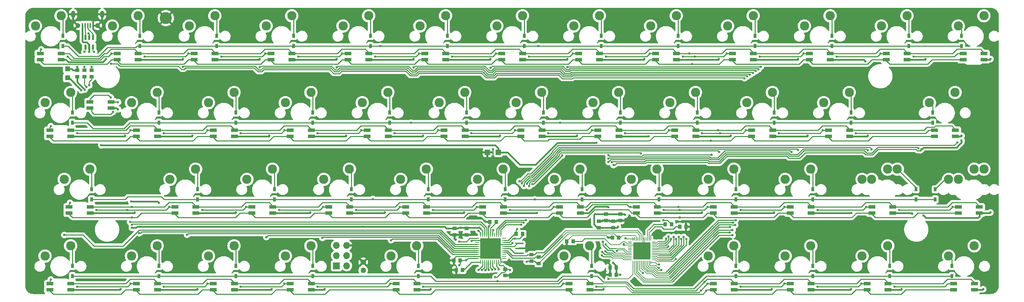
<source format=gbr>
%TF.GenerationSoftware,KiCad,Pcbnew,(6.0.1)*%
%TF.CreationDate,2022-02-20T07:15:50+01:00*%
%TF.ProjectId,atom47-rev5,61746f6d-3437-42d7-9265-76352e6b6963,rev?*%
%TF.SameCoordinates,Original*%
%TF.FileFunction,Copper,L2,Bot*%
%TF.FilePolarity,Positive*%
%FSLAX46Y46*%
G04 Gerber Fmt 4.6, Leading zero omitted, Abs format (unit mm)*
G04 Created by KiCad (PCBNEW (6.0.1)) date 2022-02-20 07:15:50*
%MOMM*%
%LPD*%
G01*
G04 APERTURE LIST*
G04 Aperture macros list*
%AMRoundRect*
0 Rectangle with rounded corners*
0 $1 Rounding radius*
0 $2 $3 $4 $5 $6 $7 $8 $9 X,Y pos of 4 corners*
0 Add a 4 corners polygon primitive as box body*
4,1,4,$2,$3,$4,$5,$6,$7,$8,$9,$2,$3,0*
0 Add four circle primitives for the rounded corners*
1,1,$1+$1,$2,$3*
1,1,$1+$1,$4,$5*
1,1,$1+$1,$6,$7*
1,1,$1+$1,$8,$9*
0 Add four rect primitives between the rounded corners*
20,1,$1+$1,$2,$3,$4,$5,0*
20,1,$1+$1,$4,$5,$6,$7,0*
20,1,$1+$1,$6,$7,$8,$9,0*
20,1,$1+$1,$8,$9,$2,$3,0*%
G04 Aperture macros list end*
%TA.AperFunction,SMDPad,CuDef*%
%ADD10R,0.700000X1.000000*%
%TD*%
%TA.AperFunction,SMDPad,CuDef*%
%ADD11R,1.800000X0.900000*%
%TD*%
%TA.AperFunction,ComponentPad*%
%ADD12C,2.286000*%
%TD*%
%TA.AperFunction,ComponentPad*%
%ADD13C,3.000000*%
%TD*%
%TA.AperFunction,ComponentPad*%
%ADD14C,1.350000*%
%TD*%
%TA.AperFunction,ComponentPad*%
%ADD15O,1.350000X1.350000*%
%TD*%
%TA.AperFunction,ComponentPad*%
%ADD16R,1.700000X1.700000*%
%TD*%
%TA.AperFunction,ComponentPad*%
%ADD17O,1.700000X1.700000*%
%TD*%
%TA.AperFunction,SMDPad,CuDef*%
%ADD18R,0.400000X1.250000*%
%TD*%
%TA.AperFunction,ComponentPad*%
%ADD19O,1.000000X1.800000*%
%TD*%
%TA.AperFunction,ComponentPad*%
%ADD20C,1.200000*%
%TD*%
%TA.AperFunction,SMDPad,CuDef*%
%ADD21R,0.600000X1.200000*%
%TD*%
%TA.AperFunction,SMDPad,CuDef*%
%ADD22R,2.000000X0.400000*%
%TD*%
%TA.AperFunction,SMDPad,CuDef*%
%ADD23R,1.000000X0.900000*%
%TD*%
%TA.AperFunction,SMDPad,CuDef*%
%ADD24RoundRect,0.050000X0.375000X0.050000X-0.375000X0.050000X-0.375000X-0.050000X0.375000X-0.050000X0*%
%TD*%
%TA.AperFunction,SMDPad,CuDef*%
%ADD25RoundRect,0.050000X0.050000X0.375000X-0.050000X0.375000X-0.050000X-0.375000X0.050000X-0.375000X0*%
%TD*%
%TA.AperFunction,SMDPad,CuDef*%
%ADD26R,4.200000X4.200000*%
%TD*%
%TA.AperFunction,SMDPad,CuDef*%
%ADD27R,0.900000X1.000000*%
%TD*%
%TA.AperFunction,SMDPad,CuDef*%
%ADD28RoundRect,0.062500X-0.475000X0.062500X-0.475000X-0.062500X0.475000X-0.062500X0.475000X0.062500X0*%
%TD*%
%TA.AperFunction,SMDPad,CuDef*%
%ADD29R,5.200000X5.200000*%
%TD*%
%TA.AperFunction,SMDPad,CuDef*%
%ADD30RoundRect,0.062500X-0.062500X0.475000X-0.062500X-0.475000X0.062500X-0.475000X0.062500X0.475000X0*%
%TD*%
%TA.AperFunction,SMDPad,CuDef*%
%ADD31R,1.300000X1.200000*%
%TD*%
%TA.AperFunction,SMDPad,CuDef*%
%ADD32RoundRect,0.250000X0.450000X0.425000X-0.450000X0.425000X-0.450000X-0.425000X0.450000X-0.425000X0*%
%TD*%
%TA.AperFunction,ViaPad*%
%ADD33C,0.600000*%
%TD*%
%TA.AperFunction,Conductor*%
%ADD34C,0.250000*%
%TD*%
%TA.AperFunction,Conductor*%
%ADD35C,0.200000*%
%TD*%
%TA.AperFunction,Conductor*%
%ADD36C,0.400000*%
%TD*%
G04 APERTURE END LIST*
D10*
X217289245Y-69115674D03*
X217289245Y-66615674D03*
X232767383Y-69115674D03*
X232767383Y-66615674D03*
X100607897Y-69115674D03*
X100607897Y-66615674D03*
X179189213Y-69115674D03*
X179189213Y-66615674D03*
X74414125Y-69115674D03*
X74414125Y-66615674D03*
X198239229Y-69115674D03*
X198239229Y-66615674D03*
X143470433Y-69115674D03*
X143470433Y-66615674D03*
X160139197Y-50065658D03*
X160139197Y-47565658D03*
X36314093Y-69115674D03*
X36314093Y-66615674D03*
X14882825Y-69115674D03*
X14882825Y-66615674D03*
X141089181Y-50065658D03*
X141089181Y-47565658D03*
X228599992Y-50065658D03*
X228599992Y-47565658D03*
X223837688Y-50065658D03*
X223837688Y-47565658D03*
X198239229Y-50065658D03*
X198239229Y-47565658D03*
X179189213Y-50065658D03*
X179189213Y-47565658D03*
X122039165Y-50065658D03*
X122039165Y-47565658D03*
X83939133Y-50065658D03*
X83939133Y-47565658D03*
X64889117Y-50065658D03*
X64889117Y-47565658D03*
X69651621Y-11965626D03*
X69651621Y-9465626D03*
X228004879Y-31015642D03*
X228004879Y-28515642D03*
X188714221Y-31015642D03*
X188714221Y-28515642D03*
X12501565Y-11965618D03*
X12501565Y-9465618D03*
X169664205Y-31015642D03*
X169664205Y-28515642D03*
X203001733Y-11965626D03*
X203001733Y-9465626D03*
X150614189Y-31015642D03*
X150614189Y-28515642D03*
X131564173Y-31015642D03*
X131564173Y-28515642D03*
X145851685Y-11965626D03*
X145851685Y-9465626D03*
X88701637Y-11965626D03*
X88701637Y-9465626D03*
X55364109Y-31015642D03*
X55364109Y-28515642D03*
X36314093Y-31015642D03*
X36314093Y-28515642D03*
X126801669Y-11965626D03*
X126801669Y-9465626D03*
X93464141Y-31015642D03*
X93464141Y-28515642D03*
X235148635Y-11965626D03*
X235148635Y-9465626D03*
X74414125Y-31015642D03*
X74414125Y-28515642D03*
X164901701Y-11965626D03*
X164901701Y-9465626D03*
X50601605Y-11965626D03*
X50601605Y-9465626D03*
X55364109Y-69115674D03*
X55364109Y-66615674D03*
X183951717Y-11965626D03*
X183951717Y-9465626D03*
X207764237Y-31015642D03*
X207764237Y-28515642D03*
X112514157Y-31015642D03*
X112514157Y-28515642D03*
X14882825Y-31015642D03*
X14882825Y-28515642D03*
X107751653Y-11965626D03*
X107751653Y-9465626D03*
X222051749Y-11965626D03*
X222051749Y-9465626D03*
X102989149Y-50065658D03*
X102989149Y-47565658D03*
X19645329Y-50065658D03*
X19645329Y-47565658D03*
X45839101Y-50065658D03*
X45839101Y-47565658D03*
X31551589Y-11965626D03*
X31551589Y-9465626D03*
D11*
X137893750Y-71005000D03*
X137893750Y-72505000D03*
X143093750Y-71005000D03*
X143093750Y-72505000D03*
X83125000Y-13855000D03*
X83125000Y-15355000D03*
X88325000Y-13855000D03*
X88325000Y-15355000D03*
X87887500Y-32905000D03*
X87887500Y-34405000D03*
X93087500Y-32905000D03*
X93087500Y-34405000D03*
X183137500Y-32905000D03*
X183137500Y-34405000D03*
X188337500Y-32905000D03*
X188337500Y-34405000D03*
X9306250Y-32905000D03*
X9306250Y-34405000D03*
X14506250Y-32905000D03*
X14506250Y-34405000D03*
X116462500Y-51955000D03*
X116462500Y-53455000D03*
X121662500Y-51955000D03*
X121662500Y-53455000D03*
X211712500Y-71005000D03*
X211712500Y-72505000D03*
X216912500Y-71005000D03*
X216912500Y-72505000D03*
X97412500Y-51955000D03*
X97412500Y-53455000D03*
X102612500Y-51955000D03*
X102612500Y-53455000D03*
X14068750Y-51955000D03*
X14068750Y-53455000D03*
X19268750Y-51955000D03*
X19268750Y-53455000D03*
X40262500Y-51955000D03*
X40262500Y-53455000D03*
X45462500Y-51955000D03*
X45462500Y-53455000D03*
X234334392Y-51955000D03*
X234334392Y-53455000D03*
X239534392Y-51955000D03*
X239534392Y-53455000D03*
X49787500Y-32905000D03*
X49787500Y-34405000D03*
X54987500Y-32905000D03*
X54987500Y-34405000D03*
X233143750Y-71005000D03*
X233143750Y-72505000D03*
X238343750Y-71005000D03*
X238343750Y-72505000D03*
X145037500Y-32905000D03*
X145037500Y-34405000D03*
X150237500Y-32905000D03*
X150237500Y-34405000D03*
X154562500Y-51955000D03*
X154562500Y-53455000D03*
X159762500Y-51955000D03*
X159762500Y-53455000D03*
X78362500Y-51955000D03*
X78362500Y-53455000D03*
X83562500Y-51955000D03*
X83562500Y-53455000D03*
X192662500Y-71005000D03*
X192662500Y-72505000D03*
X197862500Y-71005000D03*
X197862500Y-72505000D03*
X30737500Y-71005000D03*
X30737500Y-72505000D03*
X35937500Y-71005000D03*
X35937500Y-72505000D03*
X68837500Y-32905000D03*
X68837500Y-34405000D03*
X74037500Y-32905000D03*
X74037500Y-34405000D03*
X173612500Y-51955000D03*
X173612500Y-53455000D03*
X178812500Y-51955000D03*
X178812500Y-53455000D03*
X125987500Y-32905000D03*
X125987500Y-34405000D03*
X131187500Y-32905000D03*
X131187500Y-34405000D03*
X235525000Y-13855000D03*
X235525000Y-15355000D03*
X240725000Y-13855000D03*
X240725000Y-15355000D03*
X106937500Y-32905000D03*
X106937500Y-34405000D03*
X112137500Y-32905000D03*
X112137500Y-34405000D03*
X228381250Y-32905000D03*
X228381250Y-34405000D03*
X233581250Y-32905000D03*
X233581250Y-34405000D03*
X216475000Y-13855000D03*
X216475000Y-15355000D03*
X221675000Y-13855000D03*
X221675000Y-15355000D03*
X135512500Y-51955000D03*
X135512500Y-53455000D03*
X140712500Y-51955000D03*
X140712500Y-53455000D03*
X173612500Y-71005000D03*
X173612500Y-72505000D03*
X178812500Y-71005000D03*
X178812500Y-72505000D03*
X212903124Y-51955000D03*
X212903124Y-53455000D03*
X218103124Y-51955000D03*
X218103124Y-53455000D03*
X102175000Y-13855000D03*
X102175000Y-15355000D03*
X107375000Y-13855000D03*
X107375000Y-15355000D03*
X197425000Y-13855000D03*
X197425000Y-15355000D03*
X202625000Y-13855000D03*
X202625000Y-15355000D03*
X159325000Y-13855000D03*
X159325000Y-15355000D03*
X164525000Y-13855000D03*
X164525000Y-15355000D03*
X45025000Y-13855000D03*
X45025000Y-15355000D03*
X50225000Y-13855000D03*
X50225000Y-15355000D03*
X192662500Y-51955000D03*
X192662500Y-53455000D03*
X197862500Y-51955000D03*
X197862500Y-53455000D03*
X25975000Y-13855000D03*
X25975000Y-15355000D03*
X31175000Y-13855000D03*
X31175000Y-15355000D03*
X164087500Y-32905000D03*
X164087500Y-34405000D03*
X169287500Y-32905000D03*
X169287500Y-34405000D03*
X202187500Y-32905000D03*
X202187500Y-34405000D03*
X207387500Y-32905000D03*
X207387500Y-34405000D03*
X59312500Y-51955000D03*
X59312500Y-53455000D03*
X64512500Y-51955000D03*
X64512500Y-53455000D03*
X9306250Y-71005000D03*
X9306250Y-72505000D03*
X14506250Y-71005000D03*
X14506250Y-72505000D03*
X178375000Y-13855000D03*
X178375000Y-15355000D03*
X183575000Y-13855000D03*
X183575000Y-15355000D03*
X64075000Y-13855000D03*
X64075000Y-15355000D03*
X69275000Y-13855000D03*
X69275000Y-15355000D03*
X68837500Y-71005000D03*
X68837500Y-72505000D03*
X74037500Y-71005000D03*
X74037500Y-72505000D03*
X49787500Y-71005000D03*
X49787500Y-72505000D03*
X54987500Y-71005000D03*
X54987500Y-72505000D03*
X95031250Y-71005000D03*
X95031250Y-72505000D03*
X100231250Y-71005000D03*
X100231250Y-72505000D03*
X121225000Y-13855000D03*
X121225000Y-15355000D03*
X126425000Y-13855000D03*
X126425000Y-15355000D03*
X30737500Y-32905000D03*
X30737500Y-34405000D03*
X35937500Y-32905000D03*
X35937500Y-34405000D03*
X6925000Y-13855000D03*
X6925000Y-15355000D03*
X12125000Y-13855000D03*
X12125000Y-15355000D03*
X19225000Y-25850000D03*
X19225000Y-27350000D03*
X24425000Y-25850000D03*
X24425000Y-27350000D03*
X140275000Y-13855000D03*
X140275000Y-15355000D03*
X145475000Y-13855000D03*
X145475000Y-15355000D03*
D12*
X150177500Y-23495000D03*
X143827500Y-26035000D03*
X143033750Y-61595000D03*
X136683750Y-64135000D03*
X14446250Y-23495000D03*
X8096250Y-26035000D03*
X233521250Y-23495000D03*
X227171250Y-26035000D03*
D13*
X38025000Y-5025000D03*
D12*
X219233750Y-42545000D03*
X212883750Y-45085000D03*
X14446260Y-61595056D03*
X8096260Y-64135056D03*
X238283750Y-61595000D03*
X231933750Y-64135000D03*
X100171250Y-61595000D03*
X93821250Y-64135000D03*
X12065000Y-4445000D03*
X5715000Y-6985000D03*
X31115000Y-4445000D03*
X24765000Y-6985000D03*
X50165000Y-4445000D03*
X43815000Y-6985000D03*
X69215000Y-4445000D03*
X62865000Y-6985000D03*
X88265000Y-4445000D03*
X81915000Y-6985000D03*
X107315000Y-4445000D03*
X100965000Y-6985000D03*
X126365000Y-4445000D03*
X120015000Y-6985000D03*
X145415000Y-4445000D03*
X139065000Y-6985000D03*
X164465000Y-4445000D03*
X158115000Y-6985000D03*
X183515000Y-4445000D03*
X177165000Y-6985000D03*
X202565000Y-4445000D03*
X196215000Y-6985000D03*
X221615000Y-4445000D03*
X215265000Y-6985000D03*
X240665000Y-4445000D03*
X234315000Y-6985000D03*
X35877500Y-23495000D03*
X29527500Y-26035000D03*
X54927500Y-23495000D03*
X48577500Y-26035000D03*
X73977500Y-23495000D03*
X67627500Y-26035000D03*
X93027500Y-23495000D03*
X86677500Y-26035000D03*
X112077500Y-23495000D03*
X105727500Y-26035000D03*
X131127500Y-23495000D03*
X124777500Y-26035000D03*
X169227500Y-23495000D03*
X162877500Y-26035000D03*
X188277500Y-23495000D03*
X181927500Y-26035000D03*
X207327500Y-23495000D03*
X200977500Y-26035000D03*
X45402500Y-42545000D03*
X39052500Y-45085000D03*
X64452500Y-42545000D03*
X58102500Y-45085000D03*
X83502500Y-42545000D03*
X77152500Y-45085000D03*
X102552500Y-42545000D03*
X96202500Y-45085000D03*
X121602500Y-42545000D03*
X115252500Y-45085000D03*
X140652500Y-42545000D03*
X134302500Y-45085000D03*
X159702500Y-42545000D03*
X153352500Y-45085000D03*
X178752500Y-42545000D03*
X172402500Y-45085000D03*
X197802500Y-42545000D03*
X191452500Y-45085000D03*
X240665000Y-42545000D03*
X234315000Y-45085000D03*
X35877500Y-61595000D03*
X29527500Y-64135000D03*
X54927500Y-61595000D03*
X48577500Y-64135000D03*
X73977500Y-61595000D03*
X67627500Y-64135000D03*
X178752500Y-61595000D03*
X172402500Y-64135000D03*
X197802500Y-61595000D03*
X191452500Y-64135000D03*
X216852672Y-61595000D03*
X210502672Y-64135000D03*
X19208750Y-42545000D03*
X12858750Y-45085000D03*
D14*
X86915690Y-65675048D03*
D15*
X86915690Y-67675048D03*
D12*
X238283948Y-42545040D03*
X231933948Y-45085040D03*
X216852680Y-42545040D03*
X210502680Y-45085040D03*
D16*
X80287873Y-66555979D03*
D17*
X82827873Y-66555979D03*
X80287873Y-64015979D03*
X82827873Y-64015979D03*
X80287873Y-61475979D03*
X82827873Y-61475979D03*
D18*
X17375000Y-6875000D03*
X18025000Y-6875000D03*
X18675000Y-6875000D03*
X19325000Y-6875000D03*
X19975000Y-6875000D03*
D19*
X22275000Y-4075000D03*
D20*
X16250000Y-6875000D03*
D19*
X15075000Y-4075000D03*
D20*
X21100000Y-6875000D03*
D21*
X18100008Y-9883122D03*
X19050008Y-9883122D03*
X20000008Y-9883122D03*
X20000008Y-12183122D03*
X19050008Y-12183122D03*
X18100008Y-12183122D03*
D22*
X125611035Y-63430040D03*
X125611035Y-61030040D03*
X125611035Y-62230040D03*
D23*
X16073443Y-19559691D03*
X16073443Y-17984691D03*
X19645321Y-17984691D03*
X19645321Y-19559691D03*
D24*
X158921998Y-60625353D03*
X158921998Y-61025353D03*
X158921998Y-61425353D03*
X158921998Y-61825353D03*
X158921998Y-62225353D03*
X158921998Y-62625353D03*
X158921998Y-63025353D03*
X158921998Y-63425353D03*
X158921998Y-63825353D03*
X158921998Y-64225353D03*
X158921998Y-64625353D03*
X158921998Y-65025353D03*
D25*
X158171998Y-65775353D03*
X157771998Y-65775353D03*
X157371998Y-65775353D03*
X156971998Y-65775353D03*
X156571998Y-65775353D03*
X156171998Y-65775353D03*
X155771998Y-65775353D03*
X155371998Y-65775353D03*
X154971998Y-65775353D03*
X154571998Y-65775353D03*
X154171998Y-65775353D03*
X153771998Y-65775353D03*
D24*
X153021998Y-65025353D03*
X153021998Y-64625353D03*
X153021998Y-64225353D03*
X153021998Y-63825353D03*
X153021998Y-63425353D03*
X153021998Y-63025353D03*
X153021998Y-62625353D03*
X153021998Y-62225353D03*
X153021998Y-61825353D03*
X153021998Y-61425353D03*
X153021998Y-61025353D03*
X153021998Y-60625353D03*
D25*
X153771998Y-59875353D03*
X154171998Y-59875353D03*
X154571998Y-59875353D03*
X154971998Y-59875353D03*
X155371998Y-59875353D03*
X155771998Y-59875353D03*
X156171998Y-59875353D03*
X156571998Y-59875353D03*
X156971998Y-59875353D03*
X157371998Y-59875353D03*
X157771998Y-59875353D03*
X158171998Y-59875353D03*
D26*
X155971998Y-62825353D03*
D27*
X149615742Y-68778483D03*
X148040742Y-68778483D03*
D23*
X147042303Y-53703471D03*
X147042303Y-55278471D03*
X150614181Y-53703471D03*
X150614181Y-55278471D03*
D27*
X111515710Y-67587857D03*
X109940710Y-67587857D03*
X149615742Y-66992544D03*
X148040742Y-66992544D03*
X119850092Y-55681597D03*
X118275092Y-55681597D03*
D23*
X122039157Y-67395670D03*
X122039157Y-68970670D03*
D28*
X115129779Y-59730040D03*
D29*
X118467279Y-62230040D03*
D28*
X115129779Y-60230040D03*
X115129779Y-60730040D03*
X115129779Y-61230040D03*
X115129779Y-61730040D03*
X115129779Y-62230040D03*
X115129779Y-62730040D03*
X115129779Y-63230040D03*
X115129779Y-63730040D03*
X115129779Y-64230040D03*
X115129779Y-64730040D03*
D30*
X115967279Y-65567540D03*
X116467279Y-65567540D03*
X116967279Y-65567540D03*
X117467279Y-65567540D03*
X117967279Y-65567540D03*
X118467279Y-65567540D03*
X118967279Y-65567540D03*
X119467279Y-65567540D03*
X119967279Y-65567540D03*
X120467279Y-65567540D03*
X120967279Y-65567540D03*
D28*
X121804779Y-64730040D03*
X121804779Y-64230040D03*
X121804779Y-63730040D03*
X121804779Y-63230040D03*
X121804779Y-62730040D03*
X121804779Y-62230040D03*
X121804779Y-61730040D03*
X121804779Y-61230040D03*
X121804779Y-60730040D03*
X121804779Y-60230040D03*
X121804779Y-59730040D03*
D30*
X120967279Y-58892540D03*
X120467279Y-58892540D03*
X119967279Y-58892540D03*
X119467279Y-58892540D03*
X118967279Y-58892540D03*
X118467279Y-58892540D03*
X117967279Y-58892540D03*
X117467279Y-58892540D03*
X116967279Y-58892540D03*
X116467279Y-58892540D03*
X115967279Y-58892540D03*
D23*
X130373539Y-64419105D03*
X130373539Y-65994105D03*
D31*
X13692191Y-19872191D03*
X13692191Y-17672191D03*
D27*
X110920397Y-65206605D03*
X109345397Y-65206605D03*
D23*
X128587600Y-63823792D03*
X128587600Y-65398792D03*
D27*
X126398535Y-58658162D03*
X124823535Y-58658162D03*
X138900108Y-60444101D03*
X137325108Y-60444101D03*
D23*
X148828242Y-57064410D03*
X148828242Y-55489410D03*
D27*
X148635863Y-59531260D03*
X150210863Y-59531260D03*
X161732941Y-56276910D03*
X163307941Y-56276910D03*
D23*
X145256364Y-57064410D03*
X145256364Y-55489410D03*
X17859382Y-17984691D03*
X17859382Y-19559691D03*
D32*
X120412592Y-38417520D03*
X117712592Y-38417520D03*
D23*
X109537584Y-57275349D03*
X109537584Y-58850349D03*
D27*
X165304819Y-56872223D03*
X166879819Y-56872223D03*
D23*
X112514149Y-57275349D03*
X112514149Y-58850349D03*
D33*
X135671998Y-31015642D03*
X98762592Y-31015642D03*
X91142255Y-11965626D03*
X130314181Y-11965626D03*
X129434342Y-50065658D03*
X126029822Y-56348011D03*
X146938116Y-65206605D03*
X105965706Y-69373796D03*
X20735000Y-8495000D03*
X226814245Y-42584711D03*
X113704775Y-67587857D03*
X189904839Y-5675305D03*
X206573603Y-43180024D03*
X133945417Y-24725321D03*
X4167183Y-24725321D03*
X16985000Y-31865000D03*
X162463544Y-61753544D03*
X119657905Y-28297199D03*
X243483009Y-68778483D03*
X242292383Y-22939382D03*
X89296942Y-62230040D03*
X58340666Y-6270618D03*
X123816589Y-60886589D03*
X23217199Y-64015979D03*
X142279799Y-56872223D03*
X88701629Y-39012833D03*
X19965000Y-5175000D03*
X169664197Y-56276910D03*
X97036011Y-20558130D03*
X131500000Y-48750000D03*
X152995433Y-55681597D03*
X154186059Y-22344069D03*
X149423555Y-47942528D03*
X107751645Y-38417520D03*
X97036011Y-62230040D03*
X205978290Y-56872223D03*
X123845000Y-65625000D03*
X23925000Y-50955000D03*
X22621886Y-69969109D03*
X139898547Y-56276910D03*
X74414117Y-5675305D03*
X58935979Y-62825353D03*
X124420409Y-21153443D03*
X52387344Y-38099992D03*
X41076589Y-28892512D03*
X102393828Y-62230040D03*
X228600184Y-8056557D03*
X154781180Y-70842207D03*
X118005786Y-56746602D03*
X22621886Y-41394085D03*
X61317231Y-28297199D03*
X210145481Y-5079992D03*
X11906252Y-25320634D03*
X17859382Y-69969109D03*
X109537584Y-59848788D03*
X187523587Y-45561276D03*
X36909398Y-18772191D03*
X95250072Y-25915947D03*
X193476717Y-57467536D03*
X51792223Y-19367504D03*
X80367055Y-42267183D03*
X190500152Y-25915947D03*
X100012576Y-28297199D03*
X78581308Y-61039414D03*
X70246926Y-61634727D03*
X108346958Y-20558130D03*
X18454695Y-57467536D03*
X145851677Y-68778483D03*
X183356396Y-22344069D03*
X48815658Y-60444101D03*
X115000000Y-54500000D03*
X171450136Y-4484679D03*
X140493860Y-62230040D03*
X86915690Y-19962817D03*
X155971806Y-57150008D03*
X166092319Y-70564422D03*
X142279799Y-40203459D03*
X144625000Y-63895000D03*
X4762496Y-42584711D03*
X118467279Y-42584711D03*
X175022014Y-62230040D03*
X40481276Y-62825353D03*
X152995433Y-5675305D03*
X207764229Y-39608146D03*
X113825000Y-60405000D03*
X226814245Y-66397231D03*
X208359542Y-18772191D03*
X158948371Y-58340634D03*
X69056300Y-38417520D03*
X151466571Y-61199853D03*
X162520441Y-43775337D03*
X112750000Y-54750000D03*
X181570457Y-41394085D03*
X126801661Y-68778483D03*
X108015000Y-64995000D03*
X171450136Y-25320634D03*
X95845385Y-5675305D03*
X113109462Y-6270618D03*
X127475000Y-62225000D03*
X33932833Y-39012833D03*
X155971998Y-43180024D03*
X199429847Y-18176878D03*
X216693924Y-57467536D03*
X94654759Y-39012833D03*
X133350104Y-5079992D03*
X18906075Y-8795802D03*
X164320144Y-64903033D03*
X185737648Y-67587857D03*
X14882817Y-37822207D03*
X163115754Y-21153443D03*
X145256364Y-21748756D03*
X72628178Y-19367504D03*
X113795000Y-58735000D03*
X77985995Y-60444101D03*
X105965706Y-62825353D03*
X229790810Y-21748756D03*
X241697070Y-37822207D03*
X130968852Y-68183170D03*
X222647054Y-18772191D03*
X233362688Y-57467536D03*
X184547022Y-62230040D03*
X80367247Y-28297199D03*
X6548435Y-56276910D03*
X131564165Y-56872223D03*
X10120313Y-18176878D03*
X222051741Y-40798772D03*
X130373539Y-61039414D03*
X17923353Y-22787546D03*
X110728210Y-60548210D03*
X127405000Y-65545000D03*
X111062102Y-57133644D03*
X86915690Y-56872223D03*
X110728210Y-66397231D03*
X119104429Y-57713563D03*
X112455377Y-65147833D03*
X123229783Y-67587857D03*
X119657905Y-69373796D03*
X115764556Y-57101478D03*
X124420409Y-59848788D03*
X29632268Y-57133644D03*
X125015722Y-57467536D03*
X119639675Y-67412385D03*
X128733557Y-46266413D03*
X136184751Y-39154751D03*
X117199221Y-67645705D03*
X194667343Y-37822207D03*
X126750933Y-46721874D03*
X116332054Y-67629694D03*
X126235535Y-46110672D03*
X212883750Y-37583911D03*
X115490714Y-67587857D03*
X234057135Y-35937134D03*
X125611035Y-45561276D03*
X43279251Y-58836752D03*
X62924572Y-59432073D03*
X76795369Y-59631224D03*
X118845848Y-67507476D03*
X128027416Y-46781424D03*
X155709759Y-38679759D03*
X127484546Y-46194486D03*
X118051516Y-67598254D03*
X175109767Y-38329767D03*
X120175480Y-70380500D03*
X120439170Y-67415728D03*
X127218917Y-55199500D03*
X126633656Y-55824000D03*
X89326129Y-49943421D03*
X12858750Y-58896290D03*
X17859382Y-13414374D03*
X17859382Y-17099500D03*
X20249019Y-13414374D03*
X19645321Y-17099500D03*
X16073443Y-17099500D03*
X19050008Y-13414374D03*
X31435357Y-58466938D03*
X93821250Y-60205905D03*
X115476553Y-57847305D03*
X89892191Y-14605000D03*
X32742191Y-14605000D03*
X196012512Y-13855000D03*
X169065000Y-14605000D03*
X119812512Y-13855000D03*
X7143748Y-12819061D03*
X215062512Y-13855000D03*
X138862512Y-13855000D03*
X223242191Y-14605000D03*
X24562512Y-13855000D03*
X13692191Y-14605000D03*
X127992191Y-14605000D03*
X51792191Y-14605000D03*
X108942191Y-14605000D03*
X185142191Y-14605000D03*
X81712512Y-13855000D03*
X204192191Y-14605000D03*
X70842191Y-14605000D03*
X176962512Y-13855000D03*
X157912512Y-13855000D03*
X62662512Y-13855000D03*
X163174128Y-59852879D03*
X147042191Y-14605000D03*
X166092191Y-14605000D03*
X100762512Y-13855000D03*
X43612512Y-13855000D03*
X168389510Y-16475000D03*
X162549628Y-59325000D03*
X167723571Y-13855000D03*
X161925128Y-59848788D03*
X26789077Y-72379500D03*
X30331768Y-53329500D03*
X24485000Y-16375000D03*
X27950516Y-34279500D03*
X179189205Y-55199500D03*
X181365358Y-19978540D03*
X23188012Y-15229500D03*
X29414470Y-50567921D03*
X26193764Y-27701886D03*
X178558120Y-55824000D03*
X36314085Y-50919093D03*
X44648467Y-34279500D03*
X42238028Y-15229500D03*
X45839093Y-72379500D03*
X42238028Y-17168028D03*
X182042544Y-19529020D03*
X179055902Y-56449634D03*
X61317231Y-17257231D03*
X63698483Y-34279500D03*
X182728467Y-19079500D03*
X64293796Y-72379500D03*
X55364101Y-53329500D03*
X61317231Y-15229500D03*
X177805314Y-56949500D03*
X80338060Y-17261940D03*
X82748499Y-34279500D03*
X73818804Y-53329500D03*
X77390682Y-72379500D03*
X183475000Y-18635000D03*
X80338060Y-15229500D03*
X101798515Y-34279500D03*
X184175037Y-18173520D03*
X92273507Y-53329500D03*
X99388076Y-15229500D03*
X99388076Y-17331924D03*
X178415000Y-57698645D03*
X118438092Y-15229500D03*
X177717605Y-58323145D03*
X111918836Y-53329500D03*
X184854659Y-17724000D03*
X103584454Y-72379500D03*
X120848531Y-34279500D03*
X118438092Y-17408092D03*
X129932881Y-53455000D03*
X185415000Y-17099500D03*
X178407610Y-58947645D03*
X137488108Y-17181892D03*
X139898547Y-34279500D03*
X137488108Y-15229500D03*
X146446990Y-72379500D03*
X147637616Y-52020500D03*
X147637616Y-69792384D03*
X156538124Y-15229500D03*
X157603266Y-34405000D03*
X146037644Y-63921562D03*
X170825636Y-53329500D03*
X175022014Y-15229500D03*
X177998579Y-34279500D03*
X147637616Y-39058060D03*
X173236075Y-39012833D03*
X194638156Y-15229500D03*
X147677645Y-39901209D03*
X197048595Y-34279500D03*
X193019462Y-38279462D03*
X188118900Y-72379500D03*
X146090971Y-63091712D03*
X188714213Y-53329500D03*
X211931420Y-37908580D03*
X146882123Y-62976462D03*
X211931420Y-34279500D03*
X147690470Y-40771561D03*
X207764229Y-72379500D03*
X207887407Y-53455000D03*
X211306920Y-15795626D03*
X226218932Y-15229500D03*
X224432993Y-37347007D03*
X148503005Y-40842204D03*
X220265802Y-72379500D03*
X222944711Y-53598002D03*
X146313616Y-60574584D03*
X146938116Y-61225000D03*
X242292383Y-15200313D03*
X242292383Y-53300345D03*
X148910071Y-41530319D03*
X235148627Y-34250329D03*
X225735000Y-54079500D03*
X235148627Y-35411373D03*
X240506444Y-72350361D03*
X225240257Y-37610257D03*
X67425016Y-32905000D03*
X75604695Y-33655000D03*
X143625016Y-32905000D03*
X170854695Y-33655000D03*
X181725016Y-32905000D03*
X189904695Y-33655000D03*
X208954695Y-33655000D03*
X124575016Y-32905000D03*
X16073441Y-33655000D03*
X9524998Y-31869061D03*
X151804695Y-33655000D03*
X132754695Y-33655000D03*
X165058062Y-59395133D03*
X56554695Y-33655000D03*
X113704695Y-33655000D03*
X175365000Y-33655000D03*
X105525016Y-32905000D03*
X200775016Y-32905000D03*
X29325016Y-32905000D03*
X48375016Y-32905000D03*
X94654695Y-33655000D03*
X162675016Y-32905000D03*
X37504695Y-33655000D03*
X86475016Y-32905000D03*
X173055000Y-35525000D03*
X164433562Y-59905000D03*
X163809062Y-59367016D03*
X174867311Y-32905000D03*
X38850012Y-51955000D03*
X115050012Y-51955000D03*
X180379691Y-52705000D03*
X161329691Y-52705000D03*
X134100012Y-51955000D03*
X76950012Y-51955000D03*
X153150012Y-51955000D03*
X20835941Y-52705000D03*
X123229691Y-52705000D03*
X211490636Y-51955000D03*
X57900012Y-51955000D03*
X14287498Y-50919061D03*
X172200012Y-51955000D03*
X232921904Y-51955000D03*
X142279691Y-52705000D03*
X165375000Y-52705000D03*
X47029691Y-52705000D03*
X24407825Y-24725321D03*
X191250012Y-51955000D03*
X28465000Y-52705000D03*
X199429691Y-52705000D03*
X219670315Y-52705000D03*
X85129691Y-52705000D03*
X96000012Y-51955000D03*
X66079691Y-52705000D03*
X166937423Y-59907270D03*
X104179691Y-52705000D03*
X29625000Y-54575000D03*
X166307062Y-59385000D03*
X24944753Y-28299502D03*
X165345000Y-54575000D03*
X29610923Y-51955000D03*
X164965000Y-51955000D03*
X165682562Y-59912209D03*
X26193764Y-25915947D03*
X136481262Y-71005000D03*
X101798441Y-71755000D03*
X172200012Y-71005000D03*
X56554691Y-71755000D03*
X160747716Y-67630163D03*
X75604691Y-71755000D03*
X170557166Y-72648017D03*
X67425012Y-71005000D03*
X144660941Y-71755000D03*
X191250012Y-71005000D03*
X48375012Y-71005000D03*
X29325012Y-71005000D03*
X37504691Y-71755000D03*
X199429691Y-71755000D03*
X16073441Y-71755000D03*
X210300012Y-71005000D03*
X93618762Y-71005000D03*
X9524998Y-69969061D03*
X218479691Y-71755000D03*
X180379691Y-71755000D03*
X160180346Y-67066873D03*
X171902431Y-72802656D03*
X171450050Y-70564336D03*
X160139189Y-66224853D03*
X29632268Y-56334141D03*
X18331964Y-22100348D03*
X19050008Y-21748756D03*
X29170329Y-55681597D03*
X144468864Y-53703471D03*
X148828242Y-65801918D03*
X151804807Y-53895658D03*
X151845000Y-59725000D03*
X150018868Y-56872223D03*
X161300628Y-55199500D03*
X17122874Y-22976311D03*
X156171089Y-68378911D03*
X144661051Y-36007081D03*
X149735000Y-62829540D03*
X22026573Y-36631581D03*
X150614181Y-68778483D03*
D34*
X14882825Y-62031621D02*
X14446260Y-61595056D01*
X14882825Y-66615674D02*
X14882825Y-62031621D01*
X36314093Y-62031593D02*
X35877500Y-61595000D01*
X36314093Y-66615674D02*
X36314093Y-62031593D01*
X55364109Y-62031609D02*
X54927500Y-61595000D01*
X55364109Y-66615674D02*
X55364109Y-62031609D01*
X74414125Y-62031625D02*
X73977500Y-61595000D01*
X74414125Y-66615674D02*
X74414125Y-62031625D01*
X100607897Y-62031647D02*
X100171250Y-61595000D01*
X100607897Y-66615674D02*
X100607897Y-62031647D01*
X143470433Y-62031683D02*
X143033750Y-61595000D01*
X143470433Y-66615674D02*
X143470433Y-62031683D01*
X179189213Y-62031713D02*
X178752500Y-61595000D01*
X179189213Y-66615674D02*
X179189213Y-62031713D01*
X198239229Y-62031729D02*
X197802500Y-61595000D01*
X198239229Y-66615674D02*
X198239229Y-62031729D01*
X217289245Y-62031573D02*
X216852672Y-61595000D01*
X217289245Y-66615674D02*
X217289245Y-62031573D01*
X232767383Y-64968633D02*
X231933750Y-64135000D01*
X232767383Y-66615674D02*
X232767383Y-64968633D01*
X231080610Y-45085040D02*
X231933948Y-45085040D01*
X228599992Y-47565658D02*
X231080610Y-45085040D01*
X223837688Y-47148938D02*
X219233750Y-42545000D01*
X223837688Y-47565658D02*
X223837688Y-47148938D01*
X198239229Y-42981729D02*
X197802500Y-42545000D01*
X198239229Y-47565658D02*
X198239229Y-42981729D01*
X179189213Y-42981713D02*
X178752500Y-42545000D01*
X179189213Y-47565658D02*
X179189213Y-42981713D01*
X160139197Y-42981697D02*
X159702500Y-42545000D01*
X160139197Y-47565658D02*
X160139197Y-42981697D01*
X141089181Y-47565658D02*
X141089181Y-42981681D01*
X141089181Y-42981681D02*
X140652500Y-42545000D01*
X122039165Y-42981665D02*
X121602500Y-42545000D01*
X122039165Y-47565658D02*
X122039165Y-42981665D01*
X102989149Y-42981649D02*
X102552500Y-42545000D01*
X102989149Y-47565658D02*
X102989149Y-42981649D01*
X83939133Y-42981633D02*
X83502500Y-42545000D01*
X83939133Y-47565658D02*
X83939133Y-42981633D01*
X64889117Y-42981617D02*
X64452500Y-42545000D01*
X64889117Y-47565658D02*
X64889117Y-42981617D01*
X45839101Y-42981601D02*
X45402500Y-42545000D01*
X45839101Y-47565658D02*
X45839101Y-42981601D01*
X19645329Y-42981579D02*
X19208750Y-42545000D01*
X19645329Y-47565658D02*
X19645329Y-42981579D01*
X228004879Y-26868629D02*
X227171250Y-26035000D01*
X228004879Y-28515642D02*
X228004879Y-26868629D01*
X207764237Y-28515642D02*
X207764237Y-23931737D01*
X207764237Y-23931737D02*
X207327500Y-23495000D01*
X188714221Y-23931721D02*
X188277500Y-23495000D01*
X188714221Y-28515642D02*
X188714221Y-23931721D01*
X169664205Y-23931705D02*
X169227500Y-23495000D01*
X169664205Y-28515642D02*
X169664205Y-23931705D01*
X150614189Y-23931689D02*
X150177500Y-23495000D01*
X150614189Y-28515642D02*
X150614189Y-23931689D01*
X135671998Y-31015642D02*
X150614189Y-31015642D01*
X131564173Y-31015642D02*
X135671998Y-31015642D01*
X131564173Y-23931673D02*
X131127500Y-23495000D01*
X131564173Y-28515642D02*
X131564173Y-23931673D01*
X98762592Y-31015642D02*
X93464141Y-31015642D01*
X112514157Y-31015642D02*
X98762592Y-31015642D01*
X112514157Y-23931657D02*
X112077500Y-23495000D01*
X112514157Y-28515642D02*
X112514157Y-23931657D01*
X93464141Y-28515642D02*
X93464141Y-23931641D01*
X93464141Y-23931641D02*
X93027500Y-23495000D01*
X74414125Y-23931625D02*
X73977500Y-23495000D01*
X74414125Y-28515642D02*
X74414125Y-23931625D01*
X55364109Y-23931609D02*
X54927500Y-23495000D01*
X55364109Y-28515642D02*
X55364109Y-23931609D01*
X36314093Y-23931593D02*
X35877500Y-23495000D01*
X36314093Y-28515642D02*
X36314093Y-23931593D01*
X14882825Y-23931575D02*
X14446250Y-23495000D01*
X14882825Y-28515642D02*
X14882825Y-23931575D01*
X235148635Y-7818635D02*
X234315000Y-6985000D01*
X235148635Y-9465626D02*
X235148635Y-7818635D01*
X222051749Y-4881749D02*
X221615000Y-4445000D01*
X222051749Y-9465626D02*
X222051749Y-4881749D01*
X203001733Y-9465626D02*
X203001733Y-4881733D01*
X203001733Y-4881733D02*
X202565000Y-4445000D01*
X183951717Y-4881717D02*
X183515000Y-4445000D01*
X183951717Y-9465626D02*
X183951717Y-4881717D01*
X164901701Y-4881701D02*
X164465000Y-4445000D01*
X164901701Y-9465626D02*
X164901701Y-4881701D01*
X145851685Y-4881685D02*
X145415000Y-4445000D01*
X145851685Y-9465626D02*
X145851685Y-4881685D01*
X126801669Y-4881669D02*
X126365000Y-4445000D01*
X126801669Y-9465626D02*
X126801669Y-4881669D01*
X107751653Y-4881653D02*
X107315000Y-4445000D01*
X107751653Y-9465626D02*
X107751653Y-4881653D01*
X88701637Y-4881637D02*
X88265000Y-4445000D01*
X88701637Y-9465626D02*
X88701637Y-4881637D01*
X69651621Y-4881621D02*
X69215000Y-4445000D01*
X69651621Y-9465626D02*
X69651621Y-4881621D01*
X50601605Y-4881605D02*
X50165000Y-4445000D01*
X50601605Y-9465626D02*
X50601605Y-4881605D01*
X31551589Y-4881589D02*
X31115000Y-4445000D01*
X31551589Y-9465626D02*
X31551589Y-4881589D01*
X12501565Y-4881565D02*
X12065000Y-4445000D01*
X12501565Y-9465618D02*
X12501565Y-4881565D01*
X88701637Y-11965626D02*
X91142255Y-11965626D01*
X91142255Y-11965626D02*
X107751653Y-11965626D01*
X126801669Y-11965626D02*
X130314181Y-11965626D01*
X130314181Y-11965626D02*
X145851685Y-11965626D01*
X222051749Y-11965626D02*
X235148635Y-11965626D01*
X203001733Y-11965626D02*
X222051749Y-11965626D01*
X183951717Y-11965626D02*
X203001733Y-11965626D01*
X164901701Y-11965626D02*
X183951717Y-11965626D01*
X145851685Y-11965626D02*
X164901701Y-11965626D01*
X107751653Y-11965626D02*
X126801669Y-11965626D01*
X69651621Y-11965626D02*
X88701637Y-11965626D01*
X50601605Y-11965626D02*
X69651621Y-11965626D01*
X31551589Y-11965626D02*
X50601605Y-11965626D01*
X21428531Y-14526920D02*
X23649972Y-12305480D01*
X16312859Y-14526920D02*
X21428531Y-14526920D01*
X13751557Y-11965618D02*
X16312859Y-14526920D01*
X30557056Y-12305480D02*
X30896910Y-11965626D01*
X30896910Y-11965626D02*
X31551589Y-11965626D01*
X12501565Y-11965618D02*
X13751557Y-11965618D01*
X23649972Y-12305480D02*
X30557056Y-12305480D01*
X207764237Y-31015642D02*
X228004879Y-31015642D01*
X188714221Y-31015642D02*
X207764237Y-31015642D01*
X169664205Y-31015642D02*
X188714221Y-31015642D01*
X150614189Y-31015642D02*
X169664205Y-31015642D01*
X112514157Y-31015642D02*
X131564173Y-31015642D01*
X74414125Y-31015642D02*
X93464141Y-31015642D01*
X55364109Y-31015642D02*
X74414125Y-31015642D01*
X36314093Y-31015642D02*
X55364109Y-31015642D01*
X29110971Y-31015642D02*
X36314093Y-31015642D01*
X18514069Y-31015642D02*
X19953907Y-32455480D01*
X27671133Y-32455480D02*
X29110971Y-31015642D01*
X14882825Y-31015642D02*
X18514069Y-31015642D01*
X19953907Y-32455480D02*
X27671133Y-32455480D01*
X129434342Y-50065658D02*
X122039165Y-50065658D01*
X141089181Y-50065658D02*
X129434342Y-50065658D01*
X122303425Y-56348011D02*
X126029822Y-56348011D01*
X121770277Y-56881159D02*
X122303425Y-56348011D01*
X120967279Y-57684157D02*
X121770277Y-56881159D01*
X120967279Y-58892540D02*
X120967279Y-57684157D01*
X28575024Y-49410979D02*
X27920345Y-50065658D01*
X27920345Y-50065658D02*
X19645329Y-50065658D01*
X36909406Y-49410979D02*
X28575024Y-49410979D01*
X37564085Y-50065658D02*
X36909406Y-49410979D01*
X45839101Y-50065658D02*
X37564085Y-50065658D01*
X64889117Y-50065658D02*
X45839101Y-50065658D01*
X83939133Y-50065658D02*
X64889117Y-50065658D01*
X89203892Y-50065658D02*
X83939133Y-50065658D01*
X89326129Y-49943421D02*
X89203892Y-50065658D01*
X89448366Y-50065658D02*
X89326129Y-49943421D01*
X102989149Y-50065658D02*
X89448366Y-50065658D01*
X122039165Y-50065658D02*
X102989149Y-50065658D01*
X160139197Y-50065658D02*
X141089181Y-50065658D01*
X179189213Y-50065658D02*
X160139197Y-50065658D01*
X198239229Y-50065658D02*
X179189213Y-50065658D01*
X223837688Y-50065658D02*
X198239229Y-50065658D01*
X228599992Y-50065658D02*
X223837688Y-50065658D01*
X217289245Y-69115674D02*
X232767383Y-69115674D01*
X198239229Y-69115674D02*
X217289245Y-69115674D01*
X179189213Y-69115674D02*
X198239229Y-69115674D01*
X171986091Y-69115674D02*
X179189213Y-69115674D01*
X168825325Y-72276440D02*
X171986091Y-69115674D01*
X153934881Y-72276440D02*
X168825325Y-72276440D01*
X152487600Y-70829159D02*
X153934881Y-72276440D01*
X152238923Y-70580481D02*
X152487600Y-70829159D01*
X146396197Y-70580480D02*
X152238923Y-70580481D01*
X144931391Y-69115674D02*
X146396197Y-70580480D01*
X143470433Y-69115674D02*
X144931391Y-69115674D01*
X136267311Y-69115674D02*
X143470433Y-69115674D01*
X135002485Y-70380500D02*
X136267311Y-69115674D01*
X120175480Y-70380500D02*
X135002485Y-70380500D01*
X103643828Y-69115674D02*
X100607897Y-69115674D01*
X104908654Y-70380500D02*
X103643828Y-69115674D01*
X120175480Y-70380500D02*
X104908654Y-70380500D01*
X74414125Y-69115674D02*
X100607897Y-69115674D01*
X55364109Y-69115674D02*
X74414125Y-69115674D01*
X36314093Y-69115674D02*
X55364109Y-69115674D01*
X14882825Y-69115674D02*
X36314093Y-69115674D01*
X226552651Y-32130489D02*
X225778140Y-32905000D01*
X228389054Y-32130489D02*
X226552651Y-32130489D01*
X228714543Y-31805000D02*
X228389054Y-32130489D01*
X232703148Y-31805000D02*
X228714543Y-31805000D01*
X233581254Y-32683106D02*
X232703148Y-31805000D01*
X233581254Y-32905000D02*
X233581254Y-32683106D01*
X118275092Y-55681597D02*
X118275092Y-56477296D01*
X116467279Y-60230040D02*
X118467279Y-62230040D01*
D35*
X163718177Y-65505000D02*
X164320144Y-64903033D01*
X147118645Y-59012481D02*
X138756728Y-59012481D01*
D34*
X109345397Y-65206605D02*
X108226605Y-65206605D01*
D36*
X19975000Y-5385000D02*
X19975000Y-5185000D01*
D35*
X156171998Y-57350200D02*
X155971806Y-57150008D01*
X156171998Y-59875353D02*
X156571998Y-59875353D01*
D34*
X115129779Y-60230040D02*
X116467279Y-60230040D01*
X109940710Y-66640710D02*
X109940710Y-67587857D01*
D35*
X153021998Y-61425353D02*
X154571998Y-61425353D01*
D34*
X109345397Y-64803479D02*
X109345397Y-65206605D01*
X115129779Y-64230040D02*
X116467279Y-64230040D01*
D35*
X156171998Y-62625353D02*
X155971998Y-62825353D01*
X158171998Y-59875353D02*
X158171998Y-59117007D01*
D34*
X120942759Y-65543020D02*
X120942759Y-64705520D01*
D36*
X20675000Y-8435000D02*
X20735000Y-8495000D01*
D34*
X109537584Y-58850349D02*
X112514149Y-58850349D01*
D35*
X158921998Y-65025353D02*
X159283360Y-65025353D01*
D34*
X120967279Y-65567540D02*
X123787540Y-65567540D01*
D35*
X138756728Y-59012481D02*
X137325108Y-60444101D01*
X159283360Y-65025353D02*
X159763007Y-65505000D01*
X156571998Y-62225353D02*
X155971998Y-62825353D01*
D34*
X123787540Y-65567540D02*
X123845000Y-65625000D01*
X115129779Y-64230040D02*
X109918836Y-64230040D01*
X109940710Y-66992544D02*
X109940710Y-67587857D01*
D35*
X159984498Y-62225353D02*
X160134498Y-62075353D01*
D34*
X117967279Y-58892540D02*
X117967279Y-61730040D01*
D36*
X148040742Y-66309231D02*
X146938116Y-65206605D01*
D35*
X159763007Y-65505000D02*
X161597269Y-65505000D01*
D34*
X121804779Y-61230040D02*
X123473138Y-61230040D01*
D36*
X19975000Y-6875000D02*
X19975000Y-5385000D01*
D35*
X158171998Y-59117007D02*
X158948371Y-58340634D01*
D36*
X19975000Y-5385000D02*
X19955000Y-5365000D01*
D35*
X156571998Y-59875353D02*
X156571998Y-62225353D01*
D36*
X19975000Y-6875000D02*
X21100000Y-6875000D01*
D35*
X156171998Y-59875353D02*
X156171998Y-57350200D01*
D36*
X19975000Y-6875000D02*
X19975000Y-7695000D01*
D34*
X117967279Y-58892540D02*
X117967279Y-56785109D01*
D35*
X154571998Y-61425353D02*
X155971998Y-62825353D01*
D34*
X121804779Y-61230040D02*
X119467279Y-61230040D01*
X118275092Y-56477296D02*
X118005786Y-56746602D01*
X19050008Y-8939735D02*
X18906075Y-8795802D01*
X109918836Y-64230040D02*
X109345397Y-64803479D01*
X117967279Y-56785109D02*
X118005786Y-56746602D01*
D35*
X147637424Y-59531260D02*
X147118645Y-59012481D01*
D34*
X127469960Y-62230040D02*
X127475000Y-62225000D01*
X119467279Y-61230040D02*
X118467279Y-62230040D01*
X162141735Y-62075353D02*
X162463544Y-61753544D01*
X109345397Y-66045397D02*
X109940710Y-66640710D01*
D36*
X20675000Y-8395000D02*
X20675000Y-8435000D01*
D34*
X120942759Y-64705520D02*
X118467279Y-62230040D01*
X108226605Y-65206605D02*
X108015000Y-64995000D01*
D36*
X148040742Y-66992544D02*
X148040742Y-66309231D01*
D34*
X123473138Y-61230040D02*
X123816589Y-60886589D01*
X115129779Y-60230040D02*
X113999960Y-60230040D01*
X156721998Y-62075353D02*
X155971998Y-62825353D01*
X109345397Y-65206605D02*
X109345397Y-66045397D01*
D35*
X148635863Y-59531260D02*
X147637424Y-59531260D01*
D34*
X120967279Y-65567540D02*
X120942759Y-65543020D01*
X19050008Y-9883122D02*
X19050008Y-8939735D01*
X125611035Y-62230040D02*
X127469960Y-62230040D01*
X117967279Y-61730040D02*
X118467279Y-62230040D01*
X154221998Y-61075353D02*
X155971998Y-62825353D01*
X160134498Y-62075353D02*
X162141735Y-62075353D01*
D35*
X158921998Y-62225353D02*
X159984498Y-62225353D01*
X156171998Y-59875353D02*
X156171998Y-62625353D01*
X151692071Y-61425353D02*
X151466571Y-61199853D01*
D36*
X19975000Y-7695000D02*
X20675000Y-8395000D01*
D34*
X116467279Y-64230040D02*
X118467279Y-62230040D01*
X113999960Y-60230040D02*
X113825000Y-60405000D01*
X113679651Y-58850349D02*
X113795000Y-58735000D01*
X112514149Y-58850349D02*
X113679651Y-58850349D01*
D35*
X153021998Y-61425353D02*
X151692071Y-61425353D01*
D36*
X19975000Y-5185000D02*
X19965000Y-5175000D01*
D35*
X161597269Y-65505000D02*
X163718177Y-65505000D01*
X137754683Y-58612961D02*
X138384743Y-58612961D01*
D34*
X120467279Y-66159442D02*
X120467279Y-65567540D01*
D35*
X150018676Y-59531260D02*
X150210863Y-59531260D01*
D34*
X112396605Y-65206605D02*
X110920397Y-65206605D01*
X118967279Y-58892540D02*
X118967279Y-57850713D01*
X115129779Y-64730040D02*
X112873170Y-64730040D01*
X110920397Y-66205044D02*
X110728210Y-66397231D01*
D36*
X110325084Y-57275349D02*
X110466789Y-57133644D01*
X86915690Y-56872223D02*
X30883797Y-56872223D01*
D34*
X122039157Y-68000843D02*
X121865000Y-68175000D01*
D36*
X115752135Y-57133644D02*
X111062102Y-57133644D01*
X111062102Y-57133644D02*
X110466789Y-57133644D01*
D34*
X122039157Y-66959157D02*
X121601081Y-66521081D01*
X129375100Y-65398792D02*
X129970413Y-65994105D01*
X121865000Y-68175000D02*
X121259828Y-68175000D01*
D36*
X29632268Y-57133644D02*
X30622376Y-57133644D01*
D34*
X121804779Y-60730040D02*
X122396681Y-60730040D01*
X118967279Y-57850713D02*
X119104429Y-57713563D01*
X128587600Y-65398792D02*
X127551208Y-65398792D01*
D35*
X137754683Y-58612961D02*
X149100377Y-58612961D01*
D34*
X110728210Y-60548210D02*
X112481870Y-60548210D01*
D35*
X150613989Y-59531260D02*
X151110729Y-59034520D01*
X149100377Y-58612961D02*
X150018676Y-59531260D01*
D34*
X129970413Y-65994105D02*
X130373539Y-65994105D01*
X122039157Y-67395670D02*
X122039157Y-68000843D01*
D36*
X109537584Y-57275349D02*
X107559458Y-57275349D01*
D34*
X116467279Y-57848788D02*
X116086027Y-57467536D01*
D36*
X115752135Y-57133644D02*
X116086027Y-57467536D01*
D34*
X123037596Y-67395670D02*
X123229783Y-67587857D01*
X124420409Y-59848788D02*
X125611035Y-59848788D01*
D35*
X154571998Y-59322078D02*
X154284440Y-59034520D01*
D36*
X16073443Y-19559691D02*
X16073443Y-20937636D01*
X16073443Y-20937636D02*
X17923353Y-22787546D01*
D34*
X128587600Y-65398792D02*
X129375100Y-65398792D01*
D36*
X107156332Y-56872223D02*
X86915690Y-56872223D01*
D35*
X151110729Y-59034520D02*
X154284440Y-59034520D01*
X154571998Y-59875353D02*
X154571998Y-59322078D01*
D34*
X120061031Y-69373796D02*
X119657905Y-69373796D01*
X122039157Y-67395670D02*
X123037596Y-67395670D01*
D35*
X130373539Y-65994105D02*
X137754683Y-58612961D01*
D34*
X125611035Y-59848788D02*
X126398535Y-59061288D01*
X121259828Y-68175000D02*
X121177414Y-68257414D01*
D36*
X107559458Y-57275349D02*
X107156332Y-56872223D01*
D34*
X120828919Y-66521081D02*
X120467279Y-66159442D01*
X115129779Y-59730040D02*
X113300040Y-59730040D01*
D35*
X150210863Y-59531260D02*
X150613989Y-59531260D01*
D34*
X121601081Y-66521081D02*
X120828919Y-66521081D01*
X122039157Y-67395670D02*
X122039157Y-66959157D01*
X124420409Y-59848788D02*
X123971212Y-59848788D01*
X112481870Y-60548210D02*
X113300040Y-59730040D01*
X123971212Y-59848788D02*
X123089960Y-60730040D01*
D36*
X109537584Y-57275349D02*
X110325084Y-57275349D01*
D34*
X121259828Y-68175000D02*
X120061031Y-69373796D01*
X127551208Y-65398792D02*
X127405000Y-65545000D01*
X123089960Y-60730040D02*
X121804779Y-60730040D01*
X112873170Y-64730040D02*
X112396605Y-65206605D01*
X123089960Y-60730040D02*
X122649960Y-60730040D01*
X110920397Y-65206605D02*
X110920397Y-66205044D01*
X116467279Y-58892540D02*
X116467279Y-57848788D01*
X126398535Y-59061288D02*
X126398535Y-58658162D01*
D36*
X30883797Y-56872223D02*
X30622376Y-57133644D01*
D34*
X122848531Y-60230040D02*
X124420409Y-58658162D01*
X124420409Y-58658162D02*
X124823535Y-58658162D01*
X124823535Y-57659723D02*
X125015722Y-57467536D01*
X121804779Y-60230040D02*
X122848531Y-60230040D01*
X124823535Y-58658162D02*
X124823535Y-57659723D01*
X118967279Y-65567540D02*
X118967279Y-66739989D01*
X118967279Y-66739989D02*
X119639675Y-67412385D01*
X128733557Y-46266413D02*
X129073089Y-46266413D01*
X129073089Y-46266413D02*
X136184751Y-39154751D01*
X133785000Y-39645000D02*
X133787348Y-39645000D01*
X134586174Y-38557616D02*
X135609269Y-37534520D01*
X117467279Y-65567540D02*
X117467279Y-67377647D01*
X134586174Y-38557616D02*
X134646895Y-38496895D01*
X128765000Y-44665000D02*
X133785000Y-39645000D01*
X126860046Y-45889954D02*
X127660000Y-45090000D01*
X126860046Y-45889954D02*
X128085000Y-44665000D01*
X126860046Y-46612761D02*
X126860046Y-45889954D01*
X194379656Y-37534520D02*
X194667343Y-37822207D01*
X135609269Y-37534520D02*
X194379656Y-37534520D01*
X128085000Y-44665000D02*
X128765000Y-44665000D01*
X117467279Y-67377647D02*
X117199221Y-67645705D01*
X134586174Y-38846174D02*
X134586174Y-38557616D01*
X133787348Y-39645000D02*
X134586174Y-38846174D01*
X126750933Y-46721874D02*
X126860046Y-46612761D01*
X212384839Y-37085000D02*
X135423072Y-37085000D01*
X128579283Y-44215000D02*
X128245000Y-44215000D01*
X134134307Y-38659975D02*
X133335480Y-39458803D01*
X126235535Y-45874465D02*
X126235535Y-46110672D01*
X128244520Y-44215480D02*
X127894520Y-44215480D01*
X116967279Y-66994469D02*
X116332054Y-67629694D01*
X135423072Y-37085000D02*
X134136654Y-38371419D01*
X133335480Y-39458803D02*
X128579283Y-44215000D01*
X134136655Y-38659975D02*
X134134307Y-38659975D01*
X116967279Y-65567540D02*
X116967279Y-66994469D01*
X134136654Y-38371419D02*
X134136655Y-38659975D01*
X128245000Y-44215000D02*
X128244520Y-44215480D01*
X127894520Y-44215480D02*
X126235535Y-45874465D01*
X212883750Y-37583911D02*
X212384839Y-37085000D01*
X128403566Y-43755000D02*
X127705000Y-43755000D01*
X233362688Y-36631581D02*
X136678419Y-36631581D01*
X125898724Y-45561276D02*
X125611035Y-45561276D01*
X133655000Y-38503565D02*
X133654283Y-38504283D01*
X127705000Y-43755000D02*
X125898724Y-45561276D01*
X125611035Y-45369257D02*
X125611035Y-45561276D01*
X234057135Y-35937134D02*
X233362688Y-36631581D01*
X116467279Y-65567540D02*
X116467279Y-66611292D01*
X136678419Y-36631581D02*
X135240774Y-36631581D01*
X135240774Y-36631581D02*
X133655000Y-38217355D01*
X133655000Y-38217355D02*
X133655000Y-38503565D01*
X133654283Y-38504283D02*
X128403566Y-43755000D01*
X116467279Y-66611292D02*
X115490714Y-67587857D01*
X108901866Y-61675132D02*
X105783938Y-58557204D01*
X115129779Y-62230040D02*
X109456773Y-62230040D01*
X43558799Y-58557204D02*
X43279251Y-58836752D01*
X109456773Y-62230040D02*
X108901866Y-61675132D01*
X105783938Y-58557204D02*
X43558799Y-58557204D01*
X115129779Y-62730040D02*
X109321056Y-62730040D01*
X63349921Y-59006724D02*
X62924572Y-59432073D01*
X109321056Y-62730040D02*
X105597740Y-59006724D01*
X105597740Y-59006724D02*
X63349921Y-59006724D01*
X105411542Y-59456244D02*
X102989141Y-59456244D01*
X107670835Y-61715537D02*
X105411542Y-59456244D01*
X102989141Y-59456244D02*
X76970349Y-59456244D01*
X109185338Y-63230040D02*
X107670835Y-61715537D01*
X115129779Y-63230040D02*
X109185338Y-63230040D01*
X76970349Y-59456244D02*
X76795369Y-59631224D01*
X118467279Y-65567540D02*
X118467279Y-67128907D01*
X135495000Y-39208784D02*
X135495000Y-38920225D01*
X135981665Y-38433560D02*
X136193560Y-38433560D01*
X118467279Y-67128907D02*
X118845848Y-67507476D01*
X135495000Y-38920225D02*
X135981665Y-38433560D01*
X128027416Y-46781424D02*
X128109057Y-46699783D01*
X128485000Y-45575000D02*
X129128784Y-45575000D01*
X135981665Y-38433560D02*
X155463560Y-38433560D01*
X129128784Y-45575000D02*
X135495000Y-39208784D01*
X128109057Y-45950943D02*
X128485000Y-45575000D01*
X155463560Y-38433560D02*
X155709759Y-38679759D01*
X128109057Y-46699783D02*
X128109057Y-45950943D01*
X127484546Y-45939736D02*
X127484546Y-46194486D01*
X135045480Y-39022586D02*
X128943066Y-45125000D01*
X117967279Y-65567540D02*
X117967279Y-67514017D01*
X128299282Y-45125000D02*
X127484546Y-45939736D01*
X175109767Y-38329767D02*
X174764040Y-37984040D01*
X174764040Y-37984040D02*
X135795467Y-37984040D01*
X128943066Y-45125000D02*
X128465000Y-45125000D01*
X135795467Y-37984040D02*
X135045480Y-38734027D01*
X135045480Y-38734027D02*
X135045480Y-39022586D01*
X117967279Y-67514017D02*
X118051516Y-67598254D01*
X128943066Y-45125000D02*
X128299282Y-45125000D01*
X120165000Y-66895000D02*
X120439170Y-67169170D01*
X120439170Y-67169170D02*
X120439170Y-67415728D01*
X119967279Y-66697279D02*
X120165000Y-66895000D01*
X119967279Y-65567540D02*
X119967279Y-66697279D01*
X122180500Y-55199500D02*
X127218917Y-55199500D01*
X119967279Y-57412721D02*
X121395000Y-55985000D01*
X119967279Y-58892540D02*
X119967279Y-57412721D01*
X121395000Y-55985000D02*
X122180500Y-55199500D01*
X122366698Y-55649020D02*
X124035000Y-55649020D01*
X120467279Y-57548439D02*
X122366698Y-55649020D01*
X124035000Y-55649020D02*
X126458676Y-55649020D01*
X126458676Y-55649020D02*
X126633656Y-55824000D01*
X120467279Y-58892540D02*
X120467279Y-57548439D01*
X19645325Y-49865642D02*
X19723104Y-49943421D01*
X115129779Y-61230040D02*
X109728210Y-61230040D01*
X106156334Y-57658164D02*
X31360953Y-57658164D01*
X31360953Y-57658164D02*
X27384390Y-61634727D01*
X109728210Y-61230040D02*
X106156334Y-57658164D01*
X27384390Y-61634727D02*
X20240634Y-61634727D01*
X20240634Y-61634727D02*
X17502197Y-58896290D01*
X17502197Y-58896290D02*
X12858750Y-58896290D01*
D35*
X18100008Y-12183122D02*
X18100008Y-13173748D01*
X18100008Y-13173748D02*
X17859382Y-13414374D01*
X17859382Y-17984691D02*
X17859382Y-17099500D01*
X20000008Y-12183122D02*
X20000008Y-13165363D01*
X19645321Y-17099500D02*
X19645321Y-17984691D01*
X20000008Y-13165363D02*
X20249019Y-13414374D01*
D36*
X14695466Y-17672191D02*
X13692191Y-17672191D01*
X19050008Y-12183122D02*
X19050008Y-13414374D01*
X15007966Y-17984691D02*
X14695466Y-17672191D01*
X16073443Y-17984691D02*
X15007966Y-17984691D01*
X19050008Y-11628435D02*
X18454695Y-11033122D01*
X16073443Y-17099500D02*
X16073443Y-17984691D01*
X19050008Y-12183122D02*
X19050008Y-11628435D01*
X17630888Y-11033122D02*
X18454695Y-11033122D01*
X17375000Y-6875000D02*
X17375000Y-10777234D01*
X17375000Y-10777234D02*
X17630888Y-11033122D01*
D34*
X18675000Y-6875000D02*
X18675000Y-7681549D01*
X20000008Y-9006557D02*
X20000008Y-9883122D01*
X18675000Y-7681549D02*
X20000008Y-9006557D01*
X18025000Y-6875000D02*
X18025000Y-8336236D01*
X18025000Y-8336236D02*
X18100008Y-8411244D01*
X18100008Y-9883122D02*
X18100008Y-8411244D01*
X109592491Y-61730040D02*
X108922068Y-61059617D01*
X105970136Y-58107684D02*
X78626143Y-58107684D01*
X115129779Y-61730040D02*
X109592491Y-61730040D01*
X78626143Y-58107684D02*
X78536473Y-58107684D01*
X32102059Y-58107684D02*
X78626143Y-58107684D01*
X31435357Y-58466938D02*
X31742805Y-58466938D01*
X31742805Y-58466938D02*
X32102059Y-58107684D01*
X66079735Y-58107684D02*
X78626143Y-58107684D01*
X109592491Y-61730040D02*
X105970136Y-58107684D01*
X109049620Y-63730040D02*
X105225344Y-59905764D01*
X94121391Y-59905764D02*
X93821250Y-60205905D01*
X115129779Y-63730040D02*
X109049620Y-63730040D01*
X105225344Y-59905764D02*
X94121391Y-59905764D01*
X115967279Y-58338031D02*
X115476553Y-57847305D01*
X115967279Y-58892540D02*
X115967279Y-58338031D01*
X23812512Y-14605000D02*
X24562512Y-13855000D01*
X176212512Y-14605000D02*
X176962512Y-13855000D01*
X129778130Y-14605000D02*
X138112512Y-14605000D01*
X234112512Y-13855000D02*
X235525000Y-13855000D01*
X53578130Y-14605000D02*
X51792191Y-14605000D01*
X61912512Y-14605000D02*
X62662512Y-13855000D01*
X157912512Y-13855000D02*
X159325000Y-13855000D01*
X129778130Y-14605000D02*
X127992191Y-14605000D01*
X161645470Y-61575353D02*
X161758558Y-61575353D01*
X14513151Y-15425960D02*
X21800926Y-15425960D01*
X160134498Y-61575353D02*
X161645470Y-61575353D01*
X6925000Y-13855000D02*
X6925000Y-13037809D01*
X161758558Y-61575353D02*
X163174128Y-60159783D01*
X100762512Y-13855000D02*
X102175000Y-13855000D01*
D35*
X160134498Y-61575353D02*
X160028378Y-61575353D01*
D34*
X22621886Y-14605000D02*
X23812512Y-14605000D01*
X163174128Y-60159783D02*
X163174128Y-59852879D01*
X196012512Y-13855000D02*
X197425000Y-13855000D01*
X62662512Y-13855000D02*
X64075000Y-13855000D01*
X148828130Y-14605000D02*
X157162512Y-14605000D01*
X167878130Y-14605000D02*
X169065000Y-14605000D01*
X225028130Y-14605000D02*
X223242191Y-14605000D01*
X119812512Y-13855000D02*
X121225000Y-13855000D01*
X119062512Y-14605000D02*
X119812512Y-13855000D01*
X233362512Y-14605000D02*
X234112512Y-13855000D01*
X110728130Y-14605000D02*
X119062512Y-14605000D01*
X24562512Y-13855000D02*
X25975000Y-13855000D01*
X205978130Y-14605000D02*
X204192191Y-14605000D01*
X138862512Y-13855000D02*
X140275000Y-13855000D01*
X34528130Y-14605000D02*
X42862512Y-14605000D01*
X157162512Y-14605000D02*
X157912512Y-13855000D01*
X176962512Y-13855000D02*
X178375000Y-13855000D01*
D35*
X160028378Y-61575353D02*
X159778378Y-61825353D01*
D34*
X110728130Y-14605000D02*
X108942191Y-14605000D01*
X186928130Y-14605000D02*
X195262512Y-14605000D01*
X205978130Y-14605000D02*
X214312512Y-14605000D01*
X91678130Y-14605000D02*
X100012512Y-14605000D01*
X195262512Y-14605000D02*
X196012512Y-13855000D01*
X42862512Y-14605000D02*
X43612512Y-13855000D01*
X21800926Y-15425960D02*
X22621886Y-14605000D01*
X43612512Y-13855000D02*
X45025000Y-13855000D01*
X138112512Y-14605000D02*
X138862512Y-13855000D01*
X167878130Y-14605000D02*
X166092191Y-14605000D01*
X13692191Y-14605000D02*
X14513151Y-15425960D01*
X186928130Y-14605000D02*
X185142191Y-14605000D01*
D35*
X159778378Y-61825353D02*
X158921998Y-61825353D01*
D34*
X225028130Y-14605000D02*
X233362512Y-14605000D01*
X81712512Y-13855000D02*
X83125000Y-13855000D01*
X215062512Y-13855000D02*
X216475000Y-13855000D01*
X72628130Y-14605000D02*
X80962512Y-14605000D01*
X148828130Y-14605000D02*
X147042191Y-14605000D01*
X6925000Y-13037809D02*
X7143748Y-12819061D01*
X91678130Y-14605000D02*
X89892191Y-14605000D01*
X34528130Y-14605000D02*
X32742191Y-14605000D01*
X169065000Y-14605000D02*
X176212512Y-14605000D01*
X72628130Y-14605000D02*
X70842191Y-14605000D01*
X100012512Y-14605000D02*
X100762512Y-13855000D01*
X214312512Y-14605000D02*
X215062512Y-13855000D01*
X80962512Y-14605000D02*
X81712512Y-13855000D01*
X53578130Y-14605000D02*
X61912512Y-14605000D01*
X197425000Y-15355000D02*
X197425000Y-15625000D01*
X161262293Y-61075353D02*
X161622840Y-61075353D01*
X64925000Y-16475000D02*
X80592560Y-16475000D01*
X216475000Y-15355000D02*
X216475000Y-15625000D01*
X23442511Y-16475000D02*
X24264855Y-15652656D01*
X25975000Y-15625000D02*
X26825000Y-16475000D01*
X102175000Y-15625000D02*
X103025000Y-16475000D01*
X64075000Y-15625000D02*
X64925000Y-16475000D01*
X7775000Y-16475000D02*
X23442511Y-16475000D01*
X162549628Y-60148565D02*
X162549628Y-59325000D01*
X178375000Y-15625000D02*
X179225000Y-16475000D01*
X64075000Y-15355000D02*
X64075000Y-15625000D01*
X176226075Y-15355000D02*
X175106075Y-16475000D01*
X197425000Y-15625000D02*
X198275000Y-16475000D01*
X156792624Y-16475000D02*
X157912624Y-15355000D01*
X99642576Y-16475000D02*
X100762576Y-15355000D01*
X178375000Y-15355000D02*
X178375000Y-15625000D01*
X24562512Y-15355000D02*
X25975000Y-15355000D01*
X157912624Y-15355000D02*
X159325000Y-15355000D01*
X161622840Y-61075353D02*
X162549628Y-60148565D01*
X83125000Y-15355000D02*
X83125000Y-15625000D01*
X80592560Y-16475000D02*
X81712560Y-15355000D01*
X227850184Y-15355000D02*
X235525000Y-15355000D01*
X226730184Y-16475000D02*
X227850184Y-15355000D01*
X178375000Y-15355000D02*
X176226075Y-15355000D01*
X6925000Y-15355000D02*
X6925000Y-15625000D01*
X138862608Y-15355000D02*
X140275000Y-15355000D01*
X122075000Y-16475000D02*
X137742608Y-16475000D01*
D35*
X160134498Y-61075353D02*
X159963372Y-61075353D01*
D34*
X212967359Y-15355000D02*
X211847359Y-16475000D01*
X140275000Y-15625000D02*
X141125000Y-16475000D01*
X160134498Y-61075353D02*
X161262293Y-61075353D01*
X23442511Y-16475000D02*
X24562512Y-15355000D01*
X100762576Y-15355000D02*
X102175000Y-15355000D01*
X119812592Y-15355000D02*
X121225000Y-15355000D01*
X102175000Y-15355000D02*
X102175000Y-15625000D01*
D35*
X159963372Y-61075353D02*
X159613372Y-61425353D01*
D34*
X216475000Y-15625000D02*
X217325000Y-16475000D01*
X83125000Y-15625000D02*
X83975000Y-16475000D01*
X159325000Y-15625000D02*
X160175000Y-16475000D01*
X137742608Y-16475000D02*
X138862608Y-15355000D01*
X45025000Y-15625000D02*
X45875000Y-16475000D01*
X179225000Y-16475000D02*
X194892656Y-16475000D01*
X217325000Y-16475000D02*
X226730184Y-16475000D01*
X140275000Y-15355000D02*
X140275000Y-15625000D01*
X141125000Y-16475000D02*
X156792624Y-16475000D01*
X159325000Y-15355000D02*
X159325000Y-15625000D01*
X6925000Y-15625000D02*
X7775000Y-16475000D01*
X118692592Y-16475000D02*
X119812592Y-15355000D01*
X196012656Y-15355000D02*
X197425000Y-15355000D01*
X83975000Y-16475000D02*
X99642576Y-16475000D01*
X45025000Y-15355000D02*
X45025000Y-15625000D01*
X198275000Y-16475000D02*
X211847359Y-16475000D01*
X194892656Y-16475000D02*
X196012656Y-15355000D01*
X103025000Y-16475000D02*
X118692592Y-16475000D01*
X25975000Y-15355000D02*
X25975000Y-15625000D01*
D35*
X159613372Y-61425353D02*
X158921998Y-61425353D01*
D34*
X61542544Y-16475000D02*
X62662544Y-15355000D01*
X81712560Y-15355000D02*
X83125000Y-15355000D01*
X160175000Y-16475000D02*
X168389510Y-16475000D01*
X26825000Y-16475000D02*
X42492528Y-16475000D01*
X45875000Y-16475000D02*
X61542544Y-16475000D01*
X42492528Y-16475000D02*
X43612528Y-15355000D01*
X43612528Y-15355000D02*
X45025000Y-15355000D01*
X121225000Y-15625000D02*
X122075000Y-16475000D01*
X62662544Y-15355000D02*
X64075000Y-15355000D01*
X168389510Y-16475000D02*
X175106075Y-16475000D01*
X121225000Y-15355000D02*
X121225000Y-15625000D01*
X216475000Y-15355000D02*
X212967359Y-15355000D01*
X214971886Y-12755000D02*
X220796894Y-12755000D01*
X100671886Y-12755000D02*
X106496894Y-12755000D01*
X49346894Y-12755000D02*
X50225000Y-13633106D01*
X161925128Y-59848788D02*
X161925128Y-60137347D01*
X126425000Y-13633106D02*
X126425000Y-13855000D01*
X182696894Y-12755000D02*
X183575000Y-13633106D01*
X183575000Y-13633106D02*
X183575000Y-13855000D01*
X220796894Y-12755000D02*
X221675000Y-13633106D01*
X106496894Y-12755000D02*
X107375000Y-13633106D01*
X176871886Y-12755000D02*
X182696894Y-12755000D01*
X23371886Y-13855000D02*
X24471886Y-12755000D01*
X99571886Y-13855000D02*
X100671886Y-12755000D01*
X161925128Y-60137347D02*
X161487122Y-60575353D01*
X107375000Y-13633106D02*
X107375000Y-13855000D01*
D35*
X159448366Y-61025353D02*
X159898366Y-60575353D01*
D34*
X213871886Y-13855000D02*
X214971886Y-12755000D01*
X21614728Y-14976440D02*
X22736169Y-13855000D01*
X240725000Y-13633106D02*
X240725000Y-13855000D01*
X239846894Y-12755000D02*
X240725000Y-13633106D01*
X43521886Y-12755000D02*
X49346894Y-12755000D01*
X50225000Y-13633106D02*
X50225000Y-13855000D01*
X183575000Y-13855000D02*
X194821886Y-13855000D01*
X157821886Y-12755000D02*
X163646894Y-12755000D01*
X221675000Y-13633106D02*
X221675000Y-13855000D01*
X145475000Y-13633106D02*
X145475000Y-13855000D01*
X42421886Y-13855000D02*
X43521886Y-12755000D01*
X194821886Y-13855000D02*
X195921886Y-12755000D01*
X24471886Y-12755000D02*
X30296894Y-12755000D01*
X232921886Y-13855000D02*
X234021886Y-12755000D01*
X61471886Y-13855000D02*
X62571886Y-12755000D01*
X69275000Y-13633106D02*
X69275000Y-13855000D01*
X221675000Y-13855000D02*
X232921886Y-13855000D01*
X202625000Y-13633106D02*
X202625000Y-13855000D01*
X22736169Y-13855000D02*
X23371886Y-13855000D01*
X137671886Y-13855000D02*
X138771886Y-12755000D01*
X164525000Y-13633106D02*
X164525000Y-13855000D01*
X12125000Y-13855000D02*
X14132817Y-13855000D01*
X118621886Y-13855000D02*
X119721886Y-12755000D01*
X87446894Y-12755000D02*
X88325000Y-13633106D01*
X156721886Y-13855000D02*
X157821886Y-12755000D01*
X107375000Y-13855000D02*
X118621886Y-13855000D01*
X201746894Y-12755000D02*
X202625000Y-13633106D01*
D35*
X158921998Y-61025353D02*
X159448366Y-61025353D01*
D34*
X68396894Y-12755000D02*
X69275000Y-13633106D01*
D35*
X159898366Y-60575353D02*
X160134498Y-60575353D01*
D34*
X161487122Y-60575353D02*
X160134498Y-60575353D01*
X15254257Y-14976440D02*
X21614728Y-14976440D01*
X69275000Y-13855000D02*
X80521886Y-13855000D01*
X126425000Y-13855000D02*
X137671886Y-13855000D01*
X119721886Y-12755000D02*
X125546894Y-12755000D01*
X195921886Y-12755000D02*
X201746894Y-12755000D01*
X50225000Y-13855000D02*
X61471886Y-13855000D01*
X145475000Y-13855000D02*
X156721886Y-13855000D01*
X31175000Y-13855000D02*
X42421886Y-13855000D01*
X62571886Y-12755000D02*
X68396894Y-12755000D01*
X138771886Y-12755000D02*
X144596894Y-12755000D01*
X164525000Y-13855000D02*
X167723571Y-13855000D01*
X202625000Y-13855000D02*
X213871886Y-13855000D01*
X144596894Y-12755000D02*
X145475000Y-13633106D01*
X31175000Y-13633106D02*
X31175000Y-13855000D01*
X30296894Y-12755000D02*
X31175000Y-13633106D01*
X163646894Y-12755000D02*
X164525000Y-13633106D01*
X125546894Y-12755000D02*
X126425000Y-13633106D01*
X81621886Y-12755000D02*
X87446894Y-12755000D01*
X167723571Y-13855000D02*
X175771886Y-13855000D01*
X88325000Y-13855000D02*
X99571886Y-13855000D01*
X234021886Y-12755000D02*
X239846894Y-12755000D01*
X80521886Y-13855000D02*
X81621886Y-12755000D01*
X88325000Y-13633106D02*
X88325000Y-13855000D01*
X175771886Y-13855000D02*
X176871886Y-12755000D01*
X14132817Y-13855000D02*
X15254257Y-14976440D01*
X24485000Y-16375000D02*
X26089282Y-16375000D01*
X136255000Y-20065000D02*
X138710718Y-20065000D01*
D36*
X27825016Y-34405000D02*
X27950516Y-34279500D01*
X30206268Y-53455000D02*
X30331768Y-53329500D01*
D34*
X119415480Y-19864520D02*
X120105000Y-19175000D01*
X100786915Y-18734520D02*
X116278803Y-18734520D01*
X117408803Y-19864520D02*
X119415480Y-19864520D01*
D36*
X22467032Y-15950480D02*
X23188012Y-15229500D01*
D34*
X138710718Y-20065000D02*
X138972158Y-19803560D01*
X181190378Y-19803560D02*
X181365358Y-19978540D01*
X41945000Y-17795000D02*
X42495000Y-17795000D01*
X61761197Y-18354520D02*
X62291198Y-17824520D01*
X26089282Y-16375000D02*
X26639282Y-16925000D01*
D35*
X159915000Y-68245000D02*
X161863298Y-68245000D01*
D34*
X60854520Y-18354520D02*
X61761197Y-18354520D01*
X26639282Y-16925000D02*
X41075000Y-16925000D01*
D36*
X27229735Y-53455000D02*
X27825016Y-53455000D01*
D34*
X100187874Y-19333560D02*
X100786915Y-18734520D01*
D36*
X14506250Y-72505000D02*
X26663577Y-72505000D01*
D35*
X159005000Y-67335000D02*
X159915000Y-68245000D01*
D36*
X19268750Y-53455000D02*
X27229735Y-53455000D01*
D34*
X41075000Y-16925000D02*
X41945000Y-17795000D01*
X42915000Y-17375000D02*
X59875000Y-17375000D01*
X80981197Y-18804520D02*
X81510718Y-18275000D01*
X62291198Y-17824520D02*
X78604520Y-17824520D01*
X138972158Y-19803560D02*
X181190378Y-19803560D01*
X174908798Y-55199500D02*
X179189205Y-55199500D01*
D35*
X156971998Y-66631733D02*
X157675265Y-67335000D01*
D34*
X98557842Y-19333560D02*
X100187874Y-19333560D01*
X78604520Y-17824520D02*
X79584520Y-18804520D01*
X135365000Y-19175000D02*
X136255000Y-20065000D01*
X120105000Y-19175000D02*
X135365000Y-19175000D01*
X81510718Y-18275000D02*
X97499282Y-18275000D01*
X79584520Y-18804520D02*
X80981197Y-18804520D01*
D35*
X157675265Y-67335000D02*
X159005000Y-67335000D01*
X161863298Y-68245000D02*
X161879149Y-68229149D01*
D34*
X161879149Y-68229149D02*
X173236075Y-56872223D01*
X116278803Y-18734520D02*
X117408803Y-19864520D01*
D35*
X156971998Y-65775353D02*
X156971998Y-66631733D01*
D36*
X27229735Y-53455000D02*
X30206268Y-53455000D01*
X13847045Y-15950480D02*
X22467032Y-15950480D01*
D34*
X42495000Y-17795000D02*
X42915000Y-17375000D01*
D36*
X14506250Y-34405000D02*
X27825016Y-34405000D01*
X13251565Y-15355000D02*
X13847045Y-15950480D01*
D34*
X59875000Y-17375000D02*
X60854520Y-18354520D01*
D36*
X26663577Y-72505000D02*
X26789077Y-72379500D01*
X12125000Y-15355000D02*
X13251565Y-15355000D01*
D34*
X173236075Y-56872223D02*
X174908798Y-55199500D01*
X79584520Y-18804520D02*
X80104520Y-18804520D01*
X173236075Y-56872223D02*
X173488798Y-56619500D01*
X97499282Y-18275000D02*
X98557842Y-19333560D01*
X100600718Y-18285000D02*
X116465000Y-18285000D01*
D35*
X162435000Y-68315000D02*
X162096332Y-68653668D01*
X159758662Y-68653668D02*
X159749994Y-68645000D01*
D34*
X81325000Y-17825000D02*
X97685000Y-17825000D01*
D36*
X35937500Y-72505000D02*
X45713593Y-72505000D01*
X24425000Y-27350000D02*
X25841878Y-27350000D01*
D35*
X156571998Y-65775353D02*
X156571998Y-66796739D01*
X157985481Y-67734519D02*
X158839513Y-67734519D01*
D34*
X79789282Y-18355000D02*
X80025000Y-18355000D01*
D36*
X25841878Y-27350000D02*
X26193764Y-27701886D01*
D34*
X138785960Y-19354040D02*
X181867564Y-19354040D01*
D36*
X44522967Y-34405000D02*
X35937500Y-34405000D01*
D34*
X117595000Y-19415000D02*
X119226434Y-19415000D01*
X162435000Y-68315000D02*
X174926000Y-55824000D01*
X60064520Y-16924520D02*
X61045000Y-17905000D01*
D36*
X45713593Y-72505000D02*
X45839093Y-72379500D01*
D35*
X162096332Y-68653668D02*
X159758662Y-68653668D01*
D34*
X61045000Y-17905000D02*
X61575000Y-17905000D01*
X100001677Y-18884040D02*
X100600718Y-18285000D01*
D36*
X31175000Y-15355000D02*
X42112528Y-15355000D01*
X29414470Y-50567921D02*
X35962913Y-50567921D01*
D34*
X181867564Y-19354040D02*
X182042544Y-19529020D01*
X78809282Y-17375000D02*
X79789282Y-18355000D01*
X61575000Y-17905000D02*
X62105000Y-17375000D01*
X135555000Y-18725000D02*
X136445000Y-19615000D01*
X97685000Y-17825000D02*
X98744040Y-18884040D01*
D35*
X156571998Y-66796739D02*
X157509778Y-67734519D01*
D34*
X62105000Y-17375000D02*
X78809282Y-17375000D01*
X42481536Y-16924520D02*
X60064520Y-16924520D01*
X116465000Y-18285000D02*
X117595000Y-19415000D01*
X80795000Y-18355000D02*
X81325000Y-17825000D01*
D35*
X159407497Y-68302503D02*
X159749994Y-68645000D01*
D34*
X79789282Y-18355000D02*
X80795000Y-18355000D01*
X42238028Y-17168028D02*
X42481536Y-16924520D01*
X136445000Y-19615000D02*
X138525000Y-19615000D01*
D35*
X157509778Y-67734519D02*
X157985481Y-67734519D01*
D36*
X44648467Y-34279500D02*
X44522967Y-34405000D01*
D35*
X158839513Y-67734519D02*
X159407497Y-68302503D01*
D34*
X174926000Y-55824000D02*
X178558120Y-55824000D01*
D36*
X35962913Y-50567921D02*
X36314085Y-50919093D01*
D34*
X138525000Y-19615000D02*
X138785960Y-19354040D01*
X119226434Y-19415000D02*
X119916435Y-18725000D01*
D36*
X42112528Y-15355000D02*
X42238028Y-15229500D01*
D34*
X98744040Y-18884040D02*
X100001677Y-18884040D01*
X119916435Y-18725000D02*
X135555000Y-18725000D01*
X98930677Y-18434520D02*
X97871157Y-17375000D01*
X162617859Y-68767859D02*
X162732859Y-68652859D01*
X178259477Y-56449634D02*
X179055902Y-56449634D01*
D36*
X50225000Y-15355000D02*
X61191731Y-15355000D01*
D34*
X61649942Y-16924520D02*
X61317231Y-17257231D01*
X78994520Y-16924520D02*
X61649942Y-16924520D01*
X178134843Y-56325000D02*
X178259477Y-56449634D01*
D36*
X45462500Y-53455000D02*
X55238601Y-53455000D01*
X64293796Y-72379500D02*
X64168296Y-72505000D01*
X64168296Y-72505000D02*
X54987500Y-72505000D01*
D34*
X117784040Y-18964040D02*
X116645000Y-17825000D01*
X99815480Y-18434520D02*
X98930677Y-18434520D01*
X119041677Y-18964040D02*
X117784040Y-18964040D01*
D35*
X157345000Y-68135000D02*
X156171998Y-66961998D01*
X159593187Y-69053187D02*
X158675000Y-68135000D01*
D34*
X79975000Y-17905000D02*
X78994520Y-16924520D01*
X182728467Y-19079500D02*
X182553487Y-18904520D01*
X136629245Y-19154963D02*
X135749282Y-18275000D01*
D36*
X63698483Y-34279500D02*
X63572983Y-34405000D01*
D34*
X138346471Y-19154963D02*
X136629245Y-19154963D01*
X175060718Y-56325000D02*
X178134843Y-56325000D01*
X162732859Y-68652859D02*
X175060718Y-56325000D01*
X81135000Y-17375000D02*
X80605000Y-17905000D01*
X135749282Y-18275000D02*
X119730718Y-18275000D01*
X97871157Y-17375000D02*
X81135000Y-17375000D01*
X119730718Y-18275000D02*
X119041677Y-18964040D01*
X100425000Y-17825000D02*
X99815480Y-18434520D01*
D36*
X55238601Y-53455000D02*
X55364101Y-53329500D01*
X61191731Y-15355000D02*
X61317231Y-15229500D01*
D34*
X116645000Y-17825000D02*
X100425000Y-17825000D01*
X80605000Y-17905000D02*
X79975000Y-17905000D01*
D36*
X63572983Y-34405000D02*
X54987500Y-34405000D01*
D35*
X158675000Y-68135000D02*
X157345000Y-68135000D01*
X162332530Y-69053188D02*
X161930845Y-69053187D01*
X161930845Y-69053187D02*
X159593187Y-69053187D01*
D34*
X138596914Y-18904520D02*
X138346471Y-19154963D01*
D35*
X156171998Y-66961998D02*
X156171998Y-65775353D01*
X162617859Y-68767859D02*
X162332530Y-69053188D01*
D34*
X182553487Y-18904520D02*
X138596914Y-18904520D01*
X119545480Y-17824520D02*
X118855480Y-18514520D01*
D35*
X162587292Y-69452708D02*
X159427700Y-69452706D01*
D34*
X99116875Y-17985000D02*
X98056395Y-16924520D01*
D36*
X69275000Y-15355000D02*
X80212560Y-15355000D01*
D34*
X135934520Y-17824520D02*
X119545480Y-17824520D01*
D35*
X162775000Y-69265000D02*
X162587292Y-69452708D01*
D36*
X74037500Y-72505000D02*
X77265182Y-72505000D01*
D34*
X183475000Y-18635000D02*
X183295000Y-18455000D01*
X98056395Y-16924520D02*
X80675480Y-16924520D01*
D36*
X73693304Y-53455000D02*
X64512500Y-53455000D01*
X82748499Y-34279500D02*
X82622999Y-34405000D01*
X82622999Y-34405000D02*
X74037500Y-34405000D01*
D34*
X183295000Y-18455000D02*
X138410718Y-18455000D01*
D35*
X157175000Y-68535000D02*
X155771998Y-67131998D01*
D34*
X138160274Y-18705443D02*
X136815443Y-18705443D01*
X118855480Y-18514520D02*
X117974520Y-18514520D01*
D36*
X77265182Y-72505000D02*
X77390682Y-72379500D01*
X73818804Y-53329500D02*
X73693304Y-53455000D01*
D35*
X155771998Y-67131998D02*
X155771998Y-65775353D01*
D34*
X117974520Y-18514520D02*
X116835000Y-17375000D01*
X163945000Y-68095000D02*
X175090500Y-56949500D01*
X80675480Y-16924520D02*
X80338060Y-17261940D01*
X100235000Y-17375000D02*
X99625000Y-17985000D01*
X175090500Y-56949500D02*
X177805314Y-56949500D01*
D35*
X159427700Y-69452706D02*
X158509994Y-68535000D01*
D36*
X80212560Y-15355000D02*
X80338060Y-15229500D01*
D34*
X162775000Y-69265000D02*
X163945000Y-68095000D01*
X99625000Y-17985000D02*
X99116875Y-17985000D01*
X136815443Y-18705443D02*
X135934520Y-17824520D01*
X116835000Y-17375000D02*
X100235000Y-17375000D01*
X138410718Y-18455000D02*
X138160274Y-18705443D01*
D35*
X158509994Y-68535000D02*
X157175000Y-68535000D01*
D36*
X88325000Y-15355000D02*
X99262576Y-15355000D01*
D34*
X184000057Y-17998540D02*
X138231460Y-17998540D01*
X137040205Y-18255923D02*
X136159282Y-17375000D01*
X119355000Y-17375000D02*
X118665000Y-18065000D01*
D36*
X83562500Y-53455000D02*
X92148007Y-53455000D01*
X99262576Y-15355000D02*
X99388076Y-15229500D01*
D34*
X137974077Y-18255923D02*
X137040205Y-18255923D01*
D36*
X101798515Y-34279500D02*
X101673015Y-34405000D01*
D35*
X156759901Y-69855000D02*
X162820718Y-69855000D01*
D34*
X99795000Y-16925000D02*
X99388076Y-17331924D01*
X174977072Y-57698645D02*
X178415000Y-57698645D01*
D36*
X92148007Y-53455000D02*
X92273507Y-53329500D01*
D35*
X162820718Y-69855000D02*
X162927859Y-69747859D01*
X154971998Y-65775353D02*
X154971998Y-68067097D01*
D34*
X118170723Y-18065000D02*
X117030723Y-16925000D01*
X138231460Y-17998540D02*
X137974077Y-18255923D01*
X136159282Y-17375000D02*
X119355000Y-17375000D01*
D36*
X101673015Y-34405000D02*
X93087500Y-34405000D01*
D34*
X117030723Y-16925000D02*
X99795000Y-16925000D01*
X118665000Y-18065000D02*
X118170723Y-18065000D01*
D35*
X154971998Y-68067097D02*
X156759901Y-69855000D01*
D34*
X184175037Y-18173520D02*
X184000057Y-17998540D01*
X162927859Y-69747859D02*
X174977072Y-57698645D01*
D36*
X111793336Y-53455000D02*
X102612500Y-53455000D01*
D34*
X184729020Y-17549020D02*
X138045257Y-17549020D01*
D35*
X154571998Y-68241998D02*
X156595000Y-70265000D01*
X154571998Y-65775353D02*
X154571998Y-68241998D01*
D36*
X120848531Y-34279500D02*
X120723031Y-34405000D01*
D35*
X156595000Y-70265000D02*
X163075000Y-70265000D01*
X163075000Y-70265000D02*
X163200000Y-70140000D01*
D36*
X120723031Y-34405000D02*
X112137500Y-34405000D01*
D34*
X137787874Y-17806403D02*
X137226403Y-17806403D01*
D36*
X103458954Y-72505000D02*
X103584454Y-72379500D01*
D34*
X136344520Y-16924520D02*
X118921664Y-16924520D01*
X184854659Y-17724000D02*
X184854659Y-17674659D01*
D36*
X118312592Y-15355000D02*
X118438092Y-15229500D01*
X107375000Y-15355000D02*
X118312592Y-15355000D01*
D34*
X177717605Y-58323145D02*
X175016855Y-58323145D01*
D36*
X100231250Y-72505000D02*
X103458954Y-72505000D01*
D34*
X137226403Y-17806403D02*
X136344520Y-16924520D01*
X118921664Y-16924520D02*
X118438092Y-17408092D01*
D36*
X111918836Y-53329500D02*
X111793336Y-53455000D01*
D34*
X184854659Y-17674659D02*
X184729020Y-17549020D01*
X175016855Y-58323145D02*
X163200000Y-70140000D01*
X138045257Y-17549020D02*
X137787874Y-17806403D01*
D35*
X163545000Y-70455000D02*
X163335481Y-70664519D01*
D34*
X137570500Y-17099500D02*
X137488108Y-17181892D01*
D35*
X162185480Y-70664520D02*
X156424520Y-70664520D01*
X156424520Y-70664520D02*
X154171998Y-68411998D01*
D36*
X131187500Y-34405000D02*
X139773047Y-34405000D01*
X139773047Y-34405000D02*
X139898547Y-34279500D01*
D34*
X185415000Y-17099500D02*
X137570500Y-17099500D01*
D35*
X154171998Y-68411998D02*
X154171998Y-65775353D01*
D36*
X126425000Y-15355000D02*
X137362608Y-15355000D01*
X129932881Y-53455000D02*
X121662500Y-53455000D01*
X137362608Y-15355000D02*
X137488108Y-15229500D01*
D34*
X175052355Y-58947645D02*
X178407610Y-58947645D01*
D35*
X163335481Y-70664519D02*
X162185480Y-70664520D01*
D34*
X163545000Y-70455000D02*
X175052355Y-58947645D01*
D36*
X140712500Y-53455000D02*
X142720457Y-53455000D01*
D35*
X153771998Y-65775353D02*
X153771998Y-68671998D01*
D36*
X144340457Y-51835000D02*
X147452116Y-51835000D01*
X157603266Y-34405000D02*
X150237500Y-34405000D01*
D35*
X152651612Y-69792384D02*
X153771998Y-68671998D01*
D36*
X147452116Y-51835000D02*
X147637616Y-52020500D01*
X142720457Y-53455000D02*
X144340457Y-51835000D01*
X143093750Y-72505000D02*
X146321490Y-72505000D01*
X146321490Y-72505000D02*
X146446990Y-72379500D01*
D34*
X147637616Y-69928704D02*
X147637616Y-69792384D01*
D36*
X145475000Y-15355000D02*
X156412624Y-15355000D01*
D35*
X147637616Y-69792384D02*
X152651612Y-69792384D01*
D36*
X156412624Y-15355000D02*
X156538124Y-15229500D01*
D34*
X148236115Y-64276115D02*
X148545000Y-64585000D01*
X147883826Y-39304270D02*
X155995730Y-39304270D01*
D36*
X168943384Y-53455000D02*
X168425000Y-53455000D01*
D35*
X151055000Y-64665000D02*
X148625000Y-64665000D01*
D36*
X177873079Y-34405000D02*
X177998579Y-34279500D01*
D35*
X153021998Y-65025353D02*
X151415353Y-65025353D01*
D36*
X168425000Y-53455000D02*
X170700136Y-53455000D01*
D34*
X173236075Y-39012833D02*
X156287167Y-39012833D01*
D35*
X148625000Y-64665000D02*
X148236115Y-64276115D01*
D36*
X169287500Y-34405000D02*
X177873079Y-34405000D01*
D34*
X156287167Y-39012833D02*
X155995730Y-39304270D01*
D36*
X170700136Y-53455000D02*
X170825636Y-53329500D01*
X164525000Y-15355000D02*
X174896514Y-15355000D01*
X168425000Y-53455000D02*
X159762500Y-53455000D01*
D35*
X151415353Y-65025353D02*
X151055000Y-64665000D01*
D34*
X146037644Y-63921562D02*
X146392197Y-64276115D01*
X146392197Y-64276115D02*
X148236115Y-64276115D01*
X147637616Y-39058060D02*
X147883826Y-39304270D01*
D36*
X174896514Y-15355000D02*
X175022014Y-15229500D01*
D35*
X148830718Y-64235000D02*
X148422313Y-63826595D01*
D36*
X197048595Y-34279500D02*
X196923095Y-34405000D01*
D35*
X153021998Y-64625353D02*
X151595353Y-64625353D01*
D36*
X183575000Y-15355000D02*
X194512656Y-15355000D01*
X196923095Y-34405000D02*
X188337500Y-34405000D01*
D34*
X147677645Y-39901209D02*
X147825064Y-39753790D01*
X174716210Y-39753790D02*
X176485960Y-37984040D01*
X172704773Y-39462353D02*
X172996210Y-39753790D01*
X146090971Y-63091712D02*
X146825854Y-63826595D01*
D35*
X151595353Y-64625353D02*
X151205000Y-64235000D01*
X151205000Y-64235000D02*
X148830718Y-64235000D01*
D34*
X172996210Y-39753790D02*
X174716210Y-39753790D01*
D36*
X194512656Y-15355000D02*
X194638156Y-15229500D01*
D34*
X147825064Y-39753790D02*
X156223563Y-39753790D01*
D36*
X178812500Y-53455000D02*
X188588713Y-53455000D01*
X188588713Y-53455000D02*
X188714213Y-53329500D01*
D34*
X192724040Y-37984040D02*
X193019462Y-38279462D01*
X156515000Y-39462353D02*
X172704773Y-39462353D01*
D36*
X187993400Y-72505000D02*
X178812500Y-72505000D01*
D34*
X146825854Y-63826595D02*
X148422313Y-63826595D01*
X176485960Y-37984040D02*
X192724040Y-37984040D01*
X156223563Y-39753790D02*
X156515000Y-39462353D01*
D36*
X188118900Y-72379500D02*
X187993400Y-72505000D01*
X197862500Y-53455000D02*
X207887407Y-53455000D01*
X207638729Y-72505000D02*
X207764229Y-72379500D01*
D34*
X156745000Y-39911873D02*
X172518575Y-39911873D01*
D35*
X153021998Y-64225353D02*
X151765341Y-64225353D01*
D36*
X202625000Y-15355000D02*
X210866294Y-15355000D01*
D34*
X192720723Y-38905000D02*
X194505000Y-38905000D01*
X172518575Y-39911873D02*
X172810013Y-40203310D01*
X211557360Y-37534520D02*
X211931420Y-37908580D01*
D36*
X210866294Y-15355000D02*
X211306920Y-15795626D01*
D34*
X148608511Y-63377075D02*
X147282736Y-63377075D01*
X194505000Y-38905000D02*
X195875480Y-37534520D01*
X176672158Y-38433560D02*
X192249283Y-38433560D01*
D35*
X151368559Y-63828571D02*
X149081429Y-63828571D01*
D34*
X147690470Y-40771561D02*
X148258721Y-40203310D01*
D35*
X151765341Y-64225353D02*
X151368559Y-63828571D01*
D34*
X174902408Y-40203310D02*
X176672158Y-38433560D01*
X192249283Y-38433560D02*
X192720723Y-38905000D01*
D35*
X148629933Y-63377075D02*
X148608511Y-63377075D01*
D36*
X197862500Y-72505000D02*
X207638729Y-72505000D01*
X211805920Y-34405000D02*
X207387500Y-34405000D01*
D34*
X148258721Y-40203310D02*
X156453563Y-40203310D01*
D36*
X211931420Y-34279500D02*
X211805920Y-34405000D01*
D35*
X151765341Y-64225353D02*
X151629994Y-64090006D01*
D34*
X156453563Y-40203310D02*
X156745000Y-39911873D01*
X195875480Y-37534520D02*
X211557360Y-37534520D01*
X147282736Y-63377075D02*
X146882123Y-62976462D01*
X172810013Y-40203310D02*
X174902408Y-40203310D01*
D35*
X149081429Y-63828571D02*
X148629933Y-63377075D01*
D36*
X220265802Y-72379500D02*
X220140302Y-72505000D01*
X223682993Y-15355000D02*
X224902815Y-15355000D01*
D34*
X196060718Y-37985000D02*
X211075000Y-37985000D01*
D36*
X221675000Y-15355000D02*
X223682993Y-15355000D01*
D34*
X192053080Y-38883080D02*
X192524520Y-39354520D01*
D36*
X222801709Y-53455000D02*
X222944711Y-53598002D01*
X220140302Y-72505000D02*
X216912500Y-72505000D01*
D35*
X151930347Y-63825353D02*
X153021998Y-63825353D01*
D36*
X218103124Y-53455000D02*
X219293750Y-53455000D01*
D34*
X148692379Y-40652830D02*
X156639761Y-40652830D01*
X148562154Y-62695000D02*
X149263577Y-63396423D01*
X156931198Y-40361393D02*
X172311393Y-40361393D01*
X147483839Y-62695000D02*
X148562154Y-62695000D01*
D35*
X149296205Y-63429051D02*
X151534045Y-63429051D01*
D34*
X211623091Y-38533091D02*
X212896909Y-38533091D01*
X146313605Y-60574595D02*
X146313605Y-61524766D01*
X172602830Y-40652830D02*
X175088605Y-40652830D01*
X212896909Y-38533091D02*
X214348899Y-37081101D01*
X194691198Y-39354520D02*
X196060718Y-37985000D01*
X211075000Y-37985000D02*
X211623091Y-38533091D01*
X176858355Y-38883080D02*
X192053080Y-38883080D01*
X224167087Y-37081101D02*
X224432993Y-37347007D01*
D35*
X151534045Y-63429051D02*
X151930347Y-63825353D01*
D34*
X192524520Y-39354520D02*
X194691198Y-39354520D01*
X214348899Y-37081101D02*
X224167087Y-37081101D01*
X146313605Y-61524766D02*
X147483839Y-62695000D01*
D36*
X226093432Y-15355000D02*
X226218932Y-15229500D01*
D34*
X156639761Y-40652830D02*
X156931198Y-40361393D01*
X146313616Y-60574584D02*
X146313605Y-60574595D01*
D36*
X218103124Y-53455000D02*
X222801709Y-53455000D01*
X223682993Y-15355000D02*
X226093432Y-15355000D01*
D34*
X172311393Y-40361393D02*
X172602830Y-40652830D01*
D35*
X149263577Y-63396423D02*
X149296205Y-63429051D01*
D34*
X175088605Y-40652830D02*
X176858355Y-38883080D01*
X148503005Y-40842204D02*
X148692379Y-40652830D01*
X149715290Y-41102350D02*
X149287321Y-41530319D01*
D35*
X149423555Y-62230040D02*
X149904648Y-62230040D01*
D34*
X176173694Y-40203459D02*
X175274803Y-41102350D01*
X224133227Y-37971518D02*
X223808482Y-37646773D01*
D36*
X225735000Y-54079500D02*
X226330500Y-54675000D01*
D34*
X223808482Y-37646773D02*
X214418945Y-37646773D01*
D36*
X234448419Y-36631581D02*
X233915000Y-37165000D01*
X239534392Y-53455000D02*
X242137728Y-53455000D01*
D34*
X211436894Y-38982611D02*
X210888802Y-38434520D01*
X157117396Y-40810913D02*
X156825959Y-41102350D01*
X172125195Y-40810913D02*
X157117396Y-40810913D01*
X195066762Y-39804040D02*
X192338323Y-39804040D01*
D35*
X151480040Y-62230040D02*
X152275353Y-63025353D01*
D34*
X156825959Y-41102350D02*
X149715290Y-41102350D01*
D36*
X235148627Y-35931373D02*
X235148627Y-35411373D01*
D34*
X214418945Y-37646773D02*
X213083107Y-38982611D01*
X196436282Y-38434520D02*
X195066762Y-39804040D01*
X192338323Y-39804040D02*
X191866882Y-39332600D01*
D35*
X153021998Y-63025353D02*
X152275353Y-63025353D01*
D34*
X213083107Y-38982611D02*
X211436894Y-38982611D01*
D36*
X234993956Y-34405000D02*
X235148627Y-34250329D01*
X240351805Y-72505000D02*
X240506444Y-72350361D01*
D34*
X224878995Y-37971518D02*
X224133227Y-37971518D01*
X191866882Y-39332600D02*
X177083499Y-39332600D01*
D36*
X239585000Y-53505608D02*
X239534392Y-53455000D01*
X240725000Y-15355000D02*
X242137696Y-15355000D01*
D34*
X176212640Y-40203459D02*
X176173694Y-40203459D01*
X214418945Y-37646773D02*
X213648198Y-38417520D01*
D36*
X238343750Y-72505000D02*
X240351805Y-72505000D01*
X233581250Y-34405000D02*
X234993956Y-34405000D01*
X239195000Y-54675000D02*
X239585000Y-54285000D01*
X242137728Y-53455000D02*
X242292383Y-53300345D01*
X225685513Y-37165000D02*
X224878995Y-37971518D01*
X239585000Y-54285000D02*
X239585000Y-53505608D01*
D34*
X147943156Y-62230040D02*
X146938116Y-61225000D01*
X172416633Y-41102350D02*
X172125195Y-40810913D01*
X210888802Y-38434520D02*
X196436282Y-38434520D01*
D35*
X152275353Y-63025353D02*
X152135000Y-62885000D01*
D36*
X242137696Y-15355000D02*
X242292383Y-15200313D01*
D34*
X148732912Y-62230040D02*
X147943156Y-62230040D01*
D36*
X226330500Y-54675000D02*
X239195000Y-54675000D01*
D34*
X149423555Y-62230040D02*
X148732912Y-62230040D01*
D36*
X233915000Y-37165000D02*
X225685513Y-37165000D01*
D34*
X149287321Y-41530319D02*
X148910071Y-41530319D01*
X175274803Y-41102350D02*
X172416633Y-41102350D01*
X177083499Y-39332600D02*
X176212640Y-40203459D01*
D35*
X149423555Y-62230040D02*
X151480040Y-62230040D01*
D36*
X234448419Y-36631581D02*
X235148627Y-35931373D01*
D34*
X29325016Y-32905000D02*
X30737504Y-32905000D01*
X48375016Y-32905000D02*
X47625016Y-33655000D01*
X162854647Y-63575353D02*
X163210000Y-63220000D01*
X226218766Y-33655000D02*
X219075016Y-33655000D01*
X189904695Y-33655000D02*
X200025016Y-33655000D01*
X200775016Y-32905000D02*
X200025016Y-33655000D01*
X151804695Y-33655000D02*
X161925016Y-33655000D01*
X170854695Y-33655000D02*
X175365000Y-33655000D01*
X165058062Y-61371938D02*
X165058062Y-59395133D01*
X28575016Y-33655000D02*
X17859380Y-33655000D01*
X16668754Y-33655000D02*
X17859380Y-33655000D01*
X226218766Y-33655000D02*
X208954695Y-33655000D01*
X67425016Y-32905000D02*
X66675016Y-33655000D01*
X17859380Y-33655000D02*
X16073441Y-33655000D01*
X143625016Y-32905000D02*
X142875016Y-33655000D01*
X113704695Y-33655000D02*
X123825016Y-33655000D01*
X162854647Y-63575353D02*
X165058062Y-61371938D01*
X162675016Y-32905000D02*
X161925016Y-33655000D01*
X228381254Y-32905000D02*
X226968766Y-32905000D01*
X56554695Y-33655000D02*
X66675016Y-33655000D01*
X48375016Y-32905000D02*
X49787504Y-32905000D01*
X37504695Y-33655000D02*
X47625016Y-33655000D01*
D35*
X159984498Y-63425353D02*
X160134498Y-63575353D01*
D34*
X86475016Y-32905000D02*
X85725016Y-33655000D01*
X86475016Y-32905000D02*
X87887504Y-32905000D01*
X29325016Y-32905000D02*
X28575016Y-33655000D01*
X75604695Y-33655000D02*
X85725016Y-33655000D01*
X9306250Y-32087809D02*
X9524998Y-31869061D01*
X94654695Y-33655000D02*
X104775016Y-33655000D01*
X226968766Y-32905000D02*
X226218766Y-33655000D01*
X9306250Y-32905000D02*
X9306250Y-32087809D01*
X162675016Y-32905000D02*
X164087504Y-32905000D01*
X200775016Y-32905000D02*
X202187504Y-32905000D01*
X175365000Y-33655000D02*
X180975016Y-33655000D01*
X20240634Y-33655000D02*
X17859380Y-33655000D01*
X160134498Y-63575353D02*
X162854647Y-63575353D01*
X124575016Y-32905000D02*
X123825016Y-33655000D01*
X181725016Y-32905000D02*
X180975016Y-33655000D01*
X181725016Y-32905000D02*
X183137504Y-32905000D01*
D35*
X158921998Y-63425353D02*
X159984498Y-63425353D01*
D34*
X67425016Y-32905000D02*
X68837504Y-32905000D01*
X105525016Y-32905000D02*
X106937504Y-32905000D01*
X132754695Y-33655000D02*
X142875016Y-33655000D01*
X124575016Y-32905000D02*
X125987504Y-32905000D01*
X143625016Y-32905000D02*
X145037504Y-32905000D01*
X105525016Y-32905000D02*
X104775016Y-33655000D01*
D35*
X160195353Y-63025353D02*
X158921998Y-63025353D01*
D34*
X145037504Y-34675000D02*
X145037504Y-34405000D01*
X27300345Y-35525000D02*
X10156250Y-35525000D01*
X203037504Y-35525000D02*
X212015465Y-35525000D01*
X10156250Y-35525000D02*
X9306250Y-34675000D01*
X68837504Y-34675000D02*
X69687504Y-35525000D01*
X87887500Y-34405000D02*
X83784454Y-34405000D01*
X183987504Y-35525000D02*
X197132640Y-35525000D01*
X30737504Y-34675000D02*
X31587504Y-35525000D01*
D35*
X162704647Y-63075353D02*
X160245353Y-63075353D01*
D34*
X102834470Y-34405000D02*
X101714470Y-35525000D01*
X140555000Y-35115000D02*
X141265000Y-34405000D01*
X87887504Y-34405000D02*
X87887504Y-34675000D01*
X88737504Y-35525000D02*
X101714470Y-35525000D01*
X68837500Y-34405000D02*
X64734438Y-34405000D01*
X183137504Y-34675000D02*
X183987504Y-35525000D01*
X107787504Y-35525000D02*
X120932576Y-35525000D01*
X141265000Y-34405000D02*
X145037500Y-34405000D01*
X69687504Y-35525000D02*
X82664454Y-35525000D01*
X30737500Y-34405000D02*
X29325000Y-34405000D01*
X50637504Y-35525000D02*
X63614438Y-35525000D01*
X125987500Y-34405000D02*
X122052576Y-34405000D01*
X106937504Y-34675000D02*
X107787504Y-35525000D01*
X140555000Y-35115000D02*
X140815000Y-34855000D01*
X158961982Y-34405000D02*
X157841982Y-35525000D01*
X126837504Y-35525000D02*
X132575000Y-35525000D01*
X49787504Y-34675000D02*
X50637504Y-35525000D01*
X9306250Y-34675000D02*
X9306250Y-34405000D01*
X64734438Y-34405000D02*
X63614438Y-35525000D01*
X125987504Y-34405000D02*
X125987504Y-34675000D01*
X49787504Y-34405000D02*
X49787504Y-34675000D01*
X28205000Y-35525000D02*
X29325000Y-34405000D01*
X45852512Y-34405000D02*
X44732512Y-35525000D01*
X198252640Y-34405000D02*
X197132640Y-35525000D01*
X164087504Y-34405000D02*
X164087504Y-34675000D01*
X87887504Y-34675000D02*
X88737504Y-35525000D01*
X202187504Y-34675000D02*
X203037504Y-35525000D01*
X202187504Y-34405000D02*
X202187504Y-34675000D01*
X173055000Y-35525000D02*
X177914534Y-35525000D01*
X179034534Y-34405000D02*
X177914534Y-35525000D01*
X27895658Y-35525000D02*
X27300345Y-35525000D01*
X145887504Y-35525000D02*
X145037504Y-34675000D01*
X183137500Y-34405000D02*
X179034534Y-34405000D01*
X183137504Y-34405000D02*
X183137504Y-34675000D01*
X213135465Y-34405000D02*
X212015465Y-35525000D01*
X162704647Y-63075353D02*
X163905000Y-61875000D01*
X30737504Y-34405000D02*
X30737504Y-34675000D01*
X106937504Y-34405000D02*
X106937504Y-34675000D01*
X157841982Y-35525000D02*
X145887504Y-35525000D01*
X164433562Y-61346438D02*
X164433562Y-59905000D01*
D35*
X160245353Y-63075353D02*
X160195353Y-63025353D01*
D34*
X106937500Y-34405000D02*
X102834470Y-34405000D01*
X163905000Y-61875000D02*
X164433562Y-61346438D01*
X202187500Y-34405000D02*
X198252640Y-34405000D01*
X164087500Y-34405000D02*
X158961982Y-34405000D01*
X125987504Y-34675000D02*
X126837504Y-35525000D01*
X68837504Y-34405000D02*
X68837504Y-34675000D01*
X27300345Y-35525000D02*
X28205000Y-35525000D01*
D35*
X160195353Y-63025353D02*
X160084498Y-63025353D01*
D34*
X122052576Y-34405000D02*
X120932576Y-35525000D01*
X164937504Y-35525000D02*
X173055000Y-35525000D01*
X164087504Y-34675000D02*
X164937504Y-35525000D01*
X132985000Y-35115000D02*
X140555000Y-35115000D01*
X132575000Y-35525000D02*
X132985000Y-35115000D01*
X49787500Y-34405000D02*
X45852512Y-34405000D01*
X83784454Y-34405000D02*
X82664454Y-35525000D01*
X228381250Y-34405000D02*
X213135465Y-34405000D01*
X31587504Y-35525000D02*
X44732512Y-35525000D01*
X206509398Y-31805000D02*
X207387504Y-32683106D01*
X86384390Y-31805000D02*
X92209398Y-31805000D01*
X162566012Y-62575353D02*
X163809062Y-61332303D01*
X188337504Y-32683106D02*
X188337504Y-32905000D01*
X130309398Y-31805000D02*
X131187504Y-32683106D01*
D35*
X162516012Y-62625353D02*
X162566012Y-62575353D01*
D34*
X131187504Y-32683106D02*
X131187504Y-32905000D01*
X74037504Y-32683106D02*
X74037504Y-32905000D01*
X47184390Y-32905000D02*
X35937500Y-32905000D01*
X163809062Y-61332303D02*
X163809062Y-59367016D01*
X123384390Y-32905000D02*
X112137500Y-32905000D01*
X142434390Y-32905000D02*
X143534390Y-31805000D01*
X28134390Y-32905000D02*
X29234390Y-31805000D01*
X143534390Y-31805000D02*
X149359398Y-31805000D01*
X54987504Y-32683106D02*
X54987504Y-32905000D01*
X124484390Y-31805000D02*
X130309398Y-31805000D01*
X47184390Y-32905000D02*
X48284390Y-31805000D01*
X14506250Y-32905000D02*
X28134390Y-32905000D01*
X169287504Y-32683106D02*
X169287504Y-32905000D01*
X174867311Y-32905000D02*
X169287500Y-32905000D01*
X112137504Y-32683106D02*
X112137504Y-32905000D01*
X207387500Y-32905000D02*
X225778140Y-32905000D01*
X181634390Y-31805000D02*
X187459398Y-31805000D01*
X207387504Y-32683106D02*
X207387504Y-32905000D01*
X66234390Y-32905000D02*
X54987500Y-32905000D01*
X105434390Y-31805000D02*
X111259398Y-31805000D01*
X199584390Y-32905000D02*
X188337500Y-32905000D01*
X187459398Y-31805000D02*
X188337504Y-32683106D01*
X180534390Y-32905000D02*
X174867311Y-32905000D01*
X218634390Y-32905000D02*
X225778140Y-32905000D01*
X35059398Y-31805000D02*
X35937504Y-32683106D01*
X35937504Y-32683106D02*
X35937504Y-32905000D01*
X67334390Y-31805000D02*
X73159398Y-31805000D01*
X161484390Y-32905000D02*
X150237500Y-32905000D01*
X93087504Y-32683106D02*
X93087504Y-32905000D01*
X199584390Y-32905000D02*
X200684390Y-31805000D01*
X161484390Y-32905000D02*
X162584390Y-31805000D01*
X123384390Y-32905000D02*
X124484390Y-31805000D01*
X149359398Y-31805000D02*
X150237504Y-32683106D01*
X66234390Y-32905000D02*
X67334390Y-31805000D01*
X150237504Y-32683106D02*
X150237504Y-32905000D01*
X168409398Y-31805000D02*
X169287504Y-32683106D01*
X29234390Y-31805000D02*
X35059398Y-31805000D01*
X85284390Y-32905000D02*
X74037500Y-32905000D01*
X162584390Y-31805000D02*
X168409398Y-31805000D01*
X73159398Y-31805000D02*
X74037504Y-32683106D01*
X14506250Y-32905000D02*
X16887504Y-32905000D01*
X54109398Y-31805000D02*
X54987504Y-32683106D01*
X48284390Y-31805000D02*
X54109398Y-31805000D01*
D35*
X161604647Y-62625353D02*
X162516012Y-62625353D01*
D34*
X104334390Y-32905000D02*
X105434390Y-31805000D01*
X111259398Y-31805000D02*
X112137504Y-32683106D01*
D35*
X158921998Y-62625353D02*
X161604647Y-62625353D01*
X161604647Y-62625353D02*
X162125128Y-62625353D01*
D34*
X104334390Y-32905000D02*
X93087500Y-32905000D01*
X180534390Y-32905000D02*
X181634390Y-31805000D01*
X142434390Y-32905000D02*
X131187500Y-32905000D01*
X92209398Y-31805000D02*
X93087504Y-32683106D01*
X200684390Y-31805000D02*
X206509398Y-31805000D01*
X85284390Y-32905000D02*
X86384390Y-31805000D01*
X232921904Y-51955000D02*
X234334392Y-51955000D01*
X171450012Y-52705000D02*
X167145000Y-52705000D01*
X167045000Y-52705000D02*
X161329691Y-52705000D01*
D35*
X160134498Y-65075353D02*
X159898366Y-65075353D01*
D34*
X143680311Y-51304520D02*
X142279831Y-52705000D01*
X96000012Y-51955000D02*
X97412500Y-51955000D01*
X76200012Y-52705000D02*
X66079691Y-52705000D01*
X134100012Y-51955000D02*
X133350012Y-52705000D01*
D35*
X159898366Y-65075353D02*
X159795000Y-64971987D01*
D34*
X232171904Y-52705000D02*
X223242191Y-52705000D01*
X232921904Y-51955000D02*
X232171904Y-52705000D01*
X133350012Y-52705000D02*
X123229691Y-52705000D01*
X153150012Y-51955000D02*
X152840714Y-51955000D01*
X23812512Y-24130008D02*
X24407825Y-24725321D01*
X210740636Y-52705000D02*
X211490636Y-51955000D01*
D35*
X159448366Y-64625353D02*
X158921998Y-64625353D01*
D34*
X153150012Y-51955000D02*
X154562500Y-51955000D01*
X57150012Y-52705000D02*
X47029691Y-52705000D01*
X191250012Y-51955000D02*
X190500012Y-52705000D01*
X161198563Y-65075353D02*
X163264647Y-65075353D01*
X166937423Y-61402577D02*
X166937423Y-59907270D01*
X96000012Y-51955000D02*
X95250012Y-52705000D01*
X57900012Y-51955000D02*
X59312500Y-51955000D01*
X211490636Y-51955000D02*
X212903124Y-51955000D01*
X163264647Y-65075353D02*
X166205000Y-62135000D01*
X14068750Y-51137809D02*
X14287498Y-50919061D01*
X172200012Y-51955000D02*
X173612500Y-51955000D01*
X166205000Y-62135000D02*
X166937423Y-61402577D01*
X152840714Y-51955000D02*
X152190234Y-51304520D01*
D35*
X159898366Y-65075353D02*
X159448366Y-64625353D01*
D34*
X57900012Y-51955000D02*
X57150012Y-52705000D01*
X38850012Y-51955000D02*
X40262500Y-51955000D01*
X160134498Y-65075353D02*
X161198563Y-65075353D01*
X28465000Y-52705000D02*
X25003170Y-52705000D01*
X191250012Y-51955000D02*
X192662500Y-51955000D01*
X115050012Y-51955000D02*
X116462500Y-51955000D01*
X232171904Y-52705000D02*
X219670315Y-52705000D01*
X172200012Y-51955000D02*
X171450012Y-52705000D01*
X38850012Y-51955000D02*
X38100012Y-52705000D01*
X20240634Y-24130008D02*
X23812512Y-24130008D01*
X19225000Y-25145642D02*
X20240634Y-24130008D01*
X190500012Y-52705000D02*
X180379691Y-52705000D01*
X25003170Y-52705000D02*
X23812480Y-52705000D01*
X152190234Y-51304520D02*
X143680311Y-51304520D01*
X22621880Y-52705000D02*
X20835941Y-52705000D01*
X114300012Y-52705000D02*
X104179691Y-52705000D01*
X142279831Y-52705000D02*
X142279691Y-52705000D01*
X38100012Y-52705000D02*
X28465000Y-52705000D01*
X167145000Y-52705000D02*
X167045000Y-52705000D01*
X95250012Y-52705000D02*
X85129691Y-52705000D01*
X76950012Y-51955000D02*
X76200012Y-52705000D01*
X14068750Y-51955000D02*
X14068750Y-51137809D01*
X21431254Y-52705000D02*
X22621880Y-52705000D01*
X76950012Y-51955000D02*
X78362500Y-51955000D01*
X23812480Y-52705000D02*
X22621880Y-52705000D01*
X134100012Y-51955000D02*
X135512500Y-51955000D01*
X201810941Y-52705000D02*
X210740636Y-52705000D01*
X199429691Y-52705000D02*
X210740636Y-52705000D01*
X19225000Y-25850000D02*
X19225000Y-25145642D01*
X115050012Y-51955000D02*
X114300012Y-52705000D01*
X209078033Y-53455000D02*
X212903124Y-53455000D01*
X78362500Y-53455000D02*
X78362500Y-53725000D01*
X93477536Y-53455000D02*
X92357536Y-54575000D01*
X19645321Y-28297199D02*
X20240634Y-28892512D01*
X135512500Y-53455000D02*
X135512500Y-53725000D01*
X41112500Y-54575000D02*
X55280072Y-54575000D01*
X59312500Y-53455000D02*
X56400072Y-53455000D01*
X14068750Y-53725000D02*
X14918750Y-54575000D01*
X192662500Y-53455000D02*
X189750184Y-53455000D01*
X212903124Y-53455000D02*
X212903124Y-53725000D01*
X14068750Y-53455000D02*
X14068750Y-53725000D01*
X189750184Y-53455000D02*
X188630184Y-54575000D01*
X97412500Y-53455000D02*
X97412500Y-53725000D01*
X209078033Y-53455000D02*
X207958033Y-54575000D01*
X132670762Y-54575000D02*
X133790762Y-53455000D01*
X24351743Y-28892512D02*
X24944753Y-28299502D01*
X97412500Y-53455000D02*
X93477536Y-53455000D01*
X98262500Y-54575000D02*
X111834807Y-54575000D01*
X166312923Y-61388511D02*
X166312923Y-59390861D01*
X60162500Y-54575000D02*
X73734775Y-54575000D01*
X29625000Y-54575000D02*
X30872239Y-54575000D01*
X193512500Y-54575000D02*
X200109189Y-54575000D01*
X24919109Y-54575000D02*
X25682480Y-54575000D01*
X171125000Y-54575000D02*
X172245000Y-53455000D01*
X117312500Y-54575000D02*
X132670762Y-54575000D01*
X31992239Y-53455000D02*
X40262500Y-53455000D01*
X78362500Y-53725000D02*
X79212500Y-54575000D01*
X136362500Y-54575000D02*
X142342240Y-54575000D01*
X25682480Y-54575000D02*
X29625000Y-54575000D01*
X19645321Y-27770321D02*
X19645321Y-28297199D01*
X192662500Y-53725000D02*
X193512500Y-54575000D01*
X207958033Y-54575000D02*
X200109189Y-54575000D01*
X153445000Y-53455000D02*
X154562500Y-53455000D01*
X224278338Y-53455000D02*
X234334392Y-53455000D01*
X133790762Y-53455000D02*
X135512500Y-53455000D01*
X174462500Y-54575000D02*
X188630184Y-54575000D01*
X116462500Y-53455000D02*
X112954807Y-53455000D01*
X40262500Y-53455000D02*
X40262500Y-53725000D01*
X135512500Y-53725000D02*
X136362500Y-54575000D01*
X112954807Y-53455000D02*
X111834807Y-54575000D01*
X212903124Y-53725000D02*
X213753124Y-54575000D01*
X165345000Y-54575000D02*
X166008290Y-54575000D01*
X165165000Y-54575000D02*
X165345000Y-54575000D01*
X97412500Y-53725000D02*
X98262500Y-54575000D01*
X116462500Y-53725000D02*
X117312500Y-54575000D01*
X223158338Y-54575000D02*
X224278338Y-53455000D01*
X40262500Y-53725000D02*
X41112500Y-54575000D01*
X160134498Y-64575353D02*
X161581740Y-64575353D01*
D35*
X159613372Y-64225353D02*
X158921998Y-64225353D01*
D34*
X59312500Y-53725000D02*
X60162500Y-54575000D01*
X155412500Y-54575000D02*
X171125000Y-54575000D01*
X173612500Y-53725000D02*
X174462500Y-54575000D01*
X79212500Y-54575000D02*
X92357536Y-54575000D01*
X20835947Y-28892512D02*
X24351743Y-28892512D01*
X19225000Y-27350000D02*
X19645321Y-27770321D01*
X56400072Y-53455000D02*
X55280072Y-54575000D01*
X166312923Y-59390861D02*
X166307062Y-59385000D01*
X163126081Y-64575353D02*
X166312923Y-61388511D01*
X213753124Y-54575000D02*
X219586460Y-54575000D01*
X219586460Y-54575000D02*
X221967506Y-54575000D01*
X152635000Y-52645000D02*
X153445000Y-53455000D01*
X30872239Y-54575000D02*
X31992239Y-53455000D01*
X192662500Y-53455000D02*
X192662500Y-53725000D01*
X172245000Y-53455000D02*
X173612500Y-53455000D01*
X173612500Y-53455000D02*
X173612500Y-53725000D01*
X154562500Y-53725000D02*
X155412500Y-54575000D01*
X200109189Y-54575000D02*
X200536256Y-54575000D01*
X161581740Y-64575353D02*
X163126081Y-64575353D01*
X218395834Y-54575000D02*
X219586460Y-54575000D01*
X116462500Y-53455000D02*
X116462500Y-53725000D01*
X144272241Y-52645000D02*
X152635000Y-52645000D01*
X78362500Y-53455000D02*
X74854775Y-53455000D01*
D35*
X159963372Y-64575353D02*
X159613372Y-64225353D01*
D34*
X74854775Y-53455000D02*
X73734775Y-54575000D01*
X20240634Y-28892512D02*
X20835947Y-28892512D01*
D35*
X160134498Y-64575353D02*
X159963372Y-64575353D01*
D34*
X142342240Y-54575000D02*
X144272241Y-52645000D01*
X219586460Y-54575000D02*
X223158338Y-54575000D01*
X14918750Y-54575000D02*
X24919109Y-54575000D01*
X59312500Y-53455000D02*
X59312500Y-53725000D01*
X154562500Y-53455000D02*
X154562500Y-53725000D01*
X239534392Y-51733106D02*
X239534392Y-51955000D01*
X238656286Y-50855000D02*
X239534392Y-51733106D01*
X64512500Y-51733106D02*
X64512500Y-51955000D01*
X161964918Y-64075353D02*
X162990364Y-64075353D01*
X44584394Y-50855000D02*
X45462500Y-51733106D01*
D35*
X158921998Y-63825353D02*
X159778378Y-63825353D01*
D34*
X56709386Y-51955000D02*
X45462500Y-51955000D01*
X29610923Y-51955000D02*
X37659386Y-51955000D01*
X134009386Y-50855000D02*
X139834394Y-50855000D01*
X75759386Y-51955000D02*
X64512500Y-51955000D01*
X45462500Y-51733106D02*
X45462500Y-51955000D01*
X191159386Y-50855000D02*
X196984394Y-50855000D01*
X25157857Y-51955000D02*
X26943796Y-51955000D01*
X21650004Y-51955000D02*
X25157857Y-51955000D01*
X113859386Y-51955000D02*
X114959386Y-50855000D01*
X63634394Y-50855000D02*
X64512500Y-51733106D01*
X139834394Y-50855000D02*
X140712500Y-51733106D01*
X114959386Y-50855000D02*
X120784394Y-50855000D01*
X159762500Y-51733106D02*
X158884394Y-50855000D01*
X165682562Y-61383155D02*
X165682562Y-59912209D01*
X75759386Y-51955000D02*
X76859386Y-50855000D01*
D35*
X160134498Y-64075353D02*
X160028378Y-64075353D01*
D34*
X95909386Y-50855000D02*
X101734394Y-50855000D01*
X217225018Y-50855000D02*
X218103124Y-51733106D01*
X196984394Y-50855000D02*
X197862500Y-51733106D01*
X171009386Y-51955000D02*
X166635000Y-51955000D01*
X57809386Y-50855000D02*
X63634394Y-50855000D01*
X166635000Y-51955000D02*
X164965000Y-51955000D01*
X121662500Y-51733106D02*
X121662500Y-51955000D01*
X140712500Y-51733106D02*
X140712500Y-51955000D01*
X190059386Y-51955000D02*
X178812500Y-51955000D01*
X102612500Y-51733106D02*
X102612500Y-51955000D01*
X190059386Y-51955000D02*
X191159386Y-50855000D01*
X94809386Y-51955000D02*
X95909386Y-50855000D01*
X113859386Y-51955000D02*
X102612500Y-51955000D01*
X159762500Y-51955000D02*
X159762500Y-51733106D01*
X211400010Y-50855000D02*
X217225018Y-50855000D01*
X19268750Y-51955000D02*
X37659386Y-51955000D01*
X37659386Y-51955000D02*
X38759386Y-50855000D01*
X26943796Y-51955000D02*
X29610923Y-51955000D01*
X83562500Y-51733106D02*
X83562500Y-51955000D01*
X231731278Y-51955000D02*
X232831278Y-50855000D01*
X210300010Y-51955000D02*
X211400010Y-50855000D01*
D35*
X159778378Y-63825353D02*
X160028378Y-64075353D01*
D34*
X132909386Y-51955000D02*
X121662500Y-51955000D01*
X197862500Y-51733106D02*
X197862500Y-51955000D01*
X218103124Y-51733106D02*
X218103124Y-51955000D01*
X120784394Y-50855000D02*
X121662500Y-51733106D01*
X162990364Y-64075353D02*
X165682562Y-61383155D01*
X26127817Y-25850000D02*
X26193764Y-25915947D01*
X82684394Y-50855000D02*
X83562500Y-51733106D01*
X197862500Y-51955000D02*
X210300010Y-51955000D01*
X94809386Y-51955000D02*
X83562500Y-51955000D01*
X24425000Y-25850000D02*
X26127817Y-25850000D01*
X172109386Y-50855000D02*
X177934394Y-50855000D01*
X160134498Y-64075353D02*
X161964918Y-64075353D01*
X132909386Y-51955000D02*
X134009386Y-50855000D01*
X164965000Y-51955000D02*
X159762500Y-51955000D01*
X38759386Y-50855000D02*
X44584394Y-50855000D01*
X221675000Y-51955000D02*
X231731278Y-51955000D01*
X143225080Y-50855000D02*
X142125080Y-51955000D01*
X158884394Y-50855000D02*
X143225080Y-50855000D01*
X142125080Y-51955000D02*
X140712500Y-51955000D01*
X218103124Y-51955000D02*
X231731278Y-51955000D01*
X177934394Y-50855000D02*
X178812500Y-51733106D01*
X101734394Y-50855000D02*
X102612500Y-51733106D01*
X76859386Y-50855000D02*
X82684394Y-50855000D01*
X232831278Y-50855000D02*
X238656286Y-50855000D01*
X56709386Y-51955000D02*
X57809386Y-50855000D01*
X171009386Y-51955000D02*
X172109386Y-50855000D01*
X178812500Y-51733106D02*
X178812500Y-51955000D01*
X200243750Y-51955000D02*
X210300010Y-51955000D01*
X48375012Y-71005000D02*
X47625012Y-71755000D01*
X48375012Y-71005000D02*
X49787500Y-71005000D01*
X172200012Y-71005000D02*
X173612500Y-71005000D01*
X136481262Y-71005000D02*
X135731262Y-71755000D01*
X231731262Y-71005000D02*
X233143750Y-71005000D01*
X190500012Y-71755000D02*
X186485000Y-71755000D01*
X29325012Y-71005000D02*
X28575012Y-71755000D01*
X93618762Y-71005000D02*
X95031250Y-71005000D01*
X210300012Y-71005000D02*
X211712500Y-71005000D01*
X17859380Y-71755000D02*
X16073441Y-71755000D01*
D35*
X159935000Y-67675000D02*
X160702879Y-67675000D01*
D34*
X29325012Y-71005000D02*
X30737500Y-71005000D01*
X66675012Y-71755000D02*
X56554691Y-71755000D01*
D35*
X146715000Y-71755000D02*
X152054040Y-71755000D01*
D34*
X67425012Y-71005000D02*
X68837500Y-71005000D01*
X146715000Y-71755000D02*
X146446942Y-71755000D01*
X136481262Y-71005000D02*
X137893750Y-71005000D01*
X93618762Y-71005000D02*
X92868762Y-71755000D01*
D35*
X157371998Y-65775353D02*
X157371998Y-66466727D01*
X157839791Y-66934520D02*
X158035480Y-66934520D01*
D34*
X9306250Y-70187809D02*
X9524998Y-69969061D01*
X171450012Y-71755172D02*
X170557166Y-72648017D01*
X147042255Y-71755000D02*
X144660941Y-71755000D01*
D35*
X160702879Y-67675000D02*
X160747716Y-67630163D01*
X157371998Y-66466727D02*
X157839791Y-66934520D01*
D34*
X170029704Y-73175480D02*
X153474520Y-73175480D01*
X135731262Y-71755000D02*
X101798441Y-71755000D01*
X9306250Y-71005000D02*
X9306250Y-70187809D01*
X209550012Y-71755000D02*
X199429691Y-71755000D01*
X230981262Y-71755000D02*
X218479691Y-71755000D01*
X186485000Y-71755000D02*
X180379691Y-71755000D01*
X172200012Y-71005000D02*
X171450012Y-71755000D01*
X92868762Y-71755000D02*
X75604691Y-71755000D01*
X16668754Y-71755000D02*
X17859380Y-71755000D01*
D35*
X159194520Y-66934520D02*
X159935000Y-67675000D01*
D34*
X147042255Y-71755000D02*
X146715000Y-71755000D01*
X191250012Y-71005000D02*
X190500012Y-71755000D01*
D35*
X152054040Y-71755000D02*
X153474520Y-73175480D01*
D34*
X191250012Y-71005000D02*
X192662500Y-71005000D01*
X210300012Y-71005000D02*
X209550012Y-71755000D01*
X231731262Y-71005000D02*
X230981262Y-71755000D01*
X170557166Y-72648017D02*
X170029704Y-73175480D01*
X28575012Y-71755000D02*
X17859380Y-71755000D01*
D35*
X157839791Y-66934520D02*
X159194520Y-66934520D01*
D34*
X171450012Y-71755000D02*
X171450012Y-71755172D01*
X67425012Y-71005000D02*
X66675012Y-71755000D01*
X47625012Y-71755000D02*
X37504691Y-71755000D01*
X174462500Y-73625000D02*
X188202913Y-73625000D01*
X30737500Y-72505000D02*
X30737500Y-72775000D01*
X192662500Y-72505000D02*
X192662500Y-72775000D01*
D35*
X157771998Y-65775353D02*
X157771998Y-66301721D01*
D34*
X220181789Y-73625000D02*
X218991163Y-73625000D01*
X68837500Y-72505000D02*
X68837500Y-72775000D01*
X68837500Y-72775000D02*
X69687500Y-73625000D01*
X192662500Y-72505000D02*
X189322913Y-72505000D01*
X173612500Y-72505000D02*
X173612500Y-72775000D01*
X220181789Y-73625000D02*
X212562500Y-73625000D01*
X50637500Y-73625000D02*
X64209783Y-73625000D01*
X137893750Y-72505000D02*
X104788467Y-72505000D01*
X212562500Y-73625000D02*
X211712500Y-72775000D01*
X49787500Y-72505000D02*
X47043106Y-72505000D01*
X192662500Y-72775000D02*
X193512500Y-73625000D01*
X138743750Y-73625000D02*
X171080088Y-73625000D01*
X171902431Y-72802656D02*
X172200088Y-72505000D01*
X221301789Y-72505000D02*
X220181789Y-73625000D01*
X95881250Y-73625000D02*
X103668467Y-73625000D01*
X95031250Y-72505000D02*
X95031250Y-72775000D01*
X30737500Y-72775000D02*
X31587500Y-73625000D01*
X10156250Y-73625000D02*
X26873090Y-73625000D01*
X104788467Y-72505000D02*
X103668467Y-73625000D01*
X233143750Y-72505000D02*
X221301789Y-72505000D01*
X68837500Y-72505000D02*
X65329783Y-72505000D01*
X9306250Y-72505000D02*
X9306250Y-72775000D01*
X137893750Y-72775000D02*
X138743750Y-73625000D01*
X47043106Y-72505000D02*
X45923106Y-73625000D01*
X95031250Y-72775000D02*
X95881250Y-73625000D01*
X49787500Y-72775000D02*
X50637500Y-73625000D01*
X30737500Y-72505000D02*
X27993090Y-72505000D01*
X171080088Y-73625000D02*
X171902431Y-72802656D01*
X211712500Y-72505000D02*
X208968242Y-72505000D01*
D35*
X158005277Y-66535000D02*
X159415000Y-66535000D01*
D34*
X189322913Y-72505000D02*
X188202913Y-73625000D01*
D35*
X157771998Y-66301721D02*
X158005277Y-66535000D01*
D34*
X211712500Y-72775000D02*
X211712500Y-72505000D01*
D35*
X159415000Y-66535000D02*
X159946873Y-67066873D01*
D34*
X9306250Y-72775000D02*
X10156250Y-73625000D01*
X173612500Y-72775000D02*
X174462500Y-73625000D01*
X208968242Y-72505000D02*
X207848242Y-73625000D01*
D35*
X159946873Y-67066873D02*
X160180346Y-67066873D01*
D34*
X137893750Y-72505000D02*
X137893750Y-72775000D01*
X27993090Y-72505000D02*
X26873090Y-73625000D01*
X78594695Y-72505000D02*
X77474695Y-73625000D01*
X193512500Y-73625000D02*
X207848242Y-73625000D01*
X95031250Y-72505000D02*
X78594695Y-72505000D01*
X69687500Y-73625000D02*
X77474695Y-73625000D01*
X49787500Y-72505000D02*
X49787500Y-72775000D01*
X31587500Y-73625000D02*
X45923106Y-73625000D01*
X172200088Y-72505000D02*
X173612500Y-72505000D01*
X65329783Y-72505000D02*
X64209783Y-73625000D01*
X100231250Y-71005000D02*
X135290636Y-71005000D01*
X171450050Y-70564336D02*
X172109386Y-69905000D01*
X177934394Y-69905000D02*
X178812500Y-70783106D01*
X169288426Y-72725960D02*
X171009386Y-71005000D01*
X35937500Y-71005000D02*
X47184386Y-71005000D01*
X67334386Y-69905000D02*
X73159394Y-69905000D01*
X216034394Y-69905000D02*
X216912500Y-70783106D01*
X143093750Y-70783106D02*
X143093750Y-71005000D01*
X35937500Y-70783106D02*
X35937500Y-71005000D01*
X35059394Y-69905000D02*
X35937500Y-70783106D01*
X191159386Y-69905000D02*
X196984394Y-69905000D01*
X197862500Y-71005000D02*
X209109386Y-71005000D01*
X136390636Y-69905000D02*
X142215644Y-69905000D01*
X230540636Y-71005000D02*
X231640636Y-69905000D01*
X54987500Y-71005000D02*
X66234386Y-71005000D01*
D35*
X159285353Y-65775353D02*
X159734853Y-66224853D01*
D34*
X178812500Y-71005000D02*
X187964165Y-71005000D01*
X73159394Y-69905000D02*
X74037500Y-70783106D01*
X210209386Y-69905000D02*
X216034394Y-69905000D01*
D35*
X158171998Y-65775353D02*
X159285353Y-65775353D01*
D34*
X169288426Y-72725960D02*
X171450050Y-70564336D01*
X29234386Y-69905000D02*
X35059394Y-69905000D01*
X100231250Y-70783106D02*
X100231250Y-71005000D01*
X178812500Y-70783106D02*
X178812500Y-71005000D01*
X74037500Y-70783106D02*
X74037500Y-71005000D01*
X172109386Y-69905000D02*
X177934394Y-69905000D01*
D35*
X152063080Y-71005000D02*
X153784040Y-72725960D01*
D34*
X47184386Y-71005000D02*
X48284386Y-69905000D01*
X231640636Y-69905000D02*
X237465644Y-69905000D01*
X237465644Y-69905000D02*
X238343750Y-70783106D01*
X54987500Y-70783106D02*
X54987500Y-71005000D01*
X92428136Y-71005000D02*
X93528136Y-69905000D01*
X216912500Y-71005000D02*
X230540636Y-71005000D01*
D35*
X146185000Y-71005000D02*
X152063080Y-71005000D01*
D34*
X238343750Y-70783106D02*
X238343750Y-71005000D01*
X197862500Y-70783106D02*
X197862500Y-71005000D01*
X190059386Y-71005000D02*
X191159386Y-69905000D01*
X93528136Y-69905000D02*
X99353144Y-69905000D01*
X99353144Y-69905000D02*
X100231250Y-70783106D01*
X187964165Y-71005000D02*
X190059386Y-71005000D01*
X216912500Y-70783106D02*
X216912500Y-71005000D01*
X196984394Y-69905000D02*
X197862500Y-70783106D01*
X209109386Y-71005000D02*
X210209386Y-69905000D01*
X28134386Y-71005000D02*
X29234386Y-69905000D01*
X54109394Y-69905000D02*
X54987500Y-70783106D01*
D35*
X159734853Y-66224853D02*
X160139189Y-66224853D01*
D34*
X48284386Y-69905000D02*
X54109394Y-69905000D01*
X142215644Y-69905000D02*
X143093750Y-70783106D01*
X74037500Y-71005000D02*
X92428136Y-71005000D01*
X143093750Y-71005000D02*
X146185000Y-71005000D01*
X14506250Y-71005000D02*
X28134386Y-71005000D01*
X153784040Y-72725960D02*
X169288426Y-72725960D01*
X66234386Y-71005000D02*
X67334386Y-69905000D01*
X135290636Y-71005000D02*
X136390636Y-69905000D01*
X124429783Y-63430040D02*
X123229783Y-62230040D01*
X123229783Y-62230040D02*
X121804779Y-62230040D01*
X123825096Y-62825353D02*
X123229783Y-62230040D01*
X125611035Y-63430040D02*
X124429783Y-63430040D01*
X125611035Y-61030040D02*
X125025096Y-61030040D01*
X124325096Y-61730040D02*
X121804779Y-61730040D01*
X124325096Y-61730040D02*
X123325096Y-61730040D01*
X125025096Y-61030040D02*
X124325096Y-61730040D01*
X119850092Y-55826573D02*
X118467279Y-57209386D01*
X118467279Y-57209386D02*
X118467279Y-58892540D01*
X119850092Y-55681597D02*
X119850092Y-55826573D01*
X116967279Y-57198567D02*
X116065824Y-56297112D01*
X116065824Y-56297112D02*
X115899829Y-56131117D01*
X17859382Y-21627766D02*
X17859382Y-19559691D01*
X18331964Y-22100348D02*
X17859382Y-21627766D01*
X116967279Y-58892540D02*
X116967279Y-57198567D01*
X115899829Y-56131117D02*
X29835292Y-56131117D01*
X29835292Y-56131117D02*
X29632268Y-56334141D01*
X115878694Y-65656125D02*
X113776125Y-65656125D01*
X111515710Y-67587857D02*
X111844393Y-67587857D01*
X115967279Y-65567540D02*
X115878694Y-65656125D01*
X111844393Y-67587857D02*
X113776125Y-65656125D01*
X128587600Y-63823792D02*
X127589161Y-63823792D01*
D35*
X136465135Y-58479292D02*
X137130506Y-57813921D01*
X155771998Y-58736139D02*
X155771998Y-59875353D01*
X146378198Y-57813921D02*
X148164137Y-57813921D01*
D34*
X123865500Y-64015979D02*
X122630042Y-62780520D01*
X135574426Y-59370000D02*
X136140472Y-58803955D01*
X122539157Y-62730040D02*
X121804779Y-62730040D01*
X122630042Y-62780520D02*
X122589637Y-62780520D01*
X129903892Y-63295000D02*
X131645000Y-63295000D01*
X128587600Y-63823792D02*
X129375100Y-63823792D01*
X131645000Y-63295000D02*
X135570000Y-59370000D01*
X135570000Y-59370000D02*
X135574426Y-59370000D01*
X122589637Y-62780520D02*
X122539157Y-62730040D01*
D35*
X154849780Y-57813921D02*
X155376493Y-58340634D01*
X136140472Y-58803955D02*
X136465135Y-58479292D01*
X137130506Y-57813921D02*
X154849780Y-57813921D01*
X154849780Y-57813921D02*
X155771998Y-58736139D01*
X136465135Y-58479292D02*
X136708947Y-58235480D01*
D34*
X127589161Y-63823792D02*
X127396974Y-64015979D01*
X129375100Y-63823792D02*
X129903892Y-63295000D01*
X127396974Y-64015979D02*
X123865500Y-64015979D01*
D35*
X155371998Y-59875353D02*
X155371998Y-58931452D01*
X155371998Y-58931452D02*
X154653987Y-58213441D01*
X136326669Y-59253475D02*
X136782993Y-58797150D01*
D34*
X136326669Y-59253475D02*
X131161039Y-64419105D01*
D35*
X154653987Y-58213441D02*
X137366702Y-58213441D01*
D34*
X129526407Y-64419105D02*
X130373539Y-64419105D01*
X129334220Y-64611292D02*
X129526407Y-64419105D01*
D35*
X136782993Y-58797150D02*
X136945144Y-58635000D01*
D34*
X123825096Y-64611292D02*
X129334220Y-64611292D01*
X131161039Y-64419105D02*
X131564165Y-64015979D01*
X122443844Y-63230040D02*
X123825096Y-64611292D01*
D35*
X155371998Y-59875353D02*
X155371998Y-59001998D01*
X137366702Y-58213441D02*
X136782993Y-58797150D01*
D34*
X121804779Y-63230040D02*
X122443844Y-63230040D01*
X130373539Y-64419105D02*
X131161039Y-64419105D01*
X116086027Y-55681597D02*
X117467279Y-57062849D01*
X19050008Y-21748756D02*
X19050008Y-20836107D01*
X29170329Y-55681597D02*
X116086027Y-55681597D01*
X19050008Y-20836107D02*
X19049816Y-20835915D01*
X19645321Y-19559691D02*
X19645321Y-20240410D01*
X19049816Y-20835915D02*
X19645321Y-20240410D01*
X117467279Y-57062849D02*
X117467279Y-58892540D01*
D35*
X151203794Y-60575353D02*
X151729348Y-60575353D01*
D34*
X138900108Y-60444101D02*
X141089173Y-60444101D01*
D35*
X152179348Y-61025353D02*
X153021998Y-61025353D01*
X152425353Y-61025353D02*
X153021998Y-61025353D01*
D34*
X141684486Y-59848788D02*
X146748788Y-59848788D01*
D35*
X151729348Y-60575353D02*
X152179348Y-61025353D01*
X150461948Y-61317199D02*
X151203794Y-60575353D01*
X148217199Y-61317199D02*
X150461948Y-61317199D01*
X150461948Y-61317199D02*
X150613989Y-61165158D01*
X146748788Y-59848788D02*
X148217199Y-61317199D01*
D34*
X141089173Y-60444101D02*
X141684486Y-59848788D01*
D35*
X157771998Y-58303273D02*
X158221998Y-57853273D01*
X157771998Y-59875353D02*
X157771998Y-58303273D01*
D34*
X161329815Y-57467536D02*
X163711067Y-57467536D01*
X158221998Y-57853273D02*
X159203048Y-56872223D01*
X160734502Y-56872223D02*
X161329815Y-57467536D01*
X163711067Y-57467536D02*
X164306380Y-56872223D01*
X164306380Y-56872223D02*
X165304819Y-56872223D01*
X159203048Y-56872223D02*
X160734502Y-56872223D01*
D35*
X157371998Y-59875353D02*
X157371998Y-57853475D01*
D34*
X157721998Y-57503475D02*
X158948563Y-56276910D01*
X158948563Y-56276910D02*
X161732941Y-56276910D01*
D35*
X157371998Y-57853475D02*
X157721998Y-57503475D01*
D36*
X149615742Y-66992544D02*
X149615742Y-66589418D01*
D34*
X162230531Y-55199500D02*
X161300628Y-55199500D01*
D36*
X120412592Y-37386268D02*
X120412592Y-38417520D01*
X144065738Y-56276910D02*
X144853238Y-57064410D01*
D34*
X163307941Y-56276910D02*
X162230531Y-55199500D01*
D36*
X147637616Y-53703471D02*
X150614181Y-53703471D01*
D35*
X155371998Y-65775353D02*
X155371998Y-67579820D01*
D36*
X125691471Y-41474521D02*
X129182913Y-41474521D01*
X149615742Y-66589418D02*
X148828242Y-65801918D01*
D35*
X150209227Y-62635000D02*
X149929540Y-62635000D01*
D36*
X22026573Y-36631581D02*
X119657905Y-36631581D01*
X129616771Y-41474521D02*
X135055024Y-36036268D01*
D35*
X153771998Y-59875353D02*
X151995353Y-59875353D01*
X151995353Y-59875353D02*
X151845000Y-59725000D01*
X151305000Y-62635000D02*
X150209227Y-62635000D01*
D36*
X119657905Y-36631581D02*
X120412592Y-37386268D01*
D35*
X153021998Y-63425353D02*
X152095353Y-63425353D01*
D36*
X144661051Y-36036268D02*
X144661051Y-36007081D01*
X148828242Y-57064410D02*
X149826681Y-57064410D01*
X149615742Y-66992544D02*
X149615742Y-68778483D01*
X149826681Y-57064410D02*
X150018868Y-56872223D01*
X144257925Y-53703471D02*
X144065738Y-53895658D01*
X150614181Y-53703471D02*
X151612620Y-53703471D01*
X144065738Y-53895658D02*
X144065738Y-56276910D01*
X22026573Y-36631581D02*
X116681340Y-36631581D01*
X144468864Y-53703471D02*
X144257925Y-53703471D01*
X120412592Y-38417520D02*
X122634470Y-38417520D01*
D35*
X152095353Y-63425353D02*
X151305000Y-62635000D01*
D34*
X149615742Y-68778483D02*
X150614181Y-68778483D01*
D36*
X125015722Y-40798772D02*
X125691471Y-41474521D01*
X135055024Y-36036268D02*
X144661051Y-36036268D01*
X13692191Y-19559691D02*
X13706254Y-19559691D01*
D35*
X149929540Y-62635000D02*
X149735000Y-62829540D01*
D36*
X151612620Y-53703471D02*
X151804807Y-53895658D01*
X145256364Y-57064410D02*
X148828242Y-57064410D01*
D35*
X153771998Y-59875353D02*
X154171998Y-59875353D01*
D36*
X147637616Y-53703471D02*
X144468864Y-53703471D01*
X122634470Y-38417520D02*
X125015722Y-40798772D01*
D35*
X155371998Y-67579820D02*
X156171089Y-68378911D01*
D36*
X129182913Y-41474521D02*
X129616771Y-41474521D01*
X17122874Y-22976311D02*
X14018754Y-19872191D01*
X144853238Y-57064410D02*
X145256364Y-57064410D01*
X14018754Y-19872191D02*
X13692191Y-19872191D01*
%TA.AperFunction,Conductor*%
G36*
X242100861Y-48427312D02*
G01*
X242107194Y-48434089D01*
X242222878Y-48567403D01*
X242253847Y-48603092D01*
X242271768Y-48617786D01*
X242428115Y-48745984D01*
X242428121Y-48745988D01*
X242432243Y-48749368D01*
X242632735Y-48863494D01*
X242637751Y-48865315D01*
X242637756Y-48865317D01*
X242844575Y-48940389D01*
X242844579Y-48940390D01*
X242849590Y-48942209D01*
X242854839Y-48943158D01*
X242854842Y-48943159D01*
X243072523Y-48982522D01*
X243072530Y-48982523D01*
X243076607Y-48983260D01*
X243094344Y-48984096D01*
X243099292Y-48984330D01*
X243099299Y-48984330D01*
X243100780Y-48984400D01*
X243262925Y-48984400D01*
X243329881Y-48978719D01*
X243429562Y-48970261D01*
X243429566Y-48970260D01*
X243434873Y-48969810D01*
X243440028Y-48968472D01*
X243440034Y-48968471D01*
X243653003Y-48913195D01*
X243653007Y-48913194D01*
X243658172Y-48911853D01*
X243663038Y-48909661D01*
X243663041Y-48909660D01*
X243863649Y-48819293D01*
X243868515Y-48817101D01*
X243872935Y-48814125D01*
X243872939Y-48814123D01*
X243974148Y-48745984D01*
X244059885Y-48688262D01*
X244154029Y-48598454D01*
X244217125Y-48565907D01*
X244287802Y-48572638D01*
X244343619Y-48616512D01*
X244367000Y-48689624D01*
X244367000Y-71525672D01*
X244365500Y-71545057D01*
X244363486Y-71557994D01*
X244361814Y-71568730D01*
X244363941Y-71584999D01*
X244364734Y-71609567D01*
X244350498Y-71826766D01*
X244348347Y-71843106D01*
X244300735Y-72082470D01*
X244296471Y-72098383D01*
X244269749Y-72177105D01*
X244218023Y-72329484D01*
X244211716Y-72344710D01*
X244103776Y-72563592D01*
X244095535Y-72577866D01*
X243959950Y-72780783D01*
X243949917Y-72793858D01*
X243789002Y-72977347D01*
X243777347Y-72989002D01*
X243593858Y-73149917D01*
X243580783Y-73159950D01*
X243377866Y-73295535D01*
X243363592Y-73303776D01*
X243144710Y-73411716D01*
X243129486Y-73418022D01*
X242898383Y-73496471D01*
X242882473Y-73500734D01*
X242762788Y-73524541D01*
X242643106Y-73548347D01*
X242626766Y-73550498D01*
X242416732Y-73564264D01*
X242393696Y-73563239D01*
X242390146Y-73563196D01*
X242381270Y-73561814D01*
X242352762Y-73565542D01*
X242349749Y-73565936D01*
X242333411Y-73567000D01*
X239653338Y-73567000D01*
X239585217Y-73546998D01*
X239538724Y-73493342D01*
X239528620Y-73423068D01*
X239558114Y-73358488D01*
X239577770Y-73340176D01*
X239607011Y-73318261D01*
X239647726Y-73263935D01*
X239704585Y-73221420D01*
X239748552Y-73213500D01*
X240322893Y-73213500D01*
X240331463Y-73213792D01*
X240381581Y-73217209D01*
X240381585Y-73217209D01*
X240389157Y-73217725D01*
X240396634Y-73216420D01*
X240396635Y-73216420D01*
X240439774Y-73208891D01*
X240452108Y-73206738D01*
X240458626Y-73205777D01*
X240522047Y-73198102D01*
X240529148Y-73195419D01*
X240531757Y-73194778D01*
X240548067Y-73190315D01*
X240550603Y-73189550D01*
X240558089Y-73188243D01*
X240616614Y-73162552D01*
X240622699Y-73160069D01*
X240635948Y-73155063D01*
X240656322Y-73150379D01*
X240656124Y-73149415D01*
X240663031Y-73147997D01*
X240670044Y-73147359D01*
X240756298Y-73119334D01*
X240835853Y-73093485D01*
X240835856Y-73093484D01*
X240842552Y-73091308D01*
X240938957Y-73033839D01*
X240992304Y-73002038D01*
X240992306Y-73002037D01*
X240998356Y-72998430D01*
X241129710Y-72873343D01*
X241230087Y-72722263D01*
X241284939Y-72577866D01*
X241291999Y-72559281D01*
X241292000Y-72559279D01*
X241294499Y-72552699D01*
X241295479Y-72545727D01*
X241319192Y-72377000D01*
X241319192Y-72376997D01*
X241319743Y-72373078D01*
X241320060Y-72350361D01*
X241299841Y-72170106D01*
X241240189Y-71998809D01*
X241144070Y-71844985D01*
X241139108Y-71839988D01*
X241021222Y-71721276D01*
X241021218Y-71721273D01*
X241016259Y-71716279D01*
X241005141Y-71709223D01*
X240915866Y-71652568D01*
X240863110Y-71619088D01*
X240813307Y-71601354D01*
X240698869Y-71560604D01*
X240698864Y-71560603D01*
X240692234Y-71558242D01*
X240685246Y-71557409D01*
X240685243Y-71557408D01*
X240562142Y-71542729D01*
X240512124Y-71536765D01*
X240505121Y-71537501D01*
X240505120Y-71537501D01*
X240338732Y-71554989D01*
X240338730Y-71554990D01*
X240331732Y-71555725D01*
X240160023Y-71614179D01*
X240117953Y-71640061D01*
X240011539Y-71705527D01*
X240011536Y-71705529D01*
X240005532Y-71709223D01*
X240000497Y-71714154D01*
X240000494Y-71714156D01*
X239953145Y-71760524D01*
X239890480Y-71793894D01*
X239864988Y-71796500D01*
X239840626Y-71796500D01*
X239772505Y-71776498D01*
X239726012Y-71722842D01*
X239715908Y-71652568D01*
X239722644Y-71626270D01*
X239724854Y-71620376D01*
X239745495Y-71565316D01*
X239752250Y-71503134D01*
X239752250Y-70506866D01*
X239745495Y-70444684D01*
X239694365Y-70308295D01*
X239607011Y-70191739D01*
X239490455Y-70104385D01*
X239354066Y-70053255D01*
X239291884Y-70046500D01*
X238555239Y-70046500D01*
X238487118Y-70026498D01*
X238466144Y-70009595D01*
X237969296Y-69512747D01*
X237961756Y-69504461D01*
X237957644Y-69497982D01*
X237907992Y-69451356D01*
X237905151Y-69448602D01*
X237885414Y-69428865D01*
X237882217Y-69426385D01*
X237873195Y-69418680D01*
X237846744Y-69393841D01*
X237840965Y-69388414D01*
X237834019Y-69384595D01*
X237834016Y-69384593D01*
X237823210Y-69378652D01*
X237806691Y-69367801D01*
X237799774Y-69362436D01*
X237790685Y-69355386D01*
X237783416Y-69352241D01*
X237783412Y-69352238D01*
X237750107Y-69337826D01*
X237739457Y-69332609D01*
X237700704Y-69311305D01*
X237681081Y-69306267D01*
X237662378Y-69299863D01*
X237651064Y-69294967D01*
X237651063Y-69294967D01*
X237643789Y-69291819D01*
X237635966Y-69290580D01*
X237635956Y-69290577D01*
X237600120Y-69284901D01*
X237588500Y-69282495D01*
X237553355Y-69273472D01*
X237553354Y-69273472D01*
X237545674Y-69271500D01*
X237525420Y-69271500D01*
X237505709Y-69269949D01*
X237493530Y-69268020D01*
X237485701Y-69266780D01*
X237477809Y-69267526D01*
X237441683Y-69270941D01*
X237429825Y-69271500D01*
X236646014Y-69271500D01*
X236577893Y-69251498D01*
X236531400Y-69197842D01*
X236521296Y-69127568D01*
X236550790Y-69062988D01*
X236607078Y-69025667D01*
X236662993Y-69007499D01*
X236662994Y-69007499D01*
X236666766Y-69006273D01*
X236670352Y-69004586D01*
X236670356Y-69004584D01*
X236948088Y-68873894D01*
X236948095Y-68873890D01*
X236951674Y-68872206D01*
X237217532Y-68703487D01*
X237460148Y-68502778D01*
X237675695Y-68273244D01*
X237680586Y-68266513D01*
X237789428Y-68116703D01*
X237860774Y-68018504D01*
X237876231Y-67990389D01*
X238010563Y-67746039D01*
X238010564Y-67746036D01*
X238012466Y-67742577D01*
X238128380Y-67449813D01*
X238206686Y-67144830D01*
X238246150Y-66832438D01*
X238246150Y-66610732D01*
X239460950Y-66610732D01*
X239461150Y-66616062D01*
X239461150Y-66616063D01*
X239463247Y-66671919D01*
X239469604Y-66841268D01*
X239516978Y-67067050D01*
X239518936Y-67072009D01*
X239518937Y-67072011D01*
X239546163Y-67140950D01*
X239601717Y-67281622D01*
X239683224Y-67415942D01*
X239706039Y-67453539D01*
X239721397Y-67478849D01*
X239724894Y-67482879D01*
X239841642Y-67617419D01*
X239872597Y-67653092D01*
X239894868Y-67671353D01*
X240046865Y-67795984D01*
X240046871Y-67795988D01*
X240050993Y-67799368D01*
X240251485Y-67913494D01*
X240256501Y-67915315D01*
X240256506Y-67915317D01*
X240463325Y-67990389D01*
X240463329Y-67990390D01*
X240468340Y-67992209D01*
X240473589Y-67993158D01*
X240473592Y-67993159D01*
X240691273Y-68032522D01*
X240691280Y-68032523D01*
X240695357Y-68033260D01*
X240713094Y-68034096D01*
X240718042Y-68034330D01*
X240718049Y-68034330D01*
X240719530Y-68034400D01*
X240881675Y-68034400D01*
X240948631Y-68028719D01*
X241048312Y-68020261D01*
X241048316Y-68020260D01*
X241053623Y-68019810D01*
X241058778Y-68018472D01*
X241058784Y-68018471D01*
X241271753Y-67963195D01*
X241271757Y-67963194D01*
X241276922Y-67961853D01*
X241281788Y-67959661D01*
X241281791Y-67959660D01*
X241482399Y-67869293D01*
X241487265Y-67867101D01*
X241491685Y-67864125D01*
X241491689Y-67864123D01*
X241587256Y-67799782D01*
X241678635Y-67738262D01*
X241845562Y-67579022D01*
X241925371Y-67471755D01*
X241980087Y-67398214D01*
X241980089Y-67398211D01*
X241983271Y-67393934D01*
X242040345Y-67281678D01*
X242085408Y-67193046D01*
X242085408Y-67193045D01*
X242087827Y-67188288D01*
X242136103Y-67032815D01*
X242154655Y-66973070D01*
X242154656Y-66973064D01*
X242156239Y-66967967D01*
X242175044Y-66826081D01*
X242185850Y-66744553D01*
X242185850Y-66744548D01*
X242186550Y-66739268D01*
X242184021Y-66671883D01*
X242178898Y-66535424D01*
X242177896Y-66508732D01*
X242130522Y-66282950D01*
X242128561Y-66277983D01*
X242080786Y-66157010D01*
X242045783Y-66068378D01*
X241948403Y-65907900D01*
X241928872Y-65875714D01*
X241928871Y-65875713D01*
X241926103Y-65871151D01*
X241862252Y-65797569D01*
X241778403Y-65700941D01*
X241778401Y-65700939D01*
X241774903Y-65696908D01*
X241704405Y-65639103D01*
X241600635Y-65554016D01*
X241600629Y-65554012D01*
X241596507Y-65550632D01*
X241396015Y-65436506D01*
X241390999Y-65434685D01*
X241390994Y-65434683D01*
X241184175Y-65359611D01*
X241184171Y-65359610D01*
X241179160Y-65357791D01*
X241173911Y-65356842D01*
X241173908Y-65356841D01*
X240956227Y-65317478D01*
X240956220Y-65317477D01*
X240952143Y-65316740D01*
X240934406Y-65315904D01*
X240929458Y-65315670D01*
X240929451Y-65315670D01*
X240927970Y-65315600D01*
X240765825Y-65315600D01*
X240698869Y-65321281D01*
X240599188Y-65329739D01*
X240599184Y-65329740D01*
X240593877Y-65330190D01*
X240588722Y-65331528D01*
X240588716Y-65331529D01*
X240375747Y-65386805D01*
X240375743Y-65386806D01*
X240370578Y-65388147D01*
X240365712Y-65390339D01*
X240365709Y-65390340D01*
X240177275Y-65475223D01*
X240160235Y-65482899D01*
X240155815Y-65485875D01*
X240155811Y-65485877D01*
X240063550Y-65547992D01*
X239968865Y-65611738D01*
X239801938Y-65770978D01*
X239798754Y-65775258D01*
X239798750Y-65775263D01*
X239669721Y-65948685D01*
X239664229Y-65956066D01*
X239656399Y-65971467D01*
X239564199Y-66152811D01*
X239559673Y-66161712D01*
X239526867Y-66267364D01*
X239492845Y-66376930D01*
X239492844Y-66376936D01*
X239491261Y-66382033D01*
X239477348Y-66487008D01*
X239462073Y-66602262D01*
X239460950Y-66610732D01*
X238246150Y-66610732D01*
X238246150Y-66517562D01*
X238206686Y-66205170D01*
X238128380Y-65900187D01*
X238118919Y-65876290D01*
X238098298Y-65824209D01*
X238012466Y-65607423D01*
X238006001Y-65595663D01*
X237862683Y-65334968D01*
X237862681Y-65334965D01*
X237860774Y-65331496D01*
X237718172Y-65135221D01*
X237678023Y-65079960D01*
X237678022Y-65079958D01*
X237675695Y-65076756D01*
X237460148Y-64847222D01*
X237217532Y-64646513D01*
X236951674Y-64477794D01*
X236948095Y-64476110D01*
X236948088Y-64476106D01*
X236670356Y-64345416D01*
X236670352Y-64345414D01*
X236666766Y-64343727D01*
X236655050Y-64339920D01*
X236442760Y-64270943D01*
X236367302Y-64246425D01*
X236058004Y-64187423D01*
X235964450Y-64181537D01*
X235824392Y-64172725D01*
X235824376Y-64172724D01*
X235822397Y-64172600D01*
X235665103Y-64172600D01*
X235663124Y-64172724D01*
X235663108Y-64172725D01*
X235523050Y-64181537D01*
X235429496Y-64187423D01*
X235120198Y-64246425D01*
X235044740Y-64270943D01*
X234832451Y-64339920D01*
X234820734Y-64343727D01*
X234817148Y-64345414D01*
X234817144Y-64345416D01*
X234539412Y-64476106D01*
X234539405Y-64476110D01*
X234535826Y-64477794D01*
X234269968Y-64646513D01*
X234027352Y-64847222D01*
X233811805Y-65076756D01*
X233809478Y-65079958D01*
X233809477Y-65079960D01*
X233628819Y-65328615D01*
X233572597Y-65371969D01*
X233501861Y-65378044D01*
X233439069Y-65344913D01*
X233404158Y-65283093D01*
X233400883Y-65254554D01*
X233400883Y-65047400D01*
X233401410Y-65036217D01*
X233403085Y-65028724D01*
X233400945Y-64960647D01*
X233400883Y-64956688D01*
X233400883Y-64933670D01*
X233410474Y-64885452D01*
X233507383Y-64651493D01*
X233507384Y-64651491D01*
X233509277Y-64646920D01*
X233539164Y-64522432D01*
X233568806Y-64398963D01*
X233568807Y-64398957D01*
X233569961Y-64394150D01*
X233590357Y-64135000D01*
X233569961Y-63875850D01*
X233551392Y-63798501D01*
X233510966Y-63630115D01*
X233509277Y-63623080D01*
X233503787Y-63609826D01*
X233411692Y-63387488D01*
X233411691Y-63387486D01*
X233409798Y-63382916D01*
X233273973Y-63161271D01*
X233237653Y-63118745D01*
X233108361Y-62967364D01*
X233105148Y-62963602D01*
X233031144Y-62900397D01*
X232911247Y-62797995D01*
X232911246Y-62797994D01*
X232907479Y-62794777D01*
X232685834Y-62658952D01*
X232681264Y-62657059D01*
X232681262Y-62657058D01*
X232450243Y-62561367D01*
X232450241Y-62561366D01*
X232445670Y-62559473D01*
X232331073Y-62531961D01*
X232197713Y-62499944D01*
X232197707Y-62499943D01*
X232192900Y-62498789D01*
X231944727Y-62479257D01*
X231938680Y-62478781D01*
X231933750Y-62478393D01*
X231928820Y-62478781D01*
X231922773Y-62479257D01*
X231674600Y-62498789D01*
X231669793Y-62499943D01*
X231669787Y-62499944D01*
X231536427Y-62531961D01*
X231421830Y-62559473D01*
X231417259Y-62561366D01*
X231417257Y-62561367D01*
X231186238Y-62657058D01*
X231186236Y-62657059D01*
X231181666Y-62658952D01*
X230960021Y-62794777D01*
X230956254Y-62797994D01*
X230956253Y-62797995D01*
X230836356Y-62900397D01*
X230762352Y-62963602D01*
X230759139Y-62967364D01*
X230629848Y-63118745D01*
X230593527Y-63161271D01*
X230457702Y-63382916D01*
X230455809Y-63387486D01*
X230455808Y-63387488D01*
X230363713Y-63609826D01*
X230358223Y-63623080D01*
X230356534Y-63630115D01*
X230316109Y-63798501D01*
X230297539Y-63875850D01*
X230277143Y-64135000D01*
X230297539Y-64394150D01*
X230298693Y-64398957D01*
X230298694Y-64398963D01*
X230328336Y-64522432D01*
X230358223Y-64646920D01*
X230360116Y-64651491D01*
X230360117Y-64651493D01*
X230452634Y-64874848D01*
X230457702Y-64887084D01*
X230593527Y-65108729D01*
X230599709Y-65115967D01*
X230628739Y-65180755D01*
X230618134Y-65250955D01*
X230571259Y-65304278D01*
X230514551Y-65323345D01*
X230487086Y-65325675D01*
X230439188Y-65329739D01*
X230439184Y-65329740D01*
X230433877Y-65330190D01*
X230428722Y-65331528D01*
X230428716Y-65331529D01*
X230215747Y-65386805D01*
X230215743Y-65386806D01*
X230210578Y-65388147D01*
X230205712Y-65390339D01*
X230205709Y-65390340D01*
X230017275Y-65475223D01*
X230000235Y-65482899D01*
X229995815Y-65485875D01*
X229995811Y-65485877D01*
X229903550Y-65547992D01*
X229808865Y-65611738D01*
X229641938Y-65770978D01*
X229638754Y-65775258D01*
X229638750Y-65775263D01*
X229509721Y-65948685D01*
X229504229Y-65956066D01*
X229496399Y-65971467D01*
X229404199Y-66152811D01*
X229399673Y-66161712D01*
X229366867Y-66267364D01*
X229332845Y-66376930D01*
X229332844Y-66376936D01*
X229331261Y-66382033D01*
X229317348Y-66487008D01*
X229302073Y-66602262D01*
X229300950Y-66610732D01*
X229301150Y-66616062D01*
X229301150Y-66616063D01*
X229303247Y-66671919D01*
X229309604Y-66841268D01*
X229356978Y-67067050D01*
X229358936Y-67072009D01*
X229358937Y-67072011D01*
X229386163Y-67140950D01*
X229441717Y-67281622D01*
X229523224Y-67415942D01*
X229546039Y-67453539D01*
X229561397Y-67478849D01*
X229564894Y-67482879D01*
X229681642Y-67617419D01*
X229712597Y-67653092D01*
X229734868Y-67671353D01*
X229886865Y-67795984D01*
X229886871Y-67795988D01*
X229890993Y-67799368D01*
X230091485Y-67913494D01*
X230096501Y-67915315D01*
X230096506Y-67915317D01*
X230303325Y-67990389D01*
X230303329Y-67990390D01*
X230308340Y-67992209D01*
X230313589Y-67993158D01*
X230313592Y-67993159D01*
X230531273Y-68032522D01*
X230531280Y-68032523D01*
X230535357Y-68033260D01*
X230553094Y-68034096D01*
X230558042Y-68034330D01*
X230558049Y-68034330D01*
X230559530Y-68034400D01*
X230721675Y-68034400D01*
X230788631Y-68028719D01*
X230888312Y-68020261D01*
X230888316Y-68020260D01*
X230893623Y-68019810D01*
X230898778Y-68018472D01*
X230898784Y-68018471D01*
X231111753Y-67963195D01*
X231111757Y-67963194D01*
X231116922Y-67961853D01*
X231121788Y-67959661D01*
X231121791Y-67959660D01*
X231322399Y-67869293D01*
X231327265Y-67867101D01*
X231331685Y-67864125D01*
X231331689Y-67864123D01*
X231427256Y-67799782D01*
X231518635Y-67738262D01*
X231685562Y-67579022D01*
X231805819Y-67417390D01*
X231862528Y-67374678D01*
X231933329Y-67369405D01*
X231995741Y-67403247D01*
X232007731Y-67417036D01*
X232054122Y-67478935D01*
X232170678Y-67566289D01*
X232307067Y-67617419D01*
X232369249Y-67624174D01*
X233165517Y-67624174D01*
X233227699Y-67617419D01*
X233235097Y-67614646D01*
X233235104Y-67614644D01*
X233284080Y-67596284D01*
X233354887Y-67591101D01*
X233417255Y-67625023D01*
X233445460Y-67667882D01*
X233475034Y-67742577D01*
X233476936Y-67746036D01*
X233476937Y-67746039D01*
X233611270Y-67990389D01*
X233626726Y-68018504D01*
X233698072Y-68116703D01*
X233806915Y-68266513D01*
X233811805Y-68273244D01*
X234027352Y-68502778D01*
X234269968Y-68703487D01*
X234535826Y-68872206D01*
X234539405Y-68873890D01*
X234539412Y-68873894D01*
X234817144Y-69004584D01*
X234817148Y-69004586D01*
X234820734Y-69006273D01*
X234824506Y-69007499D01*
X234824507Y-69007499D01*
X234880422Y-69025667D01*
X234939028Y-69065741D01*
X234966665Y-69131137D01*
X234954558Y-69201094D01*
X234906552Y-69253400D01*
X234841486Y-69271500D01*
X233751883Y-69271500D01*
X233683762Y-69251498D01*
X233637269Y-69197842D01*
X233625883Y-69145500D01*
X233625883Y-68567540D01*
X233619128Y-68505358D01*
X233567998Y-68368969D01*
X233480644Y-68252413D01*
X233364088Y-68165059D01*
X233227699Y-68113929D01*
X233165517Y-68107174D01*
X232369249Y-68107174D01*
X232307067Y-68113929D01*
X232170678Y-68165059D01*
X232054122Y-68252413D01*
X231966768Y-68368969D01*
X231963616Y-68377377D01*
X231963614Y-68377381D01*
X231954982Y-68400405D01*
X231912340Y-68457169D01*
X231845778Y-68481868D01*
X231837001Y-68482174D01*
X218219627Y-68482174D01*
X218151506Y-68462172D01*
X218105013Y-68408516D01*
X218101646Y-68400405D01*
X218093014Y-68377381D01*
X218093012Y-68377377D01*
X218089860Y-68368969D01*
X218002506Y-68252413D01*
X217885950Y-68165059D01*
X217749561Y-68113929D01*
X217687379Y-68107174D01*
X216891111Y-68107174D01*
X216828929Y-68113929D01*
X216692540Y-68165059D01*
X216575984Y-68252413D01*
X216488630Y-68368969D01*
X216485478Y-68377377D01*
X216485476Y-68377381D01*
X216476844Y-68400405D01*
X216434202Y-68457169D01*
X216367640Y-68481868D01*
X216358863Y-68482174D01*
X216339216Y-68482174D01*
X216271095Y-68462172D01*
X216224602Y-68408516D01*
X216214498Y-68338242D01*
X216242104Y-68275920D01*
X216244617Y-68273244D01*
X216249508Y-68266513D01*
X216358350Y-68116703D01*
X216429696Y-68018504D01*
X216445153Y-67990389D01*
X216579485Y-67746039D01*
X216579486Y-67746036D01*
X216581388Y-67742577D01*
X216610989Y-67667814D01*
X216654664Y-67611840D01*
X216721667Y-67588364D01*
X216772369Y-67596216D01*
X216828929Y-67617419D01*
X216891111Y-67624174D01*
X217687379Y-67624174D01*
X217749561Y-67617419D01*
X217885950Y-67566289D01*
X218002506Y-67478935D01*
X218027154Y-67446048D01*
X218049758Y-67415887D01*
X218106617Y-67373372D01*
X218177436Y-67368346D01*
X218239729Y-67402406D01*
X218258299Y-67426082D01*
X218290319Y-67478849D01*
X218293816Y-67482879D01*
X218410564Y-67617419D01*
X218441519Y-67653092D01*
X218463790Y-67671353D01*
X218615787Y-67795984D01*
X218615793Y-67795988D01*
X218619915Y-67799368D01*
X218820407Y-67913494D01*
X218825423Y-67915315D01*
X218825428Y-67915317D01*
X219032247Y-67990389D01*
X219032251Y-67990390D01*
X219037262Y-67992209D01*
X219042511Y-67993158D01*
X219042514Y-67993159D01*
X219260195Y-68032522D01*
X219260202Y-68032523D01*
X219264279Y-68033260D01*
X219282016Y-68034096D01*
X219286964Y-68034330D01*
X219286971Y-68034330D01*
X219288452Y-68034400D01*
X219450597Y-68034400D01*
X219517553Y-68028719D01*
X219617234Y-68020261D01*
X219617238Y-68020260D01*
X219622545Y-68019810D01*
X219627700Y-68018472D01*
X219627706Y-68018471D01*
X219840675Y-67963195D01*
X219840679Y-67963194D01*
X219845844Y-67961853D01*
X219850710Y-67959661D01*
X219850713Y-67959660D01*
X220051321Y-67869293D01*
X220056187Y-67867101D01*
X220060607Y-67864125D01*
X220060611Y-67864123D01*
X220156178Y-67799782D01*
X220247557Y-67738262D01*
X220414484Y-67579022D01*
X220494293Y-67471755D01*
X220549009Y-67398214D01*
X220549011Y-67398211D01*
X220552193Y-67393934D01*
X220609267Y-67281678D01*
X220654330Y-67193046D01*
X220654330Y-67193045D01*
X220656749Y-67188288D01*
X220705025Y-67032815D01*
X220723577Y-66973070D01*
X220723578Y-66973064D01*
X220725161Y-66967967D01*
X220743966Y-66826081D01*
X220754772Y-66744553D01*
X220754772Y-66744548D01*
X220755472Y-66739268D01*
X220752943Y-66671883D01*
X220747820Y-66535424D01*
X220746818Y-66508732D01*
X220699444Y-66282950D01*
X220697483Y-66277983D01*
X220649708Y-66157010D01*
X220614705Y-66068378D01*
X220517325Y-65907900D01*
X220497794Y-65875714D01*
X220497793Y-65875713D01*
X220495025Y-65871151D01*
X220431174Y-65797569D01*
X220347325Y-65700941D01*
X220347323Y-65700939D01*
X220343825Y-65696908D01*
X220273327Y-65639103D01*
X220169557Y-65554016D01*
X220169551Y-65554012D01*
X220165429Y-65550632D01*
X219964937Y-65436506D01*
X219959921Y-65434685D01*
X219959916Y-65434683D01*
X219753097Y-65359611D01*
X219753093Y-65359610D01*
X219748082Y-65357791D01*
X219742833Y-65356842D01*
X219742830Y-65356841D01*
X219525149Y-65317478D01*
X219525142Y-65317477D01*
X219521065Y-65316740D01*
X219503328Y-65315904D01*
X219498380Y-65315670D01*
X219498373Y-65315670D01*
X219496892Y-65315600D01*
X219334747Y-65315600D01*
X219267791Y-65321281D01*
X219168110Y-65329739D01*
X219168106Y-65329740D01*
X219162799Y-65330190D01*
X219157644Y-65331528D01*
X219157638Y-65331529D01*
X218944669Y-65386805D01*
X218944665Y-65386806D01*
X218939500Y-65388147D01*
X218934634Y-65390339D01*
X218934631Y-65390340D01*
X218746197Y-65475223D01*
X218729157Y-65482899D01*
X218724737Y-65485875D01*
X218724733Y-65485877D01*
X218632472Y-65547992D01*
X218537787Y-65611738D01*
X218370860Y-65770978D01*
X218294503Y-65873605D01*
X218237795Y-65916317D01*
X218166994Y-65921590D01*
X218104583Y-65887748D01*
X218090248Y-65868678D01*
X218089860Y-65868969D01*
X218007887Y-65759593D01*
X218002506Y-65752413D01*
X217973178Y-65730433D01*
X217930665Y-65673574D01*
X217922745Y-65629608D01*
X217922745Y-62911025D01*
X217942747Y-62842904D01*
X217966914Y-62815214D01*
X218020306Y-62769613D01*
X218020308Y-62769611D01*
X218024070Y-62766398D01*
X218027283Y-62762636D01*
X218027288Y-62762631D01*
X218189677Y-62572497D01*
X218189678Y-62572496D01*
X218192895Y-62568729D01*
X218328720Y-62347084D01*
X218335812Y-62329964D01*
X218426305Y-62111493D01*
X218426306Y-62111491D01*
X218428199Y-62106920D01*
X218468882Y-61937463D01*
X218487728Y-61858963D01*
X218487729Y-61858957D01*
X218488883Y-61854150D01*
X218509279Y-61595000D01*
X236627143Y-61595000D01*
X236647539Y-61854150D01*
X236648693Y-61858957D01*
X236648694Y-61858963D01*
X236667540Y-61937463D01*
X236708223Y-62106920D01*
X236710116Y-62111491D01*
X236710117Y-62111493D01*
X236800611Y-62329964D01*
X236807702Y-62347084D01*
X236943527Y-62568729D01*
X236946744Y-62572496D01*
X236946745Y-62572497D01*
X237034746Y-62675533D01*
X237112352Y-62766398D01*
X237116114Y-62769611D01*
X237306202Y-62931961D01*
X237310021Y-62935223D01*
X237531666Y-63071048D01*
X237536236Y-63072941D01*
X237536238Y-63072942D01*
X237759684Y-63165496D01*
X237771830Y-63170527D01*
X237829016Y-63184256D01*
X238019787Y-63230056D01*
X238019793Y-63230057D01*
X238024600Y-63231211D01*
X238283750Y-63251607D01*
X238542900Y-63231211D01*
X238547707Y-63230057D01*
X238547713Y-63230056D01*
X238738484Y-63184256D01*
X238795670Y-63170527D01*
X238807816Y-63165496D01*
X239031262Y-63072942D01*
X239031264Y-63072941D01*
X239035834Y-63071048D01*
X239257479Y-62935223D01*
X239261299Y-62931961D01*
X239451386Y-62769611D01*
X239455148Y-62766398D01*
X239532754Y-62675533D01*
X239620755Y-62572497D01*
X239620756Y-62572496D01*
X239623973Y-62568729D01*
X239759798Y-62347084D01*
X239766890Y-62329964D01*
X239857383Y-62111493D01*
X239857384Y-62111491D01*
X239859277Y-62106920D01*
X239899960Y-61937463D01*
X239918806Y-61858963D01*
X239918807Y-61858957D01*
X239919961Y-61854150D01*
X239940357Y-61595000D01*
X239919961Y-61335850D01*
X239918549Y-61329965D01*
X239861444Y-61092108D01*
X239859277Y-61083080D01*
X239856802Y-61077104D01*
X239761692Y-60847488D01*
X239761691Y-60847486D01*
X239759798Y-60842916D01*
X239623973Y-60621271D01*
X239618358Y-60614696D01*
X239458361Y-60427364D01*
X239455148Y-60423602D01*
X239340933Y-60326053D01*
X239261247Y-60257995D01*
X239261246Y-60257994D01*
X239257479Y-60254777D01*
X239035834Y-60118952D01*
X239031264Y-60117059D01*
X239031262Y-60117058D01*
X238800243Y-60021367D01*
X238800241Y-60021366D01*
X238795670Y-60019473D01*
X238708139Y-59998459D01*
X238547713Y-59959944D01*
X238547707Y-59959943D01*
X238542900Y-59958789D01*
X238294727Y-59939257D01*
X238288680Y-59938781D01*
X238283750Y-59938393D01*
X238278820Y-59938781D01*
X238272773Y-59939257D01*
X238024600Y-59958789D01*
X238019793Y-59959943D01*
X238019787Y-59959944D01*
X237859361Y-59998459D01*
X237771830Y-60019473D01*
X237767259Y-60021366D01*
X237767257Y-60021367D01*
X237536238Y-60117058D01*
X237536236Y-60117059D01*
X237531666Y-60118952D01*
X237310021Y-60254777D01*
X237306254Y-60257994D01*
X237306253Y-60257995D01*
X237226567Y-60326053D01*
X237112352Y-60423602D01*
X237109139Y-60427364D01*
X236949143Y-60614696D01*
X236943527Y-60621271D01*
X236807702Y-60842916D01*
X236805809Y-60847486D01*
X236805808Y-60847488D01*
X236710698Y-61077104D01*
X236708223Y-61083080D01*
X236706056Y-61092108D01*
X236648952Y-61329965D01*
X236647539Y-61335850D01*
X236627143Y-61595000D01*
X218509279Y-61595000D01*
X218488883Y-61335850D01*
X218487471Y-61329965D01*
X218430366Y-61092108D01*
X218428199Y-61083080D01*
X218425724Y-61077104D01*
X218330614Y-60847488D01*
X218330613Y-60847486D01*
X218328720Y-60842916D01*
X218192895Y-60621271D01*
X218187280Y-60614696D01*
X218027283Y-60427364D01*
X218024070Y-60423602D01*
X217909855Y-60326053D01*
X217830169Y-60257995D01*
X217830168Y-60257994D01*
X217826401Y-60254777D01*
X217604756Y-60118952D01*
X217600186Y-60117059D01*
X217600184Y-60117058D01*
X217369165Y-60021367D01*
X217369163Y-60021366D01*
X217364592Y-60019473D01*
X217277061Y-59998459D01*
X217116635Y-59959944D01*
X217116629Y-59959943D01*
X217111822Y-59958789D01*
X216863649Y-59939257D01*
X216857602Y-59938781D01*
X216852672Y-59938393D01*
X216847742Y-59938781D01*
X216841695Y-59939257D01*
X216593522Y-59958789D01*
X216588715Y-59959943D01*
X216588709Y-59959944D01*
X216428283Y-59998459D01*
X216340752Y-60019473D01*
X216336181Y-60021366D01*
X216336179Y-60021367D01*
X216105160Y-60117058D01*
X216105158Y-60117059D01*
X216100588Y-60118952D01*
X215878943Y-60254777D01*
X215875176Y-60257994D01*
X215875175Y-60257995D01*
X215795489Y-60326053D01*
X215681274Y-60423602D01*
X215678061Y-60427364D01*
X215518065Y-60614696D01*
X215512449Y-60621271D01*
X215376624Y-60842916D01*
X215374731Y-60847486D01*
X215374730Y-60847488D01*
X215279620Y-61077104D01*
X215277145Y-61083080D01*
X215274978Y-61092108D01*
X215217874Y-61329965D01*
X215216461Y-61335850D01*
X215196065Y-61595000D01*
X215216461Y-61854150D01*
X215217615Y-61858957D01*
X215217616Y-61858963D01*
X215236462Y-61937463D01*
X215277145Y-62106920D01*
X215279038Y-62111491D01*
X215279039Y-62111493D01*
X215369533Y-62329964D01*
X215376624Y-62347084D01*
X215512449Y-62568729D01*
X215515666Y-62572496D01*
X215515667Y-62572497D01*
X215603668Y-62675533D01*
X215681274Y-62766398D01*
X215685036Y-62769611D01*
X215875124Y-62931961D01*
X215878943Y-62935223D01*
X216100588Y-63071048D01*
X216105158Y-63072941D01*
X216105160Y-63072942D01*
X216328606Y-63165496D01*
X216340752Y-63170527D01*
X216559160Y-63222961D01*
X216620728Y-63258313D01*
X216653411Y-63321339D01*
X216655745Y-63345480D01*
X216655745Y-65254838D01*
X216635743Y-65322959D01*
X216582087Y-65369452D01*
X216511813Y-65379556D01*
X216447233Y-65350062D01*
X216427809Y-65328899D01*
X216423815Y-65323401D01*
X216287094Y-65135221D01*
X216246945Y-65079960D01*
X216246944Y-65079958D01*
X216244617Y-65076756D01*
X216029070Y-64847222D01*
X215786454Y-64646513D01*
X215520596Y-64477794D01*
X215517017Y-64476110D01*
X215517010Y-64476106D01*
X215239278Y-64345416D01*
X215239274Y-64345414D01*
X215235688Y-64343727D01*
X215223972Y-64339920D01*
X215011682Y-64270943D01*
X214936224Y-64246425D01*
X214626926Y-64187423D01*
X214533372Y-64181537D01*
X214393314Y-64172725D01*
X214393298Y-64172724D01*
X214391319Y-64172600D01*
X214234025Y-64172600D01*
X214232046Y-64172724D01*
X214232030Y-64172725D01*
X214091972Y-64181537D01*
X213998418Y-64187423D01*
X213689120Y-64246425D01*
X213613662Y-64270943D01*
X213401373Y-64339920D01*
X213389656Y-64343727D01*
X213386070Y-64345414D01*
X213386066Y-64345416D01*
X213108334Y-64476106D01*
X213108327Y-64476110D01*
X213104748Y-64477794D01*
X212838890Y-64646513D01*
X212596274Y-64847222D01*
X212380727Y-65076756D01*
X212378400Y-65079958D01*
X212378399Y-65079960D01*
X212338250Y-65135221D01*
X212195648Y-65331496D01*
X212193741Y-65334965D01*
X212193739Y-65334968D01*
X212050421Y-65595663D01*
X212043956Y-65607423D01*
X211958124Y-65824209D01*
X211937504Y-65876290D01*
X211928042Y-65900187D01*
X211849736Y-66205170D01*
X211810272Y-66517562D01*
X211810272Y-66832438D01*
X211849736Y-67144830D01*
X211928042Y-67449813D01*
X212043956Y-67742577D01*
X212045858Y-67746036D01*
X212045859Y-67746039D01*
X212180192Y-67990389D01*
X212195648Y-68018504D01*
X212266994Y-68116703D01*
X212375837Y-68266513D01*
X212380727Y-68273244D01*
X212383239Y-68275919D01*
X212411223Y-68341097D01*
X212399516Y-68411122D01*
X212351809Y-68463701D01*
X212286128Y-68482174D01*
X199169611Y-68482174D01*
X199101490Y-68462172D01*
X199054997Y-68408516D01*
X199051630Y-68400405D01*
X199042998Y-68377381D01*
X199042996Y-68377377D01*
X199039844Y-68368969D01*
X198952490Y-68252413D01*
X198835934Y-68165059D01*
X198699545Y-68113929D01*
X198637363Y-68107174D01*
X197841095Y-68107174D01*
X197778913Y-68113929D01*
X197642524Y-68165059D01*
X197525968Y-68252413D01*
X197438614Y-68368969D01*
X197435462Y-68377377D01*
X197435460Y-68377381D01*
X197426828Y-68400405D01*
X197384186Y-68457169D01*
X197317624Y-68481868D01*
X197308847Y-68482174D01*
X197289044Y-68482174D01*
X197220923Y-68462172D01*
X197174430Y-68408516D01*
X197164326Y-68338242D01*
X197191932Y-68275920D01*
X197194445Y-68273244D01*
X197199336Y-68266513D01*
X197308178Y-68116703D01*
X197379524Y-68018504D01*
X197394981Y-67990389D01*
X197529313Y-67746039D01*
X197529314Y-67746036D01*
X197531216Y-67742577D01*
X197560838Y-67667762D01*
X197604512Y-67611789D01*
X197671515Y-67588313D01*
X197722217Y-67596165D01*
X197778913Y-67617419D01*
X197841095Y-67624174D01*
X198637363Y-67624174D01*
X198699545Y-67617419D01*
X198835934Y-67566289D01*
X198952490Y-67478935D01*
X198999656Y-67416001D01*
X199056513Y-67373487D01*
X199127332Y-67368461D01*
X199189625Y-67402520D01*
X199208200Y-67426202D01*
X199224789Y-67453539D01*
X199240147Y-67478849D01*
X199243644Y-67482879D01*
X199360392Y-67617419D01*
X199391347Y-67653092D01*
X199413618Y-67671353D01*
X199565615Y-67795984D01*
X199565621Y-67795988D01*
X199569743Y-67799368D01*
X199770235Y-67913494D01*
X199775251Y-67915315D01*
X199775256Y-67915317D01*
X199982075Y-67990389D01*
X199982079Y-67990390D01*
X199987090Y-67992209D01*
X199992339Y-67993158D01*
X199992342Y-67993159D01*
X200210023Y-68032522D01*
X200210030Y-68032523D01*
X200214107Y-68033260D01*
X200231844Y-68034096D01*
X200236792Y-68034330D01*
X200236799Y-68034330D01*
X200238280Y-68034400D01*
X200400425Y-68034400D01*
X200467381Y-68028719D01*
X200567062Y-68020261D01*
X200567066Y-68020260D01*
X200572373Y-68019810D01*
X200577528Y-68018472D01*
X200577534Y-68018471D01*
X200790503Y-67963195D01*
X200790507Y-67963194D01*
X200795672Y-67961853D01*
X200800538Y-67959661D01*
X200800541Y-67959660D01*
X201001149Y-67869293D01*
X201006015Y-67867101D01*
X201010435Y-67864125D01*
X201010439Y-67864123D01*
X201106006Y-67799782D01*
X201197385Y-67738262D01*
X201364312Y-67579022D01*
X201444121Y-67471755D01*
X201498837Y-67398214D01*
X201498839Y-67398211D01*
X201502021Y-67393934D01*
X201559095Y-67281678D01*
X201604158Y-67193046D01*
X201604158Y-67193045D01*
X201606577Y-67188288D01*
X201654853Y-67032815D01*
X201673405Y-66973070D01*
X201673406Y-66973064D01*
X201674989Y-66967967D01*
X201693794Y-66826081D01*
X201704600Y-66744553D01*
X201704600Y-66744548D01*
X201705300Y-66739268D01*
X201702771Y-66671883D01*
X201700475Y-66610732D01*
X207869872Y-66610732D01*
X207870072Y-66616062D01*
X207870072Y-66616063D01*
X207872169Y-66671919D01*
X207878526Y-66841268D01*
X207925900Y-67067050D01*
X207927858Y-67072009D01*
X207927859Y-67072011D01*
X207955085Y-67140950D01*
X208010639Y-67281622D01*
X208092146Y-67415942D01*
X208114961Y-67453539D01*
X208130319Y-67478849D01*
X208133816Y-67482879D01*
X208250564Y-67617419D01*
X208281519Y-67653092D01*
X208303790Y-67671353D01*
X208455787Y-67795984D01*
X208455793Y-67795988D01*
X208459915Y-67799368D01*
X208660407Y-67913494D01*
X208665423Y-67915315D01*
X208665428Y-67915317D01*
X208872247Y-67990389D01*
X208872251Y-67990390D01*
X208877262Y-67992209D01*
X208882511Y-67993158D01*
X208882514Y-67993159D01*
X209100195Y-68032522D01*
X209100202Y-68032523D01*
X209104279Y-68033260D01*
X209122016Y-68034096D01*
X209126964Y-68034330D01*
X209126971Y-68034330D01*
X209128452Y-68034400D01*
X209290597Y-68034400D01*
X209357553Y-68028719D01*
X209457234Y-68020261D01*
X209457238Y-68020260D01*
X209462545Y-68019810D01*
X209467700Y-68018472D01*
X209467706Y-68018471D01*
X209680675Y-67963195D01*
X209680679Y-67963194D01*
X209685844Y-67961853D01*
X209690710Y-67959661D01*
X209690713Y-67959660D01*
X209891321Y-67869293D01*
X209896187Y-67867101D01*
X209900607Y-67864125D01*
X209900611Y-67864123D01*
X209996178Y-67799782D01*
X210087557Y-67738262D01*
X210254484Y-67579022D01*
X210334293Y-67471755D01*
X210389009Y-67398214D01*
X210389011Y-67398211D01*
X210392193Y-67393934D01*
X210449267Y-67281678D01*
X210494330Y-67193046D01*
X210494330Y-67193045D01*
X210496749Y-67188288D01*
X210545025Y-67032815D01*
X210563577Y-66973070D01*
X210563578Y-66973064D01*
X210565161Y-66967967D01*
X210583966Y-66826081D01*
X210594772Y-66744553D01*
X210594772Y-66744548D01*
X210595472Y-66739268D01*
X210592943Y-66671883D01*
X210587820Y-66535424D01*
X210586818Y-66508732D01*
X210539444Y-66282950D01*
X210537483Y-66277983D01*
X210489708Y-66157010D01*
X210454705Y-66068378D01*
X210402644Y-65982584D01*
X210384405Y-65913971D01*
X210406157Y-65846388D01*
X210460993Y-65801294D01*
X210502764Y-65792770D01*
X210502672Y-65791607D01*
X210761822Y-65771211D01*
X210766629Y-65770057D01*
X210766635Y-65770056D01*
X210971618Y-65720844D01*
X211014592Y-65710527D01*
X211021654Y-65707602D01*
X211250184Y-65612942D01*
X211250186Y-65612941D01*
X211254756Y-65611048D01*
X211476401Y-65475223D01*
X211485231Y-65467682D01*
X211654648Y-65322986D01*
X211674070Y-65306398D01*
X211765129Y-65199782D01*
X211839677Y-65112497D01*
X211839678Y-65112496D01*
X211842895Y-65108729D01*
X211978720Y-64887084D01*
X211983789Y-64874848D01*
X212076305Y-64651493D01*
X212076306Y-64651491D01*
X212078199Y-64646920D01*
X212108086Y-64522432D01*
X212137728Y-64398963D01*
X212137729Y-64398957D01*
X212138883Y-64394150D01*
X212159279Y-64135000D01*
X212138883Y-63875850D01*
X212120314Y-63798501D01*
X212079888Y-63630115D01*
X212078199Y-63623080D01*
X212072709Y-63609826D01*
X211980614Y-63387488D01*
X211980613Y-63387486D01*
X211978720Y-63382916D01*
X211842895Y-63161271D01*
X211806575Y-63118745D01*
X211677283Y-62967364D01*
X211674070Y-62963602D01*
X211600066Y-62900397D01*
X211480169Y-62797995D01*
X211480168Y-62797994D01*
X211476401Y-62794777D01*
X211254756Y-62658952D01*
X211250186Y-62657059D01*
X211250184Y-62657058D01*
X211019165Y-62561367D01*
X211019163Y-62561366D01*
X211014592Y-62559473D01*
X210899995Y-62531961D01*
X210766635Y-62499944D01*
X210766629Y-62499943D01*
X210761822Y-62498789D01*
X210513649Y-62479257D01*
X210507602Y-62478781D01*
X210502672Y-62478393D01*
X210497742Y-62478781D01*
X210491695Y-62479257D01*
X210243522Y-62498789D01*
X210238715Y-62499943D01*
X210238709Y-62499944D01*
X210105349Y-62531961D01*
X209990752Y-62559473D01*
X209986181Y-62561366D01*
X209986179Y-62561367D01*
X209755160Y-62657058D01*
X209755158Y-62657059D01*
X209750588Y-62658952D01*
X209528943Y-62794777D01*
X209525176Y-62797994D01*
X209525175Y-62797995D01*
X209405278Y-62900397D01*
X209331274Y-62963602D01*
X209328061Y-62967364D01*
X209198770Y-63118745D01*
X209162449Y-63161271D01*
X209026624Y-63382916D01*
X209024731Y-63387486D01*
X209024730Y-63387488D01*
X208932635Y-63609826D01*
X208927145Y-63623080D01*
X208925456Y-63630115D01*
X208885031Y-63798501D01*
X208866461Y-63875850D01*
X208846065Y-64135000D01*
X208866461Y-64394150D01*
X208867615Y-64398957D01*
X208867616Y-64398963D01*
X208897258Y-64522432D01*
X208927145Y-64646920D01*
X208929038Y-64651491D01*
X208929039Y-64651493D01*
X209021556Y-64874848D01*
X209026624Y-64887084D01*
X209162449Y-65108729D01*
X209168631Y-65115967D01*
X209197661Y-65180755D01*
X209187056Y-65250955D01*
X209140181Y-65304278D01*
X209083473Y-65323345D01*
X209056008Y-65325675D01*
X209008110Y-65329739D01*
X209008106Y-65329740D01*
X209002799Y-65330190D01*
X208997644Y-65331528D01*
X208997638Y-65331529D01*
X208784669Y-65386805D01*
X208784665Y-65386806D01*
X208779500Y-65388147D01*
X208774634Y-65390339D01*
X208774631Y-65390340D01*
X208586197Y-65475223D01*
X208569157Y-65482899D01*
X208564737Y-65485875D01*
X208564733Y-65485877D01*
X208472472Y-65547992D01*
X208377787Y-65611738D01*
X208210860Y-65770978D01*
X208207676Y-65775258D01*
X208207672Y-65775263D01*
X208078643Y-65948685D01*
X208073151Y-65956066D01*
X208065321Y-65971467D01*
X207973121Y-66152811D01*
X207968595Y-66161712D01*
X207935789Y-66267364D01*
X207901767Y-66376930D01*
X207901766Y-66376936D01*
X207900183Y-66382033D01*
X207886270Y-66487008D01*
X207870995Y-66602262D01*
X207869872Y-66610732D01*
X201700475Y-66610732D01*
X201697648Y-66535424D01*
X201696646Y-66508732D01*
X201649272Y-66282950D01*
X201647311Y-66277983D01*
X201599536Y-66157010D01*
X201564533Y-66068378D01*
X201467153Y-65907900D01*
X201447622Y-65875714D01*
X201447621Y-65875713D01*
X201444853Y-65871151D01*
X201381002Y-65797569D01*
X201297153Y-65700941D01*
X201297151Y-65700939D01*
X201293653Y-65696908D01*
X201223155Y-65639103D01*
X201119385Y-65554016D01*
X201119379Y-65554012D01*
X201115257Y-65550632D01*
X200914765Y-65436506D01*
X200909749Y-65434685D01*
X200909744Y-65434683D01*
X200702925Y-65359611D01*
X200702921Y-65359610D01*
X200697910Y-65357791D01*
X200692661Y-65356842D01*
X200692658Y-65356841D01*
X200474977Y-65317478D01*
X200474970Y-65317477D01*
X200470893Y-65316740D01*
X200453156Y-65315904D01*
X200448208Y-65315670D01*
X200448201Y-65315670D01*
X200446720Y-65315600D01*
X200284575Y-65315600D01*
X200217619Y-65321281D01*
X200117938Y-65329739D01*
X200117934Y-65329740D01*
X200112627Y-65330190D01*
X200107472Y-65331528D01*
X200107466Y-65331529D01*
X199894497Y-65386805D01*
X199894493Y-65386806D01*
X199889328Y-65388147D01*
X199884462Y-65390339D01*
X199884459Y-65390340D01*
X199696025Y-65475223D01*
X199678985Y-65482899D01*
X199674565Y-65485875D01*
X199674561Y-65485877D01*
X199582300Y-65547992D01*
X199487615Y-65611738D01*
X199320688Y-65770978D01*
X199244421Y-65873484D01*
X199187713Y-65916196D01*
X199116912Y-65921469D01*
X199054500Y-65887627D01*
X199040247Y-65868667D01*
X199039844Y-65868969D01*
X198957871Y-65759593D01*
X198952490Y-65752413D01*
X198923162Y-65730433D01*
X198880649Y-65673574D01*
X198872729Y-65629608D01*
X198872729Y-62910890D01*
X198892731Y-62842769D01*
X198916894Y-62815084D01*
X198973898Y-62766398D01*
X199051504Y-62675533D01*
X199139505Y-62572497D01*
X199139506Y-62572496D01*
X199142723Y-62568729D01*
X199278548Y-62347084D01*
X199285640Y-62329964D01*
X199376133Y-62111493D01*
X199376134Y-62111491D01*
X199378027Y-62106920D01*
X199418710Y-61937463D01*
X199437556Y-61858963D01*
X199437557Y-61858957D01*
X199438711Y-61854150D01*
X199459107Y-61595000D01*
X199438711Y-61335850D01*
X199437299Y-61329965D01*
X199380194Y-61092108D01*
X199378027Y-61083080D01*
X199375552Y-61077104D01*
X199280442Y-60847488D01*
X199280441Y-60847486D01*
X199278548Y-60842916D01*
X199142723Y-60621271D01*
X199137108Y-60614696D01*
X198977111Y-60427364D01*
X198973898Y-60423602D01*
X198859683Y-60326053D01*
X198779997Y-60257995D01*
X198779996Y-60257994D01*
X198776229Y-60254777D01*
X198554584Y-60118952D01*
X198550014Y-60117059D01*
X198550012Y-60117058D01*
X198318993Y-60021367D01*
X198318991Y-60021366D01*
X198314420Y-60019473D01*
X198226889Y-59998459D01*
X198066463Y-59959944D01*
X198066457Y-59959943D01*
X198061650Y-59958789D01*
X197813477Y-59939257D01*
X197807430Y-59938781D01*
X197802500Y-59938393D01*
X197797570Y-59938781D01*
X197791523Y-59939257D01*
X197543350Y-59958789D01*
X197538543Y-59959943D01*
X197538537Y-59959944D01*
X197378111Y-59998459D01*
X197290580Y-60019473D01*
X197286009Y-60021366D01*
X197286007Y-60021367D01*
X197054988Y-60117058D01*
X197054986Y-60117059D01*
X197050416Y-60118952D01*
X196828771Y-60254777D01*
X196825004Y-60257994D01*
X196825003Y-60257995D01*
X196745317Y-60326053D01*
X196631102Y-60423602D01*
X196627889Y-60427364D01*
X196467893Y-60614696D01*
X196462277Y-60621271D01*
X196326452Y-60842916D01*
X196324559Y-60847486D01*
X196324558Y-60847488D01*
X196229448Y-61077104D01*
X196226973Y-61083080D01*
X196224806Y-61092108D01*
X196167702Y-61329965D01*
X196166289Y-61335850D01*
X196145893Y-61595000D01*
X196166289Y-61854150D01*
X196167443Y-61858957D01*
X196167444Y-61858963D01*
X196186290Y-61937463D01*
X196226973Y-62106920D01*
X196228866Y-62111491D01*
X196228867Y-62111493D01*
X196319361Y-62329964D01*
X196326452Y-62347084D01*
X196462277Y-62568729D01*
X196465494Y-62572496D01*
X196465495Y-62572497D01*
X196553496Y-62675533D01*
X196631102Y-62766398D01*
X196634864Y-62769611D01*
X196824952Y-62931961D01*
X196828771Y-62935223D01*
X197050416Y-63071048D01*
X197054986Y-63072941D01*
X197054988Y-63072942D01*
X197278434Y-63165496D01*
X197290580Y-63170527D01*
X197384684Y-63193119D01*
X197509143Y-63222999D01*
X197570712Y-63258351D01*
X197603395Y-63321378D01*
X197605729Y-63345518D01*
X197605729Y-65255052D01*
X197585727Y-65323173D01*
X197532071Y-65369666D01*
X197461797Y-65379770D01*
X197397217Y-65350276D01*
X197377793Y-65329113D01*
X197196773Y-65079960D01*
X197196772Y-65079958D01*
X197194445Y-65076756D01*
X196978898Y-64847222D01*
X196736282Y-64646513D01*
X196470424Y-64477794D01*
X196466845Y-64476110D01*
X196466838Y-64476106D01*
X196189106Y-64345416D01*
X196189102Y-64345414D01*
X196185516Y-64343727D01*
X196173800Y-64339920D01*
X195961510Y-64270943D01*
X195886052Y-64246425D01*
X195576754Y-64187423D01*
X195483200Y-64181537D01*
X195343142Y-64172725D01*
X195343126Y-64172724D01*
X195341147Y-64172600D01*
X195183853Y-64172600D01*
X195181874Y-64172724D01*
X195181858Y-64172725D01*
X195041800Y-64181537D01*
X194948246Y-64187423D01*
X194638948Y-64246425D01*
X194563490Y-64270943D01*
X194351201Y-64339920D01*
X194339484Y-64343727D01*
X194335898Y-64345414D01*
X194335894Y-64345416D01*
X194058162Y-64476106D01*
X194058155Y-64476110D01*
X194054576Y-64477794D01*
X193788718Y-64646513D01*
X193546102Y-64847222D01*
X193330555Y-65076756D01*
X193328228Y-65079958D01*
X193328227Y-65079960D01*
X193288078Y-65135221D01*
X193145476Y-65331496D01*
X193143569Y-65334965D01*
X193143567Y-65334968D01*
X193000249Y-65595663D01*
X192993784Y-65607423D01*
X192907952Y-65824209D01*
X192887332Y-65876290D01*
X192877870Y-65900187D01*
X192799564Y-66205170D01*
X192760100Y-66517562D01*
X192760100Y-66832438D01*
X192799564Y-67144830D01*
X192877870Y-67449813D01*
X192993784Y-67742577D01*
X192995686Y-67746036D01*
X192995687Y-67746039D01*
X193130020Y-67990389D01*
X193145476Y-68018504D01*
X193216822Y-68116703D01*
X193325665Y-68266513D01*
X193330555Y-68273244D01*
X193333067Y-68275919D01*
X193361051Y-68341097D01*
X193349344Y-68411122D01*
X193301637Y-68463701D01*
X193235956Y-68482174D01*
X180119595Y-68482174D01*
X180051474Y-68462172D01*
X180004981Y-68408516D01*
X180001614Y-68400405D01*
X179992982Y-68377381D01*
X179992980Y-68377377D01*
X179989828Y-68368969D01*
X179902474Y-68252413D01*
X179785918Y-68165059D01*
X179649529Y-68113929D01*
X179587347Y-68107174D01*
X178791079Y-68107174D01*
X178728897Y-68113929D01*
X178592508Y-68165059D01*
X178475952Y-68252413D01*
X178388598Y-68368969D01*
X178385446Y-68377377D01*
X178385444Y-68377381D01*
X178376812Y-68400405D01*
X178334170Y-68457169D01*
X178267608Y-68481868D01*
X178258831Y-68482174D01*
X178239044Y-68482174D01*
X178170923Y-68462172D01*
X178124430Y-68408516D01*
X178114326Y-68338242D01*
X178141932Y-68275920D01*
X178144445Y-68273244D01*
X178149336Y-68266513D01*
X178258178Y-68116703D01*
X178329524Y-68018504D01*
X178344981Y-67990389D01*
X178479313Y-67746039D01*
X178479314Y-67746036D01*
X178481216Y-67742577D01*
X178510817Y-67667814D01*
X178510835Y-67667769D01*
X178554510Y-67611795D01*
X178621513Y-67588319D01*
X178672216Y-67596171D01*
X178721495Y-67614645D01*
X178721501Y-67614647D01*
X178728897Y-67617419D01*
X178791079Y-67624174D01*
X179587347Y-67624174D01*
X179649529Y-67617419D01*
X179785918Y-67566289D01*
X179902474Y-67478935D01*
X179949648Y-67415991D01*
X180006507Y-67373476D01*
X180077326Y-67368450D01*
X180139619Y-67402510D01*
X180158192Y-67426189D01*
X180190147Y-67478849D01*
X180193644Y-67482879D01*
X180310392Y-67617419D01*
X180341347Y-67653092D01*
X180363618Y-67671353D01*
X180515615Y-67795984D01*
X180515621Y-67795988D01*
X180519743Y-67799368D01*
X180720235Y-67913494D01*
X180725251Y-67915315D01*
X180725256Y-67915317D01*
X180932075Y-67990389D01*
X180932079Y-67990390D01*
X180937090Y-67992209D01*
X180942339Y-67993158D01*
X180942342Y-67993159D01*
X181160023Y-68032522D01*
X181160030Y-68032523D01*
X181164107Y-68033260D01*
X181181844Y-68034096D01*
X181186792Y-68034330D01*
X181186799Y-68034330D01*
X181188280Y-68034400D01*
X181350425Y-68034400D01*
X181417381Y-68028719D01*
X181517062Y-68020261D01*
X181517066Y-68020260D01*
X181522373Y-68019810D01*
X181527528Y-68018472D01*
X181527534Y-68018471D01*
X181740503Y-67963195D01*
X181740507Y-67963194D01*
X181745672Y-67961853D01*
X181750538Y-67959661D01*
X181750541Y-67959660D01*
X181951149Y-67869293D01*
X181956015Y-67867101D01*
X181960435Y-67864125D01*
X181960439Y-67864123D01*
X182056006Y-67799782D01*
X182147385Y-67738262D01*
X182314312Y-67579022D01*
X182394121Y-67471755D01*
X182448837Y-67398214D01*
X182448839Y-67398211D01*
X182452021Y-67393934D01*
X182509095Y-67281678D01*
X182554158Y-67193046D01*
X182554158Y-67193045D01*
X182556577Y-67188288D01*
X182604853Y-67032815D01*
X182623405Y-66973070D01*
X182623406Y-66973064D01*
X182624989Y-66967967D01*
X182643794Y-66826081D01*
X182654600Y-66744553D01*
X182654600Y-66744548D01*
X182655300Y-66739268D01*
X182652771Y-66671883D01*
X182650475Y-66610732D01*
X188819700Y-66610732D01*
X188819900Y-66616062D01*
X188819900Y-66616063D01*
X188821997Y-66671919D01*
X188828354Y-66841268D01*
X188875728Y-67067050D01*
X188877686Y-67072009D01*
X188877687Y-67072011D01*
X188904913Y-67140950D01*
X188960467Y-67281622D01*
X189041974Y-67415942D01*
X189064789Y-67453539D01*
X189080147Y-67478849D01*
X189083644Y-67482879D01*
X189200392Y-67617419D01*
X189231347Y-67653092D01*
X189253618Y-67671353D01*
X189405615Y-67795984D01*
X189405621Y-67795988D01*
X189409743Y-67799368D01*
X189610235Y-67913494D01*
X189615251Y-67915315D01*
X189615256Y-67915317D01*
X189822075Y-67990389D01*
X189822079Y-67990390D01*
X189827090Y-67992209D01*
X189832339Y-67993158D01*
X189832342Y-67993159D01*
X190050023Y-68032522D01*
X190050030Y-68032523D01*
X190054107Y-68033260D01*
X190071844Y-68034096D01*
X190076792Y-68034330D01*
X190076799Y-68034330D01*
X190078280Y-68034400D01*
X190240425Y-68034400D01*
X190307381Y-68028719D01*
X190407062Y-68020261D01*
X190407066Y-68020260D01*
X190412373Y-68019810D01*
X190417528Y-68018472D01*
X190417534Y-68018471D01*
X190630503Y-67963195D01*
X190630507Y-67963194D01*
X190635672Y-67961853D01*
X190640538Y-67959661D01*
X190640541Y-67959660D01*
X190841149Y-67869293D01*
X190846015Y-67867101D01*
X190850435Y-67864125D01*
X190850439Y-67864123D01*
X190946006Y-67799782D01*
X191037385Y-67738262D01*
X191204312Y-67579022D01*
X191284121Y-67471755D01*
X191338837Y-67398214D01*
X191338839Y-67398211D01*
X191342021Y-67393934D01*
X191399095Y-67281678D01*
X191444158Y-67193046D01*
X191444158Y-67193045D01*
X191446577Y-67188288D01*
X191494853Y-67032815D01*
X191513405Y-66973070D01*
X191513406Y-66973064D01*
X191514989Y-66967967D01*
X191533794Y-66826081D01*
X191544600Y-66744553D01*
X191544600Y-66744548D01*
X191545300Y-66739268D01*
X191542771Y-66671883D01*
X191537648Y-66535424D01*
X191536646Y-66508732D01*
X191489272Y-66282950D01*
X191487311Y-66277983D01*
X191439536Y-66157010D01*
X191404533Y-66068378D01*
X191352472Y-65982584D01*
X191334233Y-65913971D01*
X191355985Y-65846388D01*
X191410821Y-65801294D01*
X191452592Y-65792770D01*
X191452500Y-65791607D01*
X191711650Y-65771211D01*
X191716457Y-65770057D01*
X191716463Y-65770056D01*
X191921446Y-65720844D01*
X191964420Y-65710527D01*
X191971482Y-65707602D01*
X192200012Y-65612942D01*
X192200014Y-65612941D01*
X192204584Y-65611048D01*
X192426229Y-65475223D01*
X192435059Y-65467682D01*
X192604476Y-65322986D01*
X192623898Y-65306398D01*
X192714957Y-65199782D01*
X192789505Y-65112497D01*
X192789506Y-65112496D01*
X192792723Y-65108729D01*
X192928548Y-64887084D01*
X192933617Y-64874848D01*
X193026133Y-64651493D01*
X193026134Y-64651491D01*
X193028027Y-64646920D01*
X193057914Y-64522432D01*
X193087556Y-64398963D01*
X193087557Y-64398957D01*
X193088711Y-64394150D01*
X193109107Y-64135000D01*
X193088711Y-63875850D01*
X193070142Y-63798501D01*
X193029716Y-63630115D01*
X193028027Y-63623080D01*
X193022537Y-63609826D01*
X192930442Y-63387488D01*
X192930441Y-63387486D01*
X192928548Y-63382916D01*
X192792723Y-63161271D01*
X192756403Y-63118745D01*
X192627111Y-62967364D01*
X192623898Y-62963602D01*
X192549894Y-62900397D01*
X192429997Y-62797995D01*
X192429996Y-62797994D01*
X192426229Y-62794777D01*
X192204584Y-62658952D01*
X192200014Y-62657059D01*
X192200012Y-62657058D01*
X191968993Y-62561367D01*
X191968991Y-62561366D01*
X191964420Y-62559473D01*
X191849823Y-62531961D01*
X191716463Y-62499944D01*
X191716457Y-62499943D01*
X191711650Y-62498789D01*
X191463477Y-62479257D01*
X191457430Y-62478781D01*
X191452500Y-62478393D01*
X191447570Y-62478781D01*
X191441523Y-62479257D01*
X191193350Y-62498789D01*
X191188543Y-62499943D01*
X191188537Y-62499944D01*
X191055177Y-62531961D01*
X190940580Y-62559473D01*
X190936009Y-62561366D01*
X190936007Y-62561367D01*
X190704988Y-62657058D01*
X190704986Y-62657059D01*
X190700416Y-62658952D01*
X190478771Y-62794777D01*
X190475004Y-62797994D01*
X190475003Y-62797995D01*
X190355106Y-62900397D01*
X190281102Y-62963602D01*
X190277889Y-62967364D01*
X190148598Y-63118745D01*
X190112277Y-63161271D01*
X189976452Y-63382916D01*
X189974559Y-63387486D01*
X189974558Y-63387488D01*
X189882463Y-63609826D01*
X189876973Y-63623080D01*
X189875284Y-63630115D01*
X189834859Y-63798501D01*
X189816289Y-63875850D01*
X189795893Y-64135000D01*
X189816289Y-64394150D01*
X189817443Y-64398957D01*
X189817444Y-64398963D01*
X189847086Y-64522432D01*
X189876973Y-64646920D01*
X189878866Y-64651491D01*
X189878867Y-64651493D01*
X189971384Y-64874848D01*
X189976452Y-64887084D01*
X190112277Y-65108729D01*
X190118459Y-65115967D01*
X190147489Y-65180755D01*
X190136884Y-65250955D01*
X190090009Y-65304278D01*
X190033301Y-65323345D01*
X190005836Y-65325675D01*
X189957938Y-65329739D01*
X189957934Y-65329740D01*
X189952627Y-65330190D01*
X189947472Y-65331528D01*
X189947466Y-65331529D01*
X189734497Y-65386805D01*
X189734493Y-65386806D01*
X189729328Y-65388147D01*
X189724462Y-65390339D01*
X189724459Y-65390340D01*
X189536025Y-65475223D01*
X189518985Y-65482899D01*
X189514565Y-65485875D01*
X189514561Y-65485877D01*
X189422300Y-65547992D01*
X189327615Y-65611738D01*
X189160688Y-65770978D01*
X189157504Y-65775258D01*
X189157500Y-65775263D01*
X189028471Y-65948685D01*
X189022979Y-65956066D01*
X189015149Y-65971467D01*
X188922949Y-66152811D01*
X188918423Y-66161712D01*
X188885617Y-66267364D01*
X188851595Y-66376930D01*
X188851594Y-66376936D01*
X188850011Y-66382033D01*
X188836098Y-66487008D01*
X188820823Y-66602262D01*
X188819700Y-66610732D01*
X182650475Y-66610732D01*
X182647648Y-66535424D01*
X182646646Y-66508732D01*
X182599272Y-66282950D01*
X182597311Y-66277983D01*
X182549536Y-66157010D01*
X182514533Y-66068378D01*
X182417153Y-65907900D01*
X182397622Y-65875714D01*
X182397621Y-65875713D01*
X182394853Y-65871151D01*
X182331002Y-65797569D01*
X182247153Y-65700941D01*
X182247151Y-65700939D01*
X182243653Y-65696908D01*
X182173155Y-65639103D01*
X182069385Y-65554016D01*
X182069379Y-65554012D01*
X182065257Y-65550632D01*
X181864765Y-65436506D01*
X181859749Y-65434685D01*
X181859744Y-65434683D01*
X181652925Y-65359611D01*
X181652921Y-65359610D01*
X181647910Y-65357791D01*
X181642661Y-65356842D01*
X181642658Y-65356841D01*
X181424977Y-65317478D01*
X181424970Y-65317477D01*
X181420893Y-65316740D01*
X181403156Y-65315904D01*
X181398208Y-65315670D01*
X181398201Y-65315670D01*
X181396720Y-65315600D01*
X181234575Y-65315600D01*
X181167619Y-65321281D01*
X181067938Y-65329739D01*
X181067934Y-65329740D01*
X181062627Y-65330190D01*
X181057472Y-65331528D01*
X181057466Y-65331529D01*
X180844497Y-65386805D01*
X180844493Y-65386806D01*
X180839328Y-65388147D01*
X180834462Y-65390339D01*
X180834459Y-65390340D01*
X180646025Y-65475223D01*
X180628985Y-65482899D01*
X180624565Y-65485875D01*
X180624561Y-65485877D01*
X180532300Y-65547992D01*
X180437615Y-65611738D01*
X180270688Y-65770978D01*
X180194413Y-65873496D01*
X180137704Y-65916208D01*
X180066903Y-65921481D01*
X180004491Y-65887639D01*
X179990229Y-65868668D01*
X179989828Y-65868969D01*
X179907855Y-65759593D01*
X179902474Y-65752413D01*
X179873146Y-65730433D01*
X179830633Y-65673574D01*
X179822713Y-65629608D01*
X179822713Y-62910904D01*
X179842715Y-62842783D01*
X179866883Y-62815093D01*
X179878960Y-62804779D01*
X179923898Y-62766398D01*
X180001504Y-62675533D01*
X180089505Y-62572497D01*
X180089506Y-62572496D01*
X180092723Y-62568729D01*
X180228548Y-62347084D01*
X180235640Y-62329964D01*
X180326133Y-62111493D01*
X180326134Y-62111491D01*
X180328027Y-62106920D01*
X180368710Y-61937463D01*
X180387556Y-61858963D01*
X180387557Y-61858957D01*
X180388711Y-61854150D01*
X180409107Y-61595000D01*
X180388711Y-61335850D01*
X180387299Y-61329965D01*
X180330194Y-61092108D01*
X180328027Y-61083080D01*
X180325552Y-61077104D01*
X180230442Y-60847488D01*
X180230441Y-60847486D01*
X180228548Y-60842916D01*
X180092723Y-60621271D01*
X180087108Y-60614696D01*
X179927111Y-60427364D01*
X179923898Y-60423602D01*
X179809683Y-60326053D01*
X179729997Y-60257995D01*
X179729996Y-60257994D01*
X179726229Y-60254777D01*
X179504584Y-60118952D01*
X179500014Y-60117059D01*
X179500012Y-60117058D01*
X179268993Y-60021367D01*
X179268991Y-60021366D01*
X179264420Y-60019473D01*
X179176889Y-59998459D01*
X179016463Y-59959944D01*
X179016457Y-59959943D01*
X179011650Y-59958789D01*
X178758023Y-59938828D01*
X178691683Y-59913542D01*
X178649543Y-59856404D01*
X178644984Y-59785554D01*
X178679453Y-59723487D01*
X178728971Y-59693384D01*
X178735968Y-59691110D01*
X178743718Y-59688592D01*
X178877609Y-59608777D01*
X178893470Y-59599322D01*
X178893472Y-59599321D01*
X178899522Y-59595714D01*
X179030876Y-59470627D01*
X179131253Y-59319547D01*
X179175163Y-59203954D01*
X179193165Y-59156565D01*
X179193166Y-59156563D01*
X179195665Y-59149983D01*
X179200074Y-59118614D01*
X179220358Y-58974284D01*
X179220358Y-58974281D01*
X179220909Y-58970362D01*
X179221226Y-58947645D01*
X179201007Y-58767390D01*
X179197011Y-58755915D01*
X179143674Y-58602751D01*
X179143672Y-58602748D01*
X179141355Y-58596093D01*
X179135390Y-58586547D01*
X179048969Y-58448243D01*
X179045236Y-58442269D01*
X179039898Y-58436893D01*
X179023364Y-58420244D01*
X179019899Y-58416754D01*
X178986091Y-58354325D01*
X178991402Y-58283527D01*
X179022414Y-58236723D01*
X179033160Y-58226490D01*
X179033163Y-58226487D01*
X179038266Y-58221627D01*
X179138643Y-58070547D01*
X179184516Y-57949787D01*
X179200555Y-57907565D01*
X179200556Y-57907563D01*
X179203055Y-57900983D01*
X179204577Y-57890152D01*
X179227748Y-57725284D01*
X179227748Y-57725281D01*
X179228299Y-57721362D01*
X179228616Y-57698645D01*
X179208397Y-57518390D01*
X179204989Y-57508602D01*
X179193258Y-57474917D01*
X179166823Y-57399006D01*
X179163309Y-57328098D01*
X179198690Y-57266546D01*
X179246878Y-57237737D01*
X179385311Y-57192758D01*
X179385314Y-57192757D01*
X179392010Y-57190581D01*
X179490678Y-57131763D01*
X179541762Y-57101311D01*
X179541764Y-57101310D01*
X179547814Y-57097703D01*
X179679168Y-56972616D01*
X179779545Y-56821536D01*
X179829169Y-56690901D01*
X179841457Y-56658554D01*
X179841458Y-56658552D01*
X179843957Y-56651972D01*
X179845609Y-56640215D01*
X179868650Y-56476273D01*
X179868650Y-56476270D01*
X179869201Y-56472351D01*
X179869518Y-56449634D01*
X179849299Y-56269379D01*
X179842951Y-56251149D01*
X179791966Y-56104740D01*
X179791964Y-56104737D01*
X179789647Y-56098082D01*
X179705474Y-55963376D01*
X179686339Y-55895009D01*
X179707204Y-55827148D01*
X179725435Y-55805366D01*
X179812471Y-55722482D01*
X179912848Y-55571402D01*
X179968110Y-55425926D01*
X179974760Y-55408420D01*
X179974761Y-55408418D01*
X179977260Y-55401838D01*
X179989188Y-55316965D01*
X180018476Y-55252290D01*
X180078080Y-55213717D01*
X180113962Y-55208500D01*
X188551417Y-55208500D01*
X188562600Y-55209027D01*
X188570093Y-55210702D01*
X188578019Y-55210453D01*
X188578020Y-55210453D01*
X188638170Y-55208562D01*
X188642129Y-55208500D01*
X188670040Y-55208500D01*
X188673975Y-55208003D01*
X188674040Y-55207995D01*
X188685877Y-55207062D01*
X188718135Y-55206048D01*
X188722154Y-55205922D01*
X188730073Y-55205673D01*
X188749527Y-55200021D01*
X188768884Y-55196013D01*
X188781114Y-55194468D01*
X188781115Y-55194468D01*
X188788981Y-55193474D01*
X188796352Y-55190555D01*
X188796354Y-55190555D01*
X188830096Y-55177196D01*
X188841326Y-55173351D01*
X188876167Y-55163229D01*
X188876168Y-55163229D01*
X188883777Y-55161018D01*
X188890596Y-55156985D01*
X188890601Y-55156983D01*
X188901212Y-55150707D01*
X188918960Y-55142012D01*
X188937801Y-55134552D01*
X188973571Y-55108564D01*
X188983491Y-55102048D01*
X189014719Y-55083580D01*
X189014722Y-55083578D01*
X189021546Y-55079542D01*
X189035867Y-55065221D01*
X189050901Y-55052380D01*
X189054082Y-55050069D01*
X189067291Y-55040472D01*
X189095482Y-55006395D01*
X189103472Y-54997616D01*
X189975683Y-54125405D01*
X190037995Y-54091379D01*
X190064778Y-54088500D01*
X191204067Y-54088500D01*
X191272188Y-54108502D01*
X191311500Y-54150678D01*
X191311885Y-54151705D01*
X191399239Y-54268261D01*
X191515795Y-54355615D01*
X191652184Y-54406745D01*
X191714366Y-54413500D01*
X192402906Y-54413500D01*
X192471027Y-54433502D01*
X192492001Y-54450405D01*
X193008843Y-54967247D01*
X193016387Y-54975537D01*
X193020500Y-54982018D01*
X193064105Y-55022965D01*
X193070167Y-55028658D01*
X193073009Y-55031413D01*
X193092731Y-55051135D01*
X193095855Y-55053558D01*
X193095859Y-55053562D01*
X193095924Y-55053612D01*
X193104945Y-55061317D01*
X193137179Y-55091586D01*
X193144127Y-55095405D01*
X193144129Y-55095407D01*
X193154932Y-55101346D01*
X193171459Y-55112202D01*
X193181198Y-55119757D01*
X193181200Y-55119758D01*
X193187460Y-55124614D01*
X193228040Y-55142174D01*
X193238688Y-55147391D01*
X193263789Y-55161190D01*
X193277440Y-55168695D01*
X193285116Y-55170666D01*
X193285119Y-55170667D01*
X193297062Y-55173733D01*
X193315767Y-55180137D01*
X193334355Y-55188181D01*
X193342178Y-55189420D01*
X193342188Y-55189423D01*
X193378024Y-55195099D01*
X193389644Y-55197505D01*
X193424789Y-55206528D01*
X193432470Y-55208500D01*
X193452724Y-55208500D01*
X193472434Y-55210051D01*
X193492443Y-55213220D01*
X193500335Y-55212474D01*
X193519080Y-55210702D01*
X193536462Y-55209059D01*
X193548319Y-55208500D01*
X207879266Y-55208500D01*
X207890449Y-55209027D01*
X207897942Y-55210702D01*
X207905868Y-55210453D01*
X207905869Y-55210453D01*
X207966019Y-55208562D01*
X207969978Y-55208500D01*
X207997889Y-55208500D01*
X208001824Y-55208003D01*
X208001889Y-55207995D01*
X208013726Y-55207062D01*
X208045984Y-55206048D01*
X208050003Y-55205922D01*
X208057922Y-55205673D01*
X208077376Y-55200021D01*
X208096733Y-55196013D01*
X208108963Y-55194468D01*
X208108964Y-55194468D01*
X208116830Y-55193474D01*
X208124201Y-55190555D01*
X208124203Y-55190555D01*
X208157945Y-55177196D01*
X208169175Y-55173351D01*
X208204016Y-55163229D01*
X208204017Y-55163229D01*
X208211626Y-55161018D01*
X208218445Y-55156985D01*
X208218450Y-55156983D01*
X208229061Y-55150707D01*
X208246809Y-55142012D01*
X208265650Y-55134552D01*
X208301420Y-55108564D01*
X208311340Y-55102048D01*
X208342568Y-55083580D01*
X208342571Y-55083578D01*
X208349395Y-55079542D01*
X208363716Y-55065221D01*
X208378750Y-55052380D01*
X208381931Y-55050069D01*
X208395140Y-55040472D01*
X208423331Y-55006395D01*
X208431321Y-54997616D01*
X209303532Y-54125405D01*
X209365844Y-54091379D01*
X209392627Y-54088500D01*
X211444691Y-54088500D01*
X211512812Y-54108502D01*
X211552124Y-54150678D01*
X211552509Y-54151705D01*
X211639863Y-54268261D01*
X211756419Y-54355615D01*
X211892808Y-54406745D01*
X211954990Y-54413500D01*
X212643530Y-54413500D01*
X212711651Y-54433502D01*
X212732625Y-54450405D01*
X213249467Y-54967247D01*
X213257011Y-54975537D01*
X213261124Y-54982018D01*
X213304729Y-55022965D01*
X213310791Y-55028658D01*
X213313633Y-55031413D01*
X213333355Y-55051135D01*
X213336479Y-55053558D01*
X213336483Y-55053562D01*
X213336548Y-55053612D01*
X213345569Y-55061317D01*
X213377803Y-55091586D01*
X213384751Y-55095405D01*
X213384753Y-55095407D01*
X213395556Y-55101346D01*
X213412083Y-55112202D01*
X213421822Y-55119757D01*
X213421824Y-55119758D01*
X213428084Y-55124614D01*
X213468664Y-55142174D01*
X213479312Y-55147391D01*
X213504413Y-55161190D01*
X213518064Y-55168695D01*
X213525740Y-55170666D01*
X213525743Y-55170667D01*
X213537686Y-55173733D01*
X213556391Y-55180137D01*
X213574979Y-55188181D01*
X213582802Y-55189420D01*
X213582812Y-55189423D01*
X213618648Y-55195099D01*
X213630268Y-55197505D01*
X213665413Y-55206528D01*
X213673094Y-55208500D01*
X213693348Y-55208500D01*
X213713058Y-55210051D01*
X213733067Y-55213220D01*
X213740959Y-55212474D01*
X213759704Y-55210702D01*
X213777086Y-55209059D01*
X213788943Y-55208500D01*
X221731238Y-55208500D01*
X221799359Y-55228502D01*
X221845852Y-55282158D01*
X221855956Y-55352432D01*
X221826462Y-55417012D01*
X221817009Y-55426800D01*
X221795463Y-55446822D01*
X221749904Y-55489158D01*
X221524578Y-55752981D01*
X221331069Y-56040953D01*
X221329408Y-56044170D01*
X221329408Y-56044171D01*
X221281990Y-56136041D01*
X221171940Y-56349259D01*
X221049302Y-56673811D01*
X221048418Y-56677332D01*
X221048416Y-56677337D01*
X221027364Y-56761150D01*
X220964780Y-57010308D01*
X220964307Y-57013901D01*
X220927195Y-57295795D01*
X220919494Y-57354289D01*
X220918498Y-57417687D01*
X220914854Y-57649662D01*
X220914044Y-57701196D01*
X220914405Y-57704810D01*
X220914405Y-57704816D01*
X220937039Y-57931581D01*
X220948503Y-58046431D01*
X220973843Y-58162652D01*
X221013325Y-58343729D01*
X221022414Y-58385417D01*
X221023587Y-58388844D01*
X221023589Y-58388850D01*
X221125718Y-58687143D01*
X221134797Y-58713661D01*
X221284163Y-59026812D01*
X221286094Y-59029891D01*
X221286095Y-59029892D01*
X221312593Y-59072134D01*
X221468532Y-59320721D01*
X221470804Y-59323557D01*
X221470809Y-59323564D01*
X221657739Y-59556891D01*
X221685459Y-59591491D01*
X221734705Y-59640224D01*
X221908318Y-59812028D01*
X221932071Y-59835534D01*
X221934929Y-59837775D01*
X222196060Y-60042527D01*
X222205098Y-60049614D01*
X222208187Y-60051507D01*
X222208190Y-60051509D01*
X222253694Y-60079394D01*
X222500921Y-60230895D01*
X222504206Y-60232420D01*
X222504210Y-60232422D01*
X222732741Y-60338502D01*
X222815620Y-60376973D01*
X222967988Y-60427364D01*
X223141578Y-60484774D01*
X223141583Y-60484775D01*
X223145023Y-60485913D01*
X223148578Y-60486649D01*
X223148581Y-60486650D01*
X223481214Y-60555535D01*
X223481217Y-60555535D01*
X223484764Y-60556270D01*
X223623221Y-60568627D01*
X223787076Y-60583251D01*
X223787082Y-60583251D01*
X223789869Y-60583500D01*
X224013432Y-60583500D01*
X224015251Y-60583395D01*
X224015255Y-60583395D01*
X224267754Y-60568836D01*
X224267759Y-60568835D01*
X224271374Y-60568627D01*
X224432563Y-60540495D01*
X224609585Y-60509600D01*
X224609592Y-60509598D01*
X224613158Y-60508976D01*
X224616633Y-60507947D01*
X224616640Y-60507945D01*
X224755613Y-60466779D01*
X224945820Y-60410437D01*
X224983135Y-60394521D01*
X225261614Y-60275740D01*
X225261617Y-60275738D01*
X225264952Y-60274316D01*
X225268099Y-60272521D01*
X225268103Y-60272519D01*
X225563184Y-60104208D01*
X225566324Y-60102417D01*
X225573036Y-60097487D01*
X225731018Y-59981437D01*
X225845940Y-59897018D01*
X225852575Y-59890853D01*
X226064492Y-59693927D01*
X226100096Y-59660842D01*
X226325422Y-59397019D01*
X226518931Y-59109047D01*
X226547265Y-59054152D01*
X226669947Y-58816459D01*
X226678060Y-58800741D01*
X226800698Y-58476189D01*
X226810569Y-58436893D01*
X226847176Y-58291153D01*
X226885220Y-58139692D01*
X226890474Y-58099785D01*
X226930032Y-57799315D01*
X226930033Y-57799307D01*
X226930506Y-57795711D01*
X226935017Y-57508602D01*
X226935899Y-57452446D01*
X226935899Y-57452442D01*
X226935956Y-57448804D01*
X226933684Y-57426036D01*
X226909155Y-57180289D01*
X226901497Y-57103569D01*
X226830415Y-56777559D01*
X226828359Y-56768128D01*
X226828359Y-56768127D01*
X226827586Y-56764583D01*
X226823944Y-56753944D01*
X226716376Y-56439765D01*
X226715203Y-56436339D01*
X226565837Y-56123188D01*
X226381468Y-55829279D01*
X226232963Y-55643914D01*
X226191088Y-55591645D01*
X226164106Y-55525976D01*
X226176911Y-55456143D01*
X226225438Y-55404320D01*
X226285834Y-55389863D01*
X226285686Y-55387295D01*
X226347880Y-55383709D01*
X226355133Y-55383500D01*
X239166088Y-55383500D01*
X239174658Y-55383792D01*
X239224776Y-55387209D01*
X239224780Y-55387209D01*
X239232352Y-55387725D01*
X239239829Y-55386420D01*
X239239830Y-55386420D01*
X239274884Y-55380302D01*
X239295303Y-55376738D01*
X239301821Y-55375777D01*
X239365242Y-55368102D01*
X239372343Y-55365419D01*
X239374952Y-55364778D01*
X239391262Y-55360315D01*
X239393798Y-55359550D01*
X239401284Y-55358243D01*
X239459800Y-55332556D01*
X239465904Y-55330065D01*
X239475882Y-55326295D01*
X239503267Y-55315947D01*
X239518548Y-55310173D01*
X239518549Y-55310172D01*
X239525656Y-55307487D01*
X239531919Y-55303183D01*
X239534285Y-55301946D01*
X239549097Y-55293701D01*
X239551351Y-55292368D01*
X239558305Y-55289315D01*
X239609002Y-55250413D01*
X239614332Y-55246541D01*
X239660720Y-55214661D01*
X239660725Y-55214656D01*
X239666981Y-55210357D01*
X239672030Y-55204690D01*
X239672037Y-55204684D01*
X239708444Y-55163821D01*
X239713425Y-55158545D01*
X240065526Y-54806444D01*
X240071792Y-54800589D01*
X240109660Y-54767555D01*
X240115385Y-54762561D01*
X240152136Y-54710271D01*
X240156028Y-54705029D01*
X240195476Y-54654718D01*
X240198600Y-54647799D01*
X240199988Y-54645507D01*
X240208357Y-54630835D01*
X240209622Y-54628475D01*
X240213990Y-54622261D01*
X240237203Y-54562723D01*
X240239759Y-54556642D01*
X240243962Y-54547335D01*
X240266045Y-54498427D01*
X240266236Y-54498513D01*
X240303483Y-54442798D01*
X240368587Y-54414478D01*
X240384259Y-54413500D01*
X240482526Y-54413500D01*
X240544708Y-54406745D01*
X240681097Y-54355615D01*
X240797653Y-54268261D01*
X240838368Y-54213935D01*
X240895227Y-54171420D01*
X240939194Y-54163500D01*
X242108816Y-54163500D01*
X242117386Y-54163792D01*
X242167504Y-54167209D01*
X242167508Y-54167209D01*
X242175080Y-54167725D01*
X242182557Y-54166420D01*
X242182558Y-54166420D01*
X242225720Y-54158887D01*
X242238031Y-54156738D01*
X242244549Y-54155777D01*
X242307970Y-54148102D01*
X242315071Y-54145419D01*
X242317680Y-54144778D01*
X242333990Y-54140315D01*
X242336526Y-54139549D01*
X242344012Y-54138243D01*
X242350967Y-54135190D01*
X242350970Y-54135189D01*
X242402517Y-54112561D01*
X242408622Y-54110069D01*
X242412769Y-54108502D01*
X242421916Y-54105046D01*
X242442263Y-54100367D01*
X242442064Y-54099399D01*
X242448972Y-54097981D01*
X242455983Y-54097343D01*
X242462678Y-54095168D01*
X242462681Y-54095167D01*
X242621792Y-54043469D01*
X242621795Y-54043468D01*
X242628491Y-54041292D01*
X242770679Y-53956531D01*
X242778243Y-53952022D01*
X242778245Y-53952021D01*
X242784295Y-53948414D01*
X242915649Y-53823327D01*
X243016026Y-53672247D01*
X243080438Y-53502683D01*
X243083947Y-53477717D01*
X243105131Y-53326984D01*
X243105131Y-53326981D01*
X243105682Y-53323062D01*
X243105999Y-53300345D01*
X243085780Y-53120090D01*
X243083463Y-53113436D01*
X243028447Y-52955451D01*
X243028445Y-52955448D01*
X243026128Y-52948793D01*
X242930009Y-52794969D01*
X242900754Y-52765509D01*
X242807161Y-52671260D01*
X242807157Y-52671257D01*
X242802198Y-52666263D01*
X242791080Y-52659207D01*
X242660391Y-52576270D01*
X242649049Y-52569072D01*
X242619846Y-52558673D01*
X242484808Y-52510588D01*
X242484803Y-52510587D01*
X242478173Y-52508226D01*
X242471185Y-52507393D01*
X242471182Y-52507392D01*
X242348081Y-52492713D01*
X242298063Y-52486749D01*
X242291060Y-52487485D01*
X242291059Y-52487485D01*
X242124671Y-52504973D01*
X242124669Y-52504974D01*
X242117671Y-52505709D01*
X241945962Y-52564163D01*
X241888723Y-52599377D01*
X241797473Y-52655514D01*
X241797470Y-52655516D01*
X241791471Y-52659207D01*
X241777548Y-52672842D01*
X241739069Y-52710523D01*
X241676404Y-52743894D01*
X241650911Y-52746500D01*
X241031268Y-52746500D01*
X240963147Y-52726498D01*
X240916654Y-52672842D01*
X240906550Y-52602568D01*
X240913286Y-52576270D01*
X240914568Y-52572851D01*
X240936137Y-52515316D01*
X240942892Y-52453134D01*
X240942892Y-51456866D01*
X240936137Y-51394684D01*
X240885007Y-51258295D01*
X240797653Y-51141739D01*
X240681097Y-51054385D01*
X240544708Y-51003255D01*
X240482526Y-50996500D01*
X239745881Y-50996500D01*
X239677760Y-50976498D01*
X239656786Y-50959595D01*
X239159938Y-50462747D01*
X239152398Y-50454461D01*
X239148286Y-50447982D01*
X239122320Y-50423598D01*
X239098635Y-50401357D01*
X239095793Y-50398602D01*
X239076056Y-50378865D01*
X239072859Y-50376385D01*
X239063837Y-50368680D01*
X239050408Y-50356069D01*
X239031607Y-50338414D01*
X239024661Y-50334595D01*
X239024658Y-50334593D01*
X239013852Y-50328652D01*
X238997333Y-50317801D01*
X238996869Y-50317441D01*
X238981327Y-50305386D01*
X238974058Y-50302241D01*
X238974054Y-50302238D01*
X238940749Y-50287826D01*
X238930099Y-50282609D01*
X238891346Y-50261305D01*
X238874528Y-50256987D01*
X238813523Y-50220675D01*
X238781833Y-50157143D01*
X238789521Y-50086564D01*
X238834147Y-50031346D01*
X238866926Y-50015113D01*
X239044243Y-49957499D01*
X239044244Y-49957499D01*
X239048016Y-49956273D01*
X239051602Y-49954586D01*
X239051606Y-49954584D01*
X239329338Y-49823894D01*
X239329345Y-49823890D01*
X239332924Y-49822206D01*
X239598782Y-49653487D01*
X239841398Y-49452778D01*
X240056945Y-49223244D01*
X240065890Y-49210933D01*
X240109820Y-49150468D01*
X240242024Y-48968504D01*
X240243612Y-48965616D01*
X240296888Y-48918914D01*
X240367103Y-48908407D01*
X240392878Y-48914786D01*
X240404251Y-48918914D01*
X240468538Y-48942249D01*
X240473787Y-48943198D01*
X240473790Y-48943199D01*
X240691471Y-48982562D01*
X240691478Y-48982563D01*
X240695555Y-48983300D01*
X240713292Y-48984136D01*
X240718240Y-48984370D01*
X240718247Y-48984370D01*
X240719728Y-48984440D01*
X240881873Y-48984440D01*
X240948829Y-48978759D01*
X241048510Y-48970301D01*
X241048514Y-48970300D01*
X241053821Y-48969850D01*
X241058976Y-48968512D01*
X241058982Y-48968511D01*
X241271951Y-48913235D01*
X241271955Y-48913234D01*
X241277120Y-48911893D01*
X241281986Y-48909701D01*
X241281989Y-48909700D01*
X241482597Y-48819333D01*
X241487463Y-48817141D01*
X241491883Y-48814165D01*
X241491887Y-48814163D01*
X241655902Y-48703740D01*
X241678833Y-48688302D01*
X241845760Y-48529062D01*
X241910942Y-48441454D01*
X241967648Y-48398743D01*
X242038449Y-48393470D01*
X242100861Y-48427312D01*
G37*
%TD.AperFunction*%
%TA.AperFunction,Conductor*%
G36*
X14748512Y-2503002D02*
G01*
X14795005Y-2556658D01*
X14805109Y-2626932D01*
X14775615Y-2691512D01*
X14715967Y-2729873D01*
X14701486Y-2734135D01*
X14690111Y-2738731D01*
X14525846Y-2824607D01*
X14515585Y-2831321D01*
X14371127Y-2947468D01*
X14362368Y-2956046D01*
X14243222Y-3098039D01*
X14236292Y-3108159D01*
X14146998Y-3270585D01*
X14142166Y-3281858D01*
X14086120Y-3458538D01*
X14083570Y-3470532D01*
X14067393Y-3614761D01*
X14067000Y-3621785D01*
X14067000Y-3802885D01*
X14071475Y-3818124D01*
X14072865Y-3819329D01*
X14080548Y-3821000D01*
X16064885Y-3821000D01*
X16080124Y-3816525D01*
X16081329Y-3815135D01*
X16083000Y-3807452D01*
X16083000Y-3628343D01*
X16082699Y-3622195D01*
X16069188Y-3484397D01*
X16066805Y-3472362D01*
X16013233Y-3294924D01*
X16008559Y-3283584D01*
X15921540Y-3119923D01*
X15914751Y-3109706D01*
X15797603Y-2966067D01*
X15788959Y-2957363D01*
X15646144Y-2839216D01*
X15635973Y-2832356D01*
X15472924Y-2744196D01*
X15461619Y-2739444D01*
X15429060Y-2729365D01*
X15369900Y-2690114D01*
X15341353Y-2625109D01*
X15352482Y-2554990D01*
X15399753Y-2502019D01*
X15466319Y-2483000D01*
X21880391Y-2483000D01*
X21948512Y-2503002D01*
X21995005Y-2556658D01*
X22005109Y-2626932D01*
X21975615Y-2691512D01*
X21915967Y-2729873D01*
X21901486Y-2734135D01*
X21890111Y-2738731D01*
X21725846Y-2824607D01*
X21715585Y-2831321D01*
X21571127Y-2947468D01*
X21562368Y-2956046D01*
X21443222Y-3098039D01*
X21436292Y-3108159D01*
X21346998Y-3270585D01*
X21342166Y-3281858D01*
X21286120Y-3458538D01*
X21283570Y-3470532D01*
X21267393Y-3614761D01*
X21267000Y-3621785D01*
X21267000Y-3802885D01*
X21271475Y-3818124D01*
X21272865Y-3819329D01*
X21280548Y-3821000D01*
X23264885Y-3821000D01*
X23280124Y-3816525D01*
X23281329Y-3815135D01*
X23283000Y-3807452D01*
X23283000Y-3628343D01*
X23282699Y-3622195D01*
X23269188Y-3484397D01*
X23266805Y-3472362D01*
X23213233Y-3294924D01*
X23208559Y-3283584D01*
X23121540Y-3119923D01*
X23114751Y-3109706D01*
X22997603Y-2966067D01*
X22988959Y-2957363D01*
X22846144Y-2839216D01*
X22835973Y-2832356D01*
X22672924Y-2744196D01*
X22661619Y-2739444D01*
X22629060Y-2729365D01*
X22569900Y-2690114D01*
X22541353Y-2625109D01*
X22552482Y-2554990D01*
X22599753Y-2502019D01*
X22666319Y-2483000D01*
X242325672Y-2483000D01*
X242345057Y-2484500D01*
X242359858Y-2486805D01*
X242359861Y-2486805D01*
X242368730Y-2488186D01*
X242384999Y-2486059D01*
X242409567Y-2485266D01*
X242626766Y-2499502D01*
X242643106Y-2501653D01*
X242762788Y-2525459D01*
X242882473Y-2549266D01*
X242898383Y-2553529D01*
X243114622Y-2626932D01*
X243129484Y-2631977D01*
X243144710Y-2638284D01*
X243363592Y-2746224D01*
X243377866Y-2754465D01*
X243580783Y-2890050D01*
X243593858Y-2900083D01*
X243777347Y-3060998D01*
X243789002Y-3072653D01*
X243949917Y-3256142D01*
X243959950Y-3269217D01*
X244095535Y-3472134D01*
X244103776Y-3486408D01*
X244211716Y-3705290D01*
X244218022Y-3720514D01*
X244296471Y-3951617D01*
X244300735Y-3967530D01*
X244348347Y-4206894D01*
X244350498Y-4223234D01*
X244364264Y-4433268D01*
X244363239Y-4456304D01*
X244363196Y-4459854D01*
X244361814Y-4468730D01*
X244363638Y-4482678D01*
X244365936Y-4500251D01*
X244367000Y-4516589D01*
X244367000Y-8454293D01*
X244346998Y-8522414D01*
X244293342Y-8568907D01*
X244223068Y-8579011D01*
X244158488Y-8549517D01*
X244158139Y-8549197D01*
X244156153Y-8546908D01*
X244056764Y-8465414D01*
X243981885Y-8404016D01*
X243981879Y-8404012D01*
X243977757Y-8400632D01*
X243777265Y-8286506D01*
X243772249Y-8284685D01*
X243772244Y-8284683D01*
X243565425Y-8209611D01*
X243565421Y-8209610D01*
X243560410Y-8207791D01*
X243555161Y-8206842D01*
X243555158Y-8206841D01*
X243337477Y-8167478D01*
X243337470Y-8167477D01*
X243333393Y-8166740D01*
X243314670Y-8165857D01*
X243310708Y-8165670D01*
X243310701Y-8165670D01*
X243309220Y-8165600D01*
X243147075Y-8165600D01*
X243080119Y-8171281D01*
X242980438Y-8179739D01*
X242980434Y-8179740D01*
X242975127Y-8180190D01*
X242969972Y-8181528D01*
X242969966Y-8181529D01*
X242756997Y-8236805D01*
X242756993Y-8236806D01*
X242751828Y-8238147D01*
X242746962Y-8240339D01*
X242746959Y-8240340D01*
X242648521Y-8284683D01*
X242541485Y-8332899D01*
X242537065Y-8335875D01*
X242537061Y-8335877D01*
X242444800Y-8397992D01*
X242350115Y-8461738D01*
X242183188Y-8620978D01*
X242180004Y-8625258D01*
X242180000Y-8625263D01*
X242049154Y-8801127D01*
X242045479Y-8806066D01*
X242043064Y-8810816D01*
X241958635Y-8976876D01*
X241940923Y-9011712D01*
X241933252Y-9036417D01*
X241874095Y-9226930D01*
X241874094Y-9226936D01*
X241872511Y-9232033D01*
X241842200Y-9460732D01*
X241850854Y-9691268D01*
X241898228Y-9917050D01*
X241900186Y-9922009D01*
X241900187Y-9922011D01*
X241928945Y-9994830D01*
X241982967Y-10131622D01*
X242102647Y-10328849D01*
X242106144Y-10332879D01*
X242229453Y-10474980D01*
X242253847Y-10503092D01*
X242271740Y-10517763D01*
X242428115Y-10645984D01*
X242428121Y-10645988D01*
X242432243Y-10649368D01*
X242632735Y-10763494D01*
X242637751Y-10765315D01*
X242637756Y-10765317D01*
X242844575Y-10840389D01*
X242844579Y-10840390D01*
X242849590Y-10842209D01*
X242854839Y-10843158D01*
X242854842Y-10843159D01*
X243072523Y-10882522D01*
X243072530Y-10882523D01*
X243076607Y-10883260D01*
X243094344Y-10884096D01*
X243099292Y-10884330D01*
X243099299Y-10884330D01*
X243100780Y-10884400D01*
X243262925Y-10884400D01*
X243343855Y-10877533D01*
X243429562Y-10870261D01*
X243429566Y-10870260D01*
X243434873Y-10869810D01*
X243440028Y-10868472D01*
X243440034Y-10868471D01*
X243653003Y-10813195D01*
X243653007Y-10813194D01*
X243658172Y-10811853D01*
X243663038Y-10809661D01*
X243663041Y-10809660D01*
X243863649Y-10719293D01*
X243868515Y-10717101D01*
X243872935Y-10714125D01*
X243872939Y-10714123D01*
X243974148Y-10645984D01*
X244059885Y-10588262D01*
X244154029Y-10498454D01*
X244217125Y-10465907D01*
X244287802Y-10472638D01*
X244343619Y-10516512D01*
X244367000Y-10589624D01*
X244367000Y-46554293D01*
X244346998Y-46622414D01*
X244293342Y-46668907D01*
X244223068Y-46679011D01*
X244158488Y-46649517D01*
X244158139Y-46649197D01*
X244156153Y-46646908D01*
X244053893Y-46563060D01*
X243981885Y-46504016D01*
X243981879Y-46504012D01*
X243977757Y-46500632D01*
X243777265Y-46386506D01*
X243772249Y-46384685D01*
X243772244Y-46384683D01*
X243565425Y-46309611D01*
X243565421Y-46309610D01*
X243560410Y-46307791D01*
X243555161Y-46306842D01*
X243555158Y-46306841D01*
X243337477Y-46267478D01*
X243337470Y-46267477D01*
X243333393Y-46266740D01*
X243315518Y-46265897D01*
X243310708Y-46265670D01*
X243310701Y-46265670D01*
X243309220Y-46265600D01*
X243147075Y-46265600D01*
X243080119Y-46271281D01*
X242980438Y-46279739D01*
X242980434Y-46279740D01*
X242975127Y-46280190D01*
X242969972Y-46281528D01*
X242969966Y-46281529D01*
X242756997Y-46336805D01*
X242756993Y-46336806D01*
X242751828Y-46338147D01*
X242746962Y-46340339D01*
X242746959Y-46340340D01*
X242565669Y-46422005D01*
X242541485Y-46432899D01*
X242537065Y-46435875D01*
X242537061Y-46435877D01*
X242444800Y-46497992D01*
X242350115Y-46561738D01*
X242183188Y-46720978D01*
X242118006Y-46808586D01*
X242061300Y-46851297D01*
X241990499Y-46856570D01*
X241928087Y-46822728D01*
X241921754Y-46815951D01*
X241778601Y-46650981D01*
X241778599Y-46650979D01*
X241775101Y-46646948D01*
X241677216Y-46566687D01*
X241600833Y-46504056D01*
X241600827Y-46504052D01*
X241596705Y-46500672D01*
X241396213Y-46386546D01*
X241391197Y-46384725D01*
X241391192Y-46384723D01*
X241184373Y-46309651D01*
X241184369Y-46309650D01*
X241179358Y-46307831D01*
X241174109Y-46306882D01*
X241174106Y-46306881D01*
X240956425Y-46267518D01*
X240956418Y-46267517D01*
X240952341Y-46266780D01*
X240933618Y-46265897D01*
X240929656Y-46265710D01*
X240929649Y-46265710D01*
X240928168Y-46265640D01*
X240766023Y-46265640D01*
X240699067Y-46271321D01*
X240599386Y-46279779D01*
X240599382Y-46279780D01*
X240594075Y-46280230D01*
X240588920Y-46281568D01*
X240588914Y-46281569D01*
X240379721Y-46335865D01*
X240308760Y-46333618D01*
X240250279Y-46293363D01*
X240242957Y-46283193D01*
X240242024Y-46281496D01*
X240056945Y-46026756D01*
X239841398Y-45797222D01*
X239598782Y-45596513D01*
X239332924Y-45427794D01*
X239329345Y-45426110D01*
X239329338Y-45426106D01*
X239051606Y-45295416D01*
X239051602Y-45295414D01*
X239048016Y-45293727D01*
X238748552Y-45196425D01*
X238439254Y-45137423D01*
X238345700Y-45131537D01*
X238205642Y-45122725D01*
X238205626Y-45122724D01*
X238203647Y-45122600D01*
X238046353Y-45122600D01*
X238044374Y-45122724D01*
X238044358Y-45122725D01*
X237904300Y-45131537D01*
X237810746Y-45137423D01*
X237501448Y-45196425D01*
X237201984Y-45293727D01*
X237198398Y-45295414D01*
X237198394Y-45295416D01*
X236988079Y-45394382D01*
X236917925Y-45405288D01*
X236880783Y-45394382D01*
X236670554Y-45295456D01*
X236670550Y-45295454D01*
X236666964Y-45293767D01*
X236367500Y-45196465D01*
X236068935Y-45139510D01*
X236005770Y-45107099D01*
X235970155Y-45045682D01*
X235966935Y-45025633D01*
X235951211Y-44825850D01*
X235945290Y-44801184D01*
X235891682Y-44577892D01*
X235890527Y-44573080D01*
X235888633Y-44568507D01*
X235792942Y-44337488D01*
X235792941Y-44337486D01*
X235791048Y-44332916D01*
X235655223Y-44111271D01*
X235486398Y-43913602D01*
X235424810Y-43861001D01*
X235292497Y-43747995D01*
X235292496Y-43747994D01*
X235288729Y-43744777D01*
X235067084Y-43608952D01*
X235062514Y-43607059D01*
X235062512Y-43607058D01*
X234831493Y-43511367D01*
X234831491Y-43511366D01*
X234826920Y-43509473D01*
X234740457Y-43488715D01*
X234578963Y-43449944D01*
X234578957Y-43449943D01*
X234574150Y-43448789D01*
X234315000Y-43428393D01*
X234055850Y-43448789D01*
X234051043Y-43449943D01*
X234051037Y-43449944D01*
X233889543Y-43488715D01*
X233803080Y-43509473D01*
X233798509Y-43511366D01*
X233798507Y-43511367D01*
X233567488Y-43607058D01*
X233567486Y-43607059D01*
X233562916Y-43608952D01*
X233341271Y-43744777D01*
X233206278Y-43860072D01*
X233141492Y-43889101D01*
X233071292Y-43878496D01*
X233042621Y-43860070D01*
X232911445Y-43748035D01*
X232911444Y-43748034D01*
X232907677Y-43744817D01*
X232686032Y-43608992D01*
X232681462Y-43607099D01*
X232681460Y-43607098D01*
X232450441Y-43511407D01*
X232450439Y-43511406D01*
X232445868Y-43509513D01*
X232359405Y-43488755D01*
X232197911Y-43449984D01*
X232197905Y-43449983D01*
X232193098Y-43448829D01*
X231933948Y-43428433D01*
X231674798Y-43448829D01*
X231669991Y-43449983D01*
X231669985Y-43449984D01*
X231508491Y-43488755D01*
X231422028Y-43509513D01*
X231417457Y-43511406D01*
X231417455Y-43511407D01*
X231186436Y-43607098D01*
X231186434Y-43607099D01*
X231181864Y-43608992D01*
X230960219Y-43744817D01*
X230956452Y-43748034D01*
X230956451Y-43748035D01*
X230904074Y-43792769D01*
X230762550Y-43913642D01*
X230759337Y-43917404D01*
X230600289Y-44103626D01*
X230593725Y-44111311D01*
X230457900Y-44332956D01*
X230358421Y-44573120D01*
X230357266Y-44577932D01*
X230300574Y-44814074D01*
X230297737Y-44825890D01*
X230288902Y-44938152D01*
X230263617Y-45004493D01*
X230252385Y-45017361D01*
X228749492Y-46520253D01*
X228687180Y-46554279D01*
X228660397Y-46557158D01*
X228201858Y-46557158D01*
X228139676Y-46563913D01*
X228003287Y-46615043D01*
X227886731Y-46702397D01*
X227799377Y-46818953D01*
X227748247Y-46955342D01*
X227741492Y-47017524D01*
X227741492Y-48113792D01*
X227748247Y-48175974D01*
X227799377Y-48312363D01*
X227886731Y-48428919D01*
X228003287Y-48516273D01*
X228139676Y-48567403D01*
X228201858Y-48574158D01*
X228998126Y-48574158D01*
X229060308Y-48567403D01*
X229196697Y-48516273D01*
X229313253Y-48428919D01*
X229338676Y-48394997D01*
X229395535Y-48352484D01*
X229466354Y-48347459D01*
X229528647Y-48381519D01*
X229547217Y-48405195D01*
X229561595Y-48428889D01*
X229565092Y-48432919D01*
X229709261Y-48599059D01*
X229712795Y-48603132D01*
X229749780Y-48633458D01*
X229887063Y-48746024D01*
X229887069Y-48746028D01*
X229891191Y-48749408D01*
X230091683Y-48863534D01*
X230096699Y-48865355D01*
X230096704Y-48865357D01*
X230303523Y-48940429D01*
X230303527Y-48940430D01*
X230308538Y-48942249D01*
X230313787Y-48943198D01*
X230313790Y-48943199D01*
X230531471Y-48982562D01*
X230531478Y-48982563D01*
X230535555Y-48983300D01*
X230553292Y-48984136D01*
X230558240Y-48984370D01*
X230558247Y-48984370D01*
X230559728Y-48984440D01*
X230721873Y-48984440D01*
X230788829Y-48978759D01*
X230888510Y-48970301D01*
X230888514Y-48970300D01*
X230893821Y-48969850D01*
X230898976Y-48968512D01*
X230898982Y-48968511D01*
X231111951Y-48913235D01*
X231111955Y-48913234D01*
X231117120Y-48911893D01*
X231121986Y-48909701D01*
X231121989Y-48909700D01*
X231322597Y-48819333D01*
X231327463Y-48817141D01*
X231331883Y-48814165D01*
X231331887Y-48814163D01*
X231495902Y-48703740D01*
X231518833Y-48688302D01*
X231685760Y-48529062D01*
X231750942Y-48441454D01*
X231807648Y-48398743D01*
X231878449Y-48393470D01*
X231940861Y-48427312D01*
X231947194Y-48434089D01*
X232062878Y-48567403D01*
X232093847Y-48603092D01*
X232111768Y-48617786D01*
X232268115Y-48745984D01*
X232268121Y-48745988D01*
X232272243Y-48749368D01*
X232472735Y-48863494D01*
X232477751Y-48865315D01*
X232477756Y-48865317D01*
X232684575Y-48940389D01*
X232684579Y-48940390D01*
X232689590Y-48942209D01*
X232694839Y-48943158D01*
X232694842Y-48943159D01*
X232912523Y-48982522D01*
X232912530Y-48982523D01*
X232916607Y-48983260D01*
X232934344Y-48984096D01*
X232939292Y-48984330D01*
X232939299Y-48984330D01*
X232940780Y-48984400D01*
X233102925Y-48984400D01*
X233169881Y-48978719D01*
X233269562Y-48970261D01*
X233269566Y-48970260D01*
X233274873Y-48969810D01*
X233280028Y-48968472D01*
X233280034Y-48968471D01*
X233489227Y-48914175D01*
X233560188Y-48916422D01*
X233618669Y-48956677D01*
X233625991Y-48966847D01*
X233626924Y-48968544D01*
X233812003Y-49223284D01*
X234027550Y-49452818D01*
X234270166Y-49653527D01*
X234536024Y-49822246D01*
X234539603Y-49823930D01*
X234539610Y-49823934D01*
X234817342Y-49954624D01*
X234817346Y-49954626D01*
X234820932Y-49956313D01*
X234824704Y-49957539D01*
X234824705Y-49957539D01*
X234880497Y-49975667D01*
X234939103Y-50015741D01*
X234966740Y-50081137D01*
X234954633Y-50151094D01*
X234906627Y-50203400D01*
X234841561Y-50221500D01*
X232910045Y-50221500D01*
X232898862Y-50220973D01*
X232891369Y-50219298D01*
X232883443Y-50219547D01*
X232883442Y-50219547D01*
X232823279Y-50221438D01*
X232819321Y-50221500D01*
X232791422Y-50221500D01*
X232787432Y-50222004D01*
X232775598Y-50222936D01*
X232731389Y-50224326D01*
X232723775Y-50226538D01*
X232723770Y-50226539D01*
X232711937Y-50229977D01*
X232692574Y-50233988D01*
X232672481Y-50236526D01*
X232665114Y-50239443D01*
X232665109Y-50239444D01*
X232631370Y-50252802D01*
X232620143Y-50256646D01*
X232577685Y-50268982D01*
X232570859Y-50273019D01*
X232560250Y-50279293D01*
X232542502Y-50287988D01*
X232523661Y-50295448D01*
X232517245Y-50300110D01*
X232517244Y-50300110D01*
X232487891Y-50321436D01*
X232477971Y-50327952D01*
X232446743Y-50346420D01*
X232446740Y-50346422D01*
X232439916Y-50350458D01*
X232425595Y-50364779D01*
X232410562Y-50377619D01*
X232394171Y-50389528D01*
X232389121Y-50395632D01*
X232389116Y-50395637D01*
X232365985Y-50423598D01*
X232357995Y-50432379D01*
X231505777Y-51284596D01*
X231443465Y-51318621D01*
X231416682Y-51321500D01*
X229047828Y-51321500D01*
X228979707Y-51301498D01*
X228933214Y-51247842D01*
X228923110Y-51177568D01*
X228952604Y-51112988D01*
X229012330Y-51074604D01*
X229034220Y-51070237D01*
X229060308Y-51067403D01*
X229196697Y-51016273D01*
X229313253Y-50928919D01*
X229400607Y-50812363D01*
X229451737Y-50675974D01*
X229458492Y-50613792D01*
X229458492Y-49517524D01*
X229451737Y-49455342D01*
X229400607Y-49318953D01*
X229313253Y-49202397D01*
X229196697Y-49115043D01*
X229060308Y-490639
... [765666 chars truncated]
</source>
